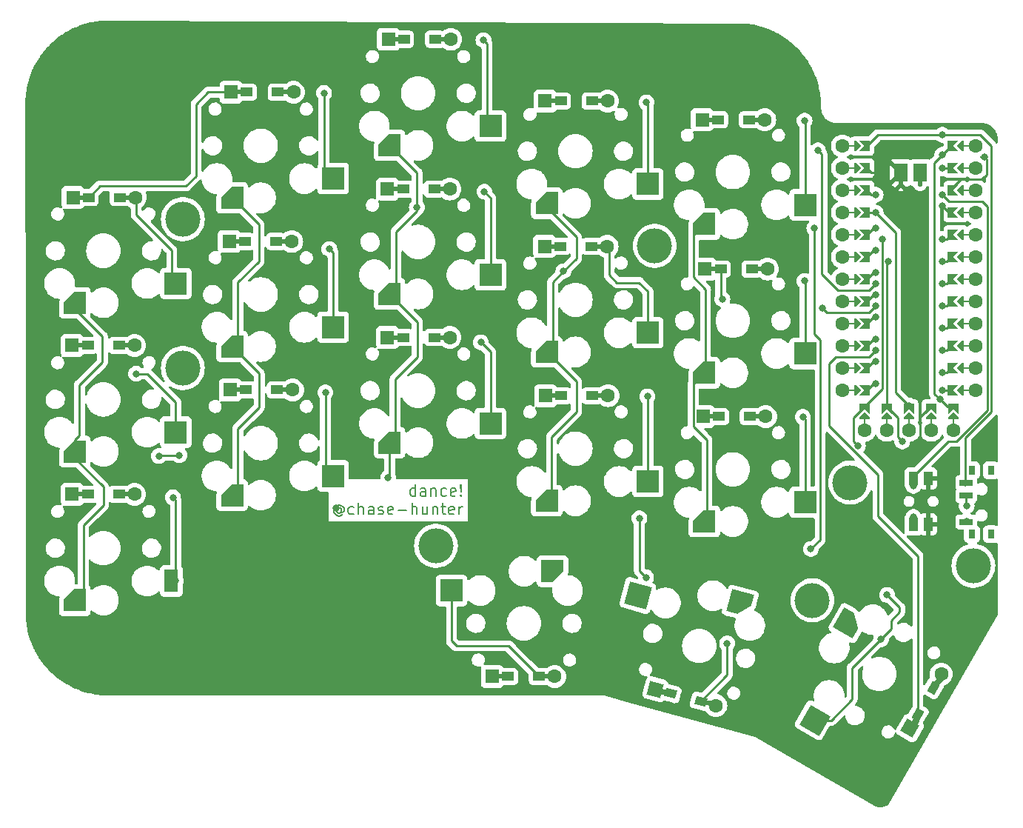
<source format=gbr>
G04 #@! TF.GenerationSoftware,KiCad,Pcbnew,7.0.8*
G04 #@! TF.CreationDate,2023-11-06T21:04:00-05:00*
G04 #@! TF.ProjectId,dance,64616e63-652e-46b6-9963-61645f706362,1.0*
G04 #@! TF.SameCoordinates,Original*
G04 #@! TF.FileFunction,Copper,L1,Top*
G04 #@! TF.FilePolarity,Positive*
%FSLAX46Y46*%
G04 Gerber Fmt 4.6, Leading zero omitted, Abs format (unit mm)*
G04 Created by KiCad (PCBNEW 7.0.8) date 2023-11-06 21:04:00*
%MOMM*%
%LPD*%
G01*
G04 APERTURE LIST*
G04 Aperture macros list*
%AMRotRect*
0 Rectangle, with rotation*
0 The origin of the aperture is its center*
0 $1 length*
0 $2 width*
0 $3 Rotation angle, in degrees counterclockwise*
0 Add horizontal line*
21,1,$1,$2,0,0,$3*%
%AMOutline5P*
0 Free polygon, 5 corners , with rotation*
0 The origin of the aperture is its center*
0 number of corners: always 5*
0 $1 to $10 corner X, Y*
0 $11 Rotation angle, in degrees counterclockwise*
0 create outline with 5 corners*
4,1,5,$1,$2,$3,$4,$5,$6,$7,$8,$9,$10,$1,$2,$11*%
%AMOutline6P*
0 Free polygon, 6 corners , with rotation*
0 The origin of the aperture is its center*
0 number of corners: always 6*
0 $1 to $12 corner X, Y*
0 $13 Rotation angle, in degrees counterclockwise*
0 create outline with 6 corners*
4,1,6,$1,$2,$3,$4,$5,$6,$7,$8,$9,$10,$11,$12,$1,$2,$13*%
%AMOutline7P*
0 Free polygon, 7 corners , with rotation*
0 The origin of the aperture is its center*
0 number of corners: always 7*
0 $1 to $14 corner X, Y*
0 $15 Rotation angle, in degrees counterclockwise*
0 create outline with 7 corners*
4,1,7,$1,$2,$3,$4,$5,$6,$7,$8,$9,$10,$11,$12,$13,$14,$1,$2,$15*%
%AMOutline8P*
0 Free polygon, 8 corners , with rotation*
0 The origin of the aperture is its center*
0 number of corners: always 8*
0 $1 to $16 corner X, Y*
0 $17 Rotation angle, in degrees counterclockwise*
0 create outline with 8 corners*
4,1,8,$1,$2,$3,$4,$5,$6,$7,$8,$9,$10,$11,$12,$13,$14,$15,$16,$1,$2,$17*%
%AMFreePoly0*
4,1,13,0.650000,-0.475000,-0.650000,-0.475000,-0.650000,-0.227400,-1.093000,-0.227400,-1.128355,-0.212755,-1.143000,-0.177400,-1.143000,0.178200,-1.128355,0.213555,-1.093000,0.228200,-0.650000,0.228200,-0.650000,0.475000,0.650000,0.475000,0.650000,-0.475000,0.650000,-0.475000,$1*%
%AMFreePoly1*
4,1,13,0.650000,0.227000,1.093000,0.227000,1.128355,0.212355,1.143000,0.177000,1.143000,-0.178600,1.128355,-0.213955,1.093000,-0.228600,0.650000,-0.228600,0.650000,-0.475000,-0.650000,-0.475000,-0.650000,0.475000,0.650000,0.475000,0.650000,0.227000,0.650000,0.227000,$1*%
%AMFreePoly2*
4,1,5,0.125000,-0.500000,-0.125000,-0.500000,-0.125000,0.500000,0.125000,0.500000,0.125000,-0.500000,0.125000,-0.500000,$1*%
%AMFreePoly3*
4,1,6,0.600000,0.200000,0.000000,-0.400000,-0.600000,0.200000,-0.600000,0.400000,0.600000,0.400000,0.600000,0.200000,0.600000,0.200000,$1*%
%AMFreePoly4*
4,1,6,0.600000,-0.250000,-0.600000,-0.250000,-0.600000,1.000000,0.000000,0.400000,0.600000,1.000000,0.600000,-0.250000,0.600000,-0.250000,$1*%
%AMFreePoly5*
4,1,13,0.750000,-1.050000,0.229000,-1.050000,0.229000,-1.335200,0.214355,-1.370555,0.179000,-1.385200,-0.176600,-1.385200,-0.211955,-1.370555,-0.226600,-1.335200,-0.226600,-1.050000,-0.750000,-1.050000,-0.750000,1.050000,0.750000,1.050000,0.750000,-1.050000,0.750000,-1.050000,$1*%
%AMFreePoly6*
4,1,13,0.750000,-1.050000,0.228600,-1.050000,0.228600,-1.335200,0.213955,-1.370555,0.178600,-1.385200,-0.177000,-1.385200,-0.212355,-1.370555,-0.227000,-1.335200,-0.227000,-1.050000,-0.750000,-1.050000,-0.750000,1.050000,0.750000,1.050000,0.750000,-1.050000,0.750000,-1.050000,$1*%
G04 Aperture macros list end*
%ADD10C,0.200000*%
G04 #@! TA.AperFunction,NonConductor*
%ADD11C,0.200000*%
G04 #@! TD*
G04 #@! TA.AperFunction,ComponentPad*
%ADD12R,1.600000X1.600000*%
G04 #@! TD*
G04 #@! TA.AperFunction,SMDPad,CuDef*
%ADD13FreePoly0,0.000000*%
G04 #@! TD*
G04 #@! TA.AperFunction,SMDPad,CuDef*
%ADD14FreePoly1,0.000000*%
G04 #@! TD*
G04 #@! TA.AperFunction,ComponentPad*
%ADD15C,1.600000*%
G04 #@! TD*
G04 #@! TA.AperFunction,ComponentPad*
%ADD16RotRect,1.600000X1.600000X165.000000*%
G04 #@! TD*
G04 #@! TA.AperFunction,SMDPad,CuDef*
%ADD17FreePoly0,345.000000*%
G04 #@! TD*
G04 #@! TA.AperFunction,SMDPad,CuDef*
%ADD18FreePoly1,345.000000*%
G04 #@! TD*
G04 #@! TA.AperFunction,ComponentPad*
%ADD19RotRect,1.600000X1.600000X240.000000*%
G04 #@! TD*
G04 #@! TA.AperFunction,SMDPad,CuDef*
%ADD20FreePoly0,60.000000*%
G04 #@! TD*
G04 #@! TA.AperFunction,SMDPad,CuDef*
%ADD21FreePoly1,60.000000*%
G04 #@! TD*
G04 #@! TA.AperFunction,SMDPad,CuDef*
%ADD22Outline5P,-1.300000X0.000000X0.000000X1.300000X1.300000X1.300000X1.300000X-1.300000X-1.300000X-1.300000X0.000000*%
G04 #@! TD*
G04 #@! TA.AperFunction,SMDPad,CuDef*
%ADD23R,2.600000X2.600000*%
G04 #@! TD*
G04 #@! TA.AperFunction,SMDPad,CuDef*
%ADD24R,1.600000X2.600000*%
G04 #@! TD*
G04 #@! TA.AperFunction,SMDPad,CuDef*
%ADD25Outline5P,-1.300000X0.000000X0.000000X1.300000X1.300000X1.300000X1.300000X-1.300000X-1.300000X-1.300000X180.000000*%
G04 #@! TD*
G04 #@! TA.AperFunction,SMDPad,CuDef*
%ADD26Outline5P,-1.300000X0.000000X0.000000X1.300000X1.300000X1.300000X1.300000X-1.300000X-1.300000X-1.300000X165.000000*%
G04 #@! TD*
G04 #@! TA.AperFunction,SMDPad,CuDef*
%ADD27RotRect,2.600000X2.600000X165.000000*%
G04 #@! TD*
G04 #@! TA.AperFunction,SMDPad,CuDef*
%ADD28Outline5P,-1.300000X0.000000X0.000000X1.300000X1.300000X1.300000X1.300000X-1.300000X-1.300000X-1.300000X240.000000*%
G04 #@! TD*
G04 #@! TA.AperFunction,SMDPad,CuDef*
%ADD29RotRect,2.600000X2.600000X240.000000*%
G04 #@! TD*
G04 #@! TA.AperFunction,ComponentPad*
%ADD30C,4.000000*%
G04 #@! TD*
G04 #@! TA.AperFunction,SMDPad,CuDef*
%ADD31R,0.800000X1.000000*%
G04 #@! TD*
G04 #@! TA.AperFunction,SMDPad,CuDef*
%ADD32R,1.500000X0.700000*%
G04 #@! TD*
G04 #@! TA.AperFunction,SMDPad,CuDef*
%ADD33FreePoly2,90.000000*%
G04 #@! TD*
G04 #@! TA.AperFunction,SMDPad,CuDef*
%ADD34FreePoly3,90.000000*%
G04 #@! TD*
G04 #@! TA.AperFunction,SMDPad,CuDef*
%ADD35FreePoly3,270.000000*%
G04 #@! TD*
G04 #@! TA.AperFunction,SMDPad,CuDef*
%ADD36FreePoly2,270.000000*%
G04 #@! TD*
G04 #@! TA.AperFunction,SMDPad,CuDef*
%ADD37FreePoly4,270.000000*%
G04 #@! TD*
G04 #@! TA.AperFunction,SMDPad,CuDef*
%ADD38FreePoly4,90.000000*%
G04 #@! TD*
G04 #@! TA.AperFunction,SMDPad,CuDef*
%ADD39R,1.000000X1.550000*%
G04 #@! TD*
G04 #@! TA.AperFunction,SMDPad,CuDef*
%ADD40FreePoly3,180.000000*%
G04 #@! TD*
G04 #@! TA.AperFunction,SMDPad,CuDef*
%ADD41FreePoly2,180.000000*%
G04 #@! TD*
G04 #@! TA.AperFunction,SMDPad,CuDef*
%ADD42FreePoly4,180.000000*%
G04 #@! TD*
G04 #@! TA.AperFunction,ComponentPad*
%ADD43C,0.550000*%
G04 #@! TD*
G04 #@! TA.AperFunction,SMDPad,CuDef*
%ADD44FreePoly5,0.000000*%
G04 #@! TD*
G04 #@! TA.AperFunction,SMDPad,CuDef*
%ADD45FreePoly6,0.000000*%
G04 #@! TD*
G04 #@! TA.AperFunction,ViaPad*
%ADD46C,0.800000*%
G04 #@! TD*
G04 #@! TA.AperFunction,Conductor*
%ADD47C,0.250000*%
G04 #@! TD*
G04 APERTURE END LIST*
D10*
D11*
X121598898Y-98434504D02*
X121598898Y-97134504D01*
X121598898Y-98372600D02*
X121475089Y-98434504D01*
X121475089Y-98434504D02*
X121227470Y-98434504D01*
X121227470Y-98434504D02*
X121103660Y-98372600D01*
X121103660Y-98372600D02*
X121041755Y-98310695D01*
X121041755Y-98310695D02*
X120979851Y-98186885D01*
X120979851Y-98186885D02*
X120979851Y-97815457D01*
X120979851Y-97815457D02*
X121041755Y-97691647D01*
X121041755Y-97691647D02*
X121103660Y-97629742D01*
X121103660Y-97629742D02*
X121227470Y-97567838D01*
X121227470Y-97567838D02*
X121475089Y-97567838D01*
X121475089Y-97567838D02*
X121598898Y-97629742D01*
X122775088Y-98434504D02*
X122775088Y-97753552D01*
X122775088Y-97753552D02*
X122713183Y-97629742D01*
X122713183Y-97629742D02*
X122589374Y-97567838D01*
X122589374Y-97567838D02*
X122341755Y-97567838D01*
X122341755Y-97567838D02*
X122217945Y-97629742D01*
X122775088Y-98372600D02*
X122651279Y-98434504D01*
X122651279Y-98434504D02*
X122341755Y-98434504D01*
X122341755Y-98434504D02*
X122217945Y-98372600D01*
X122217945Y-98372600D02*
X122156041Y-98248790D01*
X122156041Y-98248790D02*
X122156041Y-98124980D01*
X122156041Y-98124980D02*
X122217945Y-98001171D01*
X122217945Y-98001171D02*
X122341755Y-97939266D01*
X122341755Y-97939266D02*
X122651279Y-97939266D01*
X122651279Y-97939266D02*
X122775088Y-97877361D01*
X123394135Y-97567838D02*
X123394135Y-98434504D01*
X123394135Y-97691647D02*
X123456040Y-97629742D01*
X123456040Y-97629742D02*
X123579850Y-97567838D01*
X123579850Y-97567838D02*
X123765564Y-97567838D01*
X123765564Y-97567838D02*
X123889373Y-97629742D01*
X123889373Y-97629742D02*
X123951278Y-97753552D01*
X123951278Y-97753552D02*
X123951278Y-98434504D01*
X125127468Y-98372600D02*
X125003659Y-98434504D01*
X125003659Y-98434504D02*
X124756040Y-98434504D01*
X124756040Y-98434504D02*
X124632230Y-98372600D01*
X124632230Y-98372600D02*
X124570325Y-98310695D01*
X124570325Y-98310695D02*
X124508421Y-98186885D01*
X124508421Y-98186885D02*
X124508421Y-97815457D01*
X124508421Y-97815457D02*
X124570325Y-97691647D01*
X124570325Y-97691647D02*
X124632230Y-97629742D01*
X124632230Y-97629742D02*
X124756040Y-97567838D01*
X124756040Y-97567838D02*
X125003659Y-97567838D01*
X125003659Y-97567838D02*
X125127468Y-97629742D01*
X126179849Y-98372600D02*
X126056040Y-98434504D01*
X126056040Y-98434504D02*
X125808421Y-98434504D01*
X125808421Y-98434504D02*
X125684611Y-98372600D01*
X125684611Y-98372600D02*
X125622707Y-98248790D01*
X125622707Y-98248790D02*
X125622707Y-97753552D01*
X125622707Y-97753552D02*
X125684611Y-97629742D01*
X125684611Y-97629742D02*
X125808421Y-97567838D01*
X125808421Y-97567838D02*
X126056040Y-97567838D01*
X126056040Y-97567838D02*
X126179849Y-97629742D01*
X126179849Y-97629742D02*
X126241754Y-97753552D01*
X126241754Y-97753552D02*
X126241754Y-97877361D01*
X126241754Y-97877361D02*
X125622707Y-98001171D01*
X126798897Y-98310695D02*
X126860802Y-98372600D01*
X126860802Y-98372600D02*
X126798897Y-98434504D01*
X126798897Y-98434504D02*
X126736993Y-98372600D01*
X126736993Y-98372600D02*
X126798897Y-98310695D01*
X126798897Y-98310695D02*
X126798897Y-98434504D01*
X126798897Y-97939266D02*
X126736993Y-97196409D01*
X126736993Y-97196409D02*
X126798897Y-97134504D01*
X126798897Y-97134504D02*
X126860802Y-97196409D01*
X126860802Y-97196409D02*
X126798897Y-97939266D01*
X126798897Y-97939266D02*
X126798897Y-97134504D01*
X113117946Y-99908457D02*
X113056041Y-99846552D01*
X113056041Y-99846552D02*
X112932232Y-99784647D01*
X112932232Y-99784647D02*
X112808422Y-99784647D01*
X112808422Y-99784647D02*
X112684613Y-99846552D01*
X112684613Y-99846552D02*
X112622708Y-99908457D01*
X112622708Y-99908457D02*
X112560803Y-100032266D01*
X112560803Y-100032266D02*
X112560803Y-100156076D01*
X112560803Y-100156076D02*
X112622708Y-100279885D01*
X112622708Y-100279885D02*
X112684613Y-100341790D01*
X112684613Y-100341790D02*
X112808422Y-100403695D01*
X112808422Y-100403695D02*
X112932232Y-100403695D01*
X112932232Y-100403695D02*
X113056041Y-100341790D01*
X113056041Y-100341790D02*
X113117946Y-100279885D01*
X113117946Y-99784647D02*
X113117946Y-100279885D01*
X113117946Y-100279885D02*
X113179851Y-100341790D01*
X113179851Y-100341790D02*
X113241756Y-100341790D01*
X113241756Y-100341790D02*
X113365565Y-100279885D01*
X113365565Y-100279885D02*
X113427470Y-100156076D01*
X113427470Y-100156076D02*
X113427470Y-99846552D01*
X113427470Y-99846552D02*
X113303661Y-99660838D01*
X113303661Y-99660838D02*
X113117946Y-99537028D01*
X113117946Y-99537028D02*
X112870327Y-99475123D01*
X112870327Y-99475123D02*
X112622708Y-99537028D01*
X112622708Y-99537028D02*
X112436994Y-99660838D01*
X112436994Y-99660838D02*
X112313184Y-99846552D01*
X112313184Y-99846552D02*
X112251280Y-100094171D01*
X112251280Y-100094171D02*
X112313184Y-100341790D01*
X112313184Y-100341790D02*
X112436994Y-100527504D01*
X112436994Y-100527504D02*
X112622708Y-100651314D01*
X112622708Y-100651314D02*
X112870327Y-100713219D01*
X112870327Y-100713219D02*
X113117946Y-100651314D01*
X113117946Y-100651314D02*
X113303661Y-100527504D01*
X114541756Y-100465600D02*
X114417947Y-100527504D01*
X114417947Y-100527504D02*
X114170328Y-100527504D01*
X114170328Y-100527504D02*
X114046518Y-100465600D01*
X114046518Y-100465600D02*
X113984613Y-100403695D01*
X113984613Y-100403695D02*
X113922709Y-100279885D01*
X113922709Y-100279885D02*
X113922709Y-99908457D01*
X113922709Y-99908457D02*
X113984613Y-99784647D01*
X113984613Y-99784647D02*
X114046518Y-99722742D01*
X114046518Y-99722742D02*
X114170328Y-99660838D01*
X114170328Y-99660838D02*
X114417947Y-99660838D01*
X114417947Y-99660838D02*
X114541756Y-99722742D01*
X115098899Y-100527504D02*
X115098899Y-99227504D01*
X115656042Y-100527504D02*
X115656042Y-99846552D01*
X115656042Y-99846552D02*
X115594137Y-99722742D01*
X115594137Y-99722742D02*
X115470328Y-99660838D01*
X115470328Y-99660838D02*
X115284614Y-99660838D01*
X115284614Y-99660838D02*
X115160804Y-99722742D01*
X115160804Y-99722742D02*
X115098899Y-99784647D01*
X116832232Y-100527504D02*
X116832232Y-99846552D01*
X116832232Y-99846552D02*
X116770327Y-99722742D01*
X116770327Y-99722742D02*
X116646518Y-99660838D01*
X116646518Y-99660838D02*
X116398899Y-99660838D01*
X116398899Y-99660838D02*
X116275089Y-99722742D01*
X116832232Y-100465600D02*
X116708423Y-100527504D01*
X116708423Y-100527504D02*
X116398899Y-100527504D01*
X116398899Y-100527504D02*
X116275089Y-100465600D01*
X116275089Y-100465600D02*
X116213185Y-100341790D01*
X116213185Y-100341790D02*
X116213185Y-100217980D01*
X116213185Y-100217980D02*
X116275089Y-100094171D01*
X116275089Y-100094171D02*
X116398899Y-100032266D01*
X116398899Y-100032266D02*
X116708423Y-100032266D01*
X116708423Y-100032266D02*
X116832232Y-99970361D01*
X117389375Y-100465600D02*
X117513184Y-100527504D01*
X117513184Y-100527504D02*
X117760803Y-100527504D01*
X117760803Y-100527504D02*
X117884613Y-100465600D01*
X117884613Y-100465600D02*
X117946517Y-100341790D01*
X117946517Y-100341790D02*
X117946517Y-100279885D01*
X117946517Y-100279885D02*
X117884613Y-100156076D01*
X117884613Y-100156076D02*
X117760803Y-100094171D01*
X117760803Y-100094171D02*
X117575089Y-100094171D01*
X117575089Y-100094171D02*
X117451279Y-100032266D01*
X117451279Y-100032266D02*
X117389375Y-99908457D01*
X117389375Y-99908457D02*
X117389375Y-99846552D01*
X117389375Y-99846552D02*
X117451279Y-99722742D01*
X117451279Y-99722742D02*
X117575089Y-99660838D01*
X117575089Y-99660838D02*
X117760803Y-99660838D01*
X117760803Y-99660838D02*
X117884613Y-99722742D01*
X118998898Y-100465600D02*
X118875089Y-100527504D01*
X118875089Y-100527504D02*
X118627470Y-100527504D01*
X118627470Y-100527504D02*
X118503660Y-100465600D01*
X118503660Y-100465600D02*
X118441756Y-100341790D01*
X118441756Y-100341790D02*
X118441756Y-99846552D01*
X118441756Y-99846552D02*
X118503660Y-99722742D01*
X118503660Y-99722742D02*
X118627470Y-99660838D01*
X118627470Y-99660838D02*
X118875089Y-99660838D01*
X118875089Y-99660838D02*
X118998898Y-99722742D01*
X118998898Y-99722742D02*
X119060803Y-99846552D01*
X119060803Y-99846552D02*
X119060803Y-99970361D01*
X119060803Y-99970361D02*
X118441756Y-100094171D01*
X119617946Y-100032266D02*
X120608423Y-100032266D01*
X121227470Y-100527504D02*
X121227470Y-99227504D01*
X121784613Y-100527504D02*
X121784613Y-99846552D01*
X121784613Y-99846552D02*
X121722708Y-99722742D01*
X121722708Y-99722742D02*
X121598899Y-99660838D01*
X121598899Y-99660838D02*
X121413185Y-99660838D01*
X121413185Y-99660838D02*
X121289375Y-99722742D01*
X121289375Y-99722742D02*
X121227470Y-99784647D01*
X122960803Y-99660838D02*
X122960803Y-100527504D01*
X122403660Y-99660838D02*
X122403660Y-100341790D01*
X122403660Y-100341790D02*
X122465565Y-100465600D01*
X122465565Y-100465600D02*
X122589375Y-100527504D01*
X122589375Y-100527504D02*
X122775089Y-100527504D01*
X122775089Y-100527504D02*
X122898898Y-100465600D01*
X122898898Y-100465600D02*
X122960803Y-100403695D01*
X123579850Y-99660838D02*
X123579850Y-100527504D01*
X123579850Y-99784647D02*
X123641755Y-99722742D01*
X123641755Y-99722742D02*
X123765565Y-99660838D01*
X123765565Y-99660838D02*
X123951279Y-99660838D01*
X123951279Y-99660838D02*
X124075088Y-99722742D01*
X124075088Y-99722742D02*
X124136993Y-99846552D01*
X124136993Y-99846552D02*
X124136993Y-100527504D01*
X124570326Y-99660838D02*
X125065564Y-99660838D01*
X124756040Y-99227504D02*
X124756040Y-100341790D01*
X124756040Y-100341790D02*
X124817945Y-100465600D01*
X124817945Y-100465600D02*
X124941755Y-100527504D01*
X124941755Y-100527504D02*
X125065564Y-100527504D01*
X125994135Y-100465600D02*
X125870326Y-100527504D01*
X125870326Y-100527504D02*
X125622707Y-100527504D01*
X125622707Y-100527504D02*
X125498897Y-100465600D01*
X125498897Y-100465600D02*
X125436993Y-100341790D01*
X125436993Y-100341790D02*
X125436993Y-99846552D01*
X125436993Y-99846552D02*
X125498897Y-99722742D01*
X125498897Y-99722742D02*
X125622707Y-99660838D01*
X125622707Y-99660838D02*
X125870326Y-99660838D01*
X125870326Y-99660838D02*
X125994135Y-99722742D01*
X125994135Y-99722742D02*
X126056040Y-99846552D01*
X126056040Y-99846552D02*
X126056040Y-99970361D01*
X126056040Y-99970361D02*
X125436993Y-100094171D01*
X126613183Y-100527504D02*
X126613183Y-99660838D01*
X126613183Y-99908457D02*
X126675088Y-99784647D01*
X126675088Y-99784647D02*
X126736993Y-99722742D01*
X126736993Y-99722742D02*
X126860802Y-99660838D01*
X126860802Y-99660838D02*
X126984612Y-99660838D01*
D12*
X82428400Y-64312800D03*
D13*
X84229400Y-64312800D03*
D14*
X87779400Y-64312800D03*
D15*
X89580400Y-64312800D03*
D12*
X100513200Y-52273200D03*
D13*
X102314200Y-52273200D03*
D14*
X105864200Y-52273200D03*
D15*
X107665200Y-52273200D03*
D12*
X118496400Y-46228000D03*
D13*
X120297400Y-46228000D03*
D14*
X123847400Y-46228000D03*
D15*
X125648400Y-46228000D03*
D12*
X136428800Y-53289200D03*
D13*
X138229800Y-53289200D03*
D14*
X141779800Y-53289200D03*
D15*
X143580800Y-53289200D03*
D12*
X154412000Y-55422800D03*
D13*
X156213000Y-55422800D03*
D14*
X159763000Y-55422800D03*
D15*
X161564000Y-55422800D03*
D12*
X82326800Y-81229200D03*
D13*
X84127800Y-81229200D03*
D14*
X87677800Y-81229200D03*
D15*
X89478800Y-81229200D03*
D12*
X100310000Y-69342000D03*
D13*
X102111000Y-69342000D03*
D14*
X105661000Y-69342000D03*
D15*
X107462000Y-69342000D03*
D12*
X118394800Y-63347600D03*
D13*
X120195800Y-63347600D03*
D14*
X123745800Y-63347600D03*
D15*
X125546800Y-63347600D03*
D12*
X136378000Y-69900800D03*
D13*
X138179000Y-69900800D03*
D14*
X141729000Y-69900800D03*
D15*
X143530000Y-69900800D03*
D12*
X154716800Y-72491600D03*
D13*
X156517800Y-72491600D03*
D14*
X160067800Y-72491600D03*
D15*
X161868800Y-72491600D03*
D12*
X82326800Y-98247200D03*
D13*
X84127800Y-98247200D03*
D14*
X87677800Y-98247200D03*
D15*
X89478800Y-98247200D03*
D12*
X100411600Y-86309200D03*
D13*
X102212600Y-86309200D03*
D14*
X105762600Y-86309200D03*
D15*
X107563600Y-86309200D03*
D12*
X118394800Y-80314800D03*
D13*
X120195800Y-80314800D03*
D14*
X123745800Y-80314800D03*
D15*
X125546800Y-80314800D03*
D12*
X136479600Y-86969600D03*
D13*
X138280600Y-86969600D03*
D14*
X141830600Y-86969600D03*
D15*
X143631600Y-86969600D03*
D12*
X154513600Y-89357200D03*
D13*
X156314600Y-89357200D03*
D14*
X159864600Y-89357200D03*
D15*
X161665600Y-89357200D03*
D12*
X130383600Y-119075200D03*
D13*
X132184600Y-119075200D03*
D14*
X135734600Y-119075200D03*
D15*
X137535600Y-119075200D03*
D16*
X149060131Y-120535059D03*
D17*
X150799764Y-121001192D03*
D18*
X154228800Y-121920000D03*
D15*
X155968433Y-122386133D03*
D19*
X178170166Y-124992342D03*
D20*
X179070666Y-123432630D03*
D21*
X180845666Y-120358240D03*
D15*
X181746166Y-118798528D03*
D22*
X82635000Y-76350000D03*
D23*
X94185000Y-74150000D03*
D22*
X100635000Y-64350000D03*
D23*
X112185000Y-62150000D03*
D22*
X118635000Y-58350000D03*
D23*
X130185000Y-56150000D03*
D22*
X136635000Y-64970000D03*
D23*
X148185000Y-62770000D03*
D22*
X154635000Y-67350000D03*
D23*
X166185000Y-65150000D03*
D22*
X82635000Y-93350000D03*
D23*
X94185000Y-91150000D03*
D22*
X100635000Y-81350000D03*
D23*
X112185000Y-79150000D03*
D22*
X118635000Y-75350000D03*
D23*
X130185000Y-73150000D03*
D22*
X136635000Y-81970000D03*
D23*
X148185000Y-79770000D03*
D22*
X154635000Y-84350000D03*
D23*
X166185000Y-82150000D03*
D22*
X82635000Y-110350000D03*
D24*
X93685000Y-108150000D03*
D22*
X100635000Y-98350000D03*
D23*
X112185000Y-96150000D03*
D22*
X118635000Y-92350000D03*
D23*
X130185000Y-90150000D03*
D22*
X136635000Y-98975000D03*
D23*
X148185000Y-96775000D03*
D22*
X154635000Y-101350000D03*
D23*
X166185000Y-99150000D03*
D25*
X137285000Y-107040000D03*
D23*
X125735000Y-109240000D03*
D26*
X158763380Y-110680374D03*
D27*
X147037535Y-109816051D03*
D28*
X171144649Y-112978767D03*
D29*
X167274905Y-124081360D03*
D30*
X171323000Y-96901000D03*
X185420000Y-106426000D03*
X95000000Y-66802000D03*
X148971000Y-69850000D03*
X123952000Y-104140000D03*
X167005000Y-110363000D03*
X95000000Y-83820000D03*
D31*
X185252000Y-102804000D03*
X187452000Y-102804000D03*
X185252000Y-95504000D03*
X187452000Y-95504000D03*
D32*
X184602000Y-101404000D03*
X184602000Y-98404000D03*
X184602000Y-96904000D03*
D15*
X170434000Y-58420000D03*
X170434000Y-60960000D03*
X170434000Y-63500000D03*
X170434000Y-66040000D03*
X170434000Y-68580000D03*
X170434000Y-71120000D03*
X170434000Y-73660000D03*
X170434000Y-76200000D03*
X170434000Y-78740000D03*
X170434000Y-81280000D03*
X170434000Y-83820000D03*
X170434000Y-86360000D03*
D33*
X171704000Y-58420000D03*
X171704000Y-60960000D03*
X171704000Y-63500000D03*
X171704000Y-66040000D03*
X171704000Y-68580000D03*
X171704000Y-71120000D03*
X171704000Y-73660000D03*
X171704000Y-76200000D03*
X171704000Y-78740000D03*
X171704000Y-81280000D03*
X171704000Y-83820000D03*
X171704000Y-86360000D03*
D34*
X172212000Y-58420000D03*
X172212000Y-60960000D03*
X172212000Y-63500000D03*
X172212000Y-66040000D03*
X172212000Y-68580000D03*
X172212000Y-71120000D03*
X172212000Y-73660000D03*
X172212000Y-76200000D03*
X172212000Y-78740000D03*
X172212000Y-81280000D03*
X172212000Y-83820000D03*
X172212000Y-86360000D03*
D35*
X183896000Y-58420000D03*
X183896000Y-60960000D03*
X183896000Y-63500000D03*
X183896000Y-66040000D03*
X183896000Y-68580000D03*
X183896000Y-71120000D03*
X183896000Y-73660000D03*
X183896000Y-76200000D03*
X183896000Y-78740000D03*
X183896000Y-81280000D03*
X183896000Y-83820000D03*
X183896000Y-86360000D03*
D36*
X184404000Y-58420000D03*
X184404000Y-60960000D03*
X184404000Y-63500000D03*
X184404000Y-66040000D03*
X184404000Y-68580000D03*
X184404000Y-71120000D03*
X184404000Y-73660000D03*
X184404000Y-76200000D03*
X184404000Y-78740000D03*
X184404000Y-81280000D03*
X184404000Y-83820000D03*
X184404000Y-86360000D03*
D15*
X185674000Y-58420000D03*
X185674000Y-60960000D03*
X185674000Y-63500000D03*
X185674000Y-66040000D03*
X185674000Y-68580000D03*
X185674000Y-71120000D03*
X185674000Y-73660000D03*
X185674000Y-76200000D03*
X185674000Y-78740000D03*
X185674000Y-81280000D03*
X185674000Y-83820000D03*
X185674000Y-86360000D03*
D37*
X182753000Y-58420000D03*
X182753000Y-60960000D03*
X182753000Y-63500000D03*
X182753000Y-66040000D03*
X182753000Y-68580000D03*
X182753000Y-71120000D03*
X182753000Y-73660000D03*
X182753000Y-76200000D03*
X182753000Y-78740000D03*
X182753000Y-81280000D03*
X182753000Y-83820000D03*
X182753000Y-86360000D03*
D38*
X173355000Y-86360000D03*
X173355000Y-83820000D03*
X173355000Y-81280000D03*
X173355000Y-78740000D03*
X173355000Y-76200000D03*
X173355000Y-73660000D03*
X173355000Y-71120000D03*
X173355000Y-68580000D03*
X173355000Y-66040000D03*
X173355000Y-63500000D03*
X173355000Y-60960000D03*
X173355000Y-58420000D03*
D39*
X178579000Y-101685000D03*
X178579000Y-96435000D03*
X180279000Y-101685000D03*
X180279000Y-96435000D03*
D40*
X172974000Y-89274000D03*
D41*
X172974000Y-89782000D03*
D15*
X172974000Y-90932000D03*
D40*
X175514000Y-89274000D03*
D41*
X175514000Y-89782000D03*
D15*
X175514000Y-90932000D03*
D40*
X178054000Y-89274000D03*
D41*
X178054000Y-89782000D03*
D15*
X178054000Y-90932000D03*
D40*
X180594000Y-89274000D03*
D41*
X180594000Y-89782000D03*
D15*
X180594000Y-90932000D03*
D40*
X183134000Y-89274000D03*
D41*
X183134000Y-89782000D03*
D15*
X183134000Y-90932000D03*
D42*
X172974000Y-88132000D03*
X175514000Y-88132000D03*
X178054000Y-88132000D03*
X180594000Y-88132000D03*
X183134000Y-88132000D03*
D43*
X179324400Y-62809600D03*
D44*
X179324000Y-61468000D03*
D43*
X177124000Y-62809600D03*
D45*
X177124000Y-61468000D03*
D46*
X167640000Y-58928000D03*
X174244000Y-74168000D03*
X181864000Y-74168000D03*
X156718000Y-75946000D03*
X174244000Y-76708000D03*
X181864000Y-76708000D03*
X168148000Y-76962000D03*
X181864000Y-79248000D03*
X174244000Y-81788000D03*
X181864000Y-81788000D03*
X186690000Y-59690000D03*
X133604000Y-99568000D03*
X161036000Y-78486000D03*
X175006000Y-65024000D03*
X166116000Y-71882000D03*
X92202000Y-110998000D03*
X149352000Y-101854000D03*
X112522000Y-99822000D03*
X174244000Y-92202000D03*
X175514000Y-58420000D03*
X106934000Y-92456000D03*
X165100000Y-78486000D03*
X77724000Y-62738000D03*
X118110000Y-68834000D03*
X147828000Y-51562000D03*
X131572000Y-65024000D03*
X181864000Y-65278000D03*
X125222000Y-86106000D03*
X174244000Y-66040000D03*
X178054000Y-88100500D03*
X94589600Y-93776800D03*
X167233600Y-67818000D03*
X166830000Y-104495600D03*
X82635000Y-110350000D03*
X174244000Y-67818000D03*
X92252800Y-93878400D03*
X82635000Y-93350000D03*
X82635000Y-76350000D03*
X100635000Y-64350000D03*
X174244000Y-70358000D03*
X100635000Y-81350000D03*
X100635000Y-98350000D03*
X137285000Y-107040000D03*
X118635000Y-58350000D03*
X174244000Y-72898000D03*
X118635000Y-92350000D03*
X118635000Y-75350000D03*
X118480000Y-96334500D03*
X121767600Y-65430400D03*
X174244000Y-75438000D03*
X158763380Y-110680374D03*
X136635000Y-98975000D03*
X136635000Y-64970000D03*
X147980400Y-107746800D03*
X136635000Y-81970000D03*
X147218400Y-100990400D03*
X138531600Y-72745600D03*
X171144649Y-112978767D03*
X154635000Y-101350000D03*
X154635000Y-67350000D03*
X154635000Y-84350000D03*
X174244000Y-77978000D03*
X184658000Y-99568000D03*
X94185000Y-74150000D03*
X181864000Y-64008000D03*
X178562000Y-100838000D03*
X174244000Y-64008000D03*
X178562000Y-97282000D03*
X112185000Y-62150000D03*
X111150400Y-52374800D03*
X129387600Y-46329600D03*
X130185000Y-56150000D03*
X148031200Y-53441600D03*
X148185000Y-62770000D03*
X166116000Y-55524400D03*
X166185000Y-65150000D03*
X94185000Y-91150000D03*
X89662000Y-84455000D03*
X112185000Y-79150000D03*
X111760000Y-70205600D03*
X130185000Y-73150000D03*
X129489200Y-63652400D03*
X148185000Y-79770000D03*
X166185000Y-82150000D03*
X166116000Y-73863200D03*
X94185000Y-108150000D03*
X93878400Y-98602800D03*
X112185000Y-96150000D03*
X111302800Y-86614000D03*
X130185000Y-90150000D03*
X129082800Y-80873600D03*
X148185000Y-96775000D03*
X148132800Y-87071200D03*
X166185000Y-99150000D03*
X165912800Y-89408000D03*
X125735000Y-109240000D03*
X147037535Y-109816051D03*
X157251400Y-115290600D03*
X174866300Y-114795300D03*
X175549905Y-109748640D03*
X181864000Y-69088000D03*
X172212000Y-92710000D03*
X175006000Y-69088000D03*
X177292000Y-92202000D03*
X175730500Y-71628000D03*
X181864000Y-71628000D03*
X184658000Y-101346000D03*
X181864000Y-57150000D03*
X184531000Y-96901000D03*
X181610000Y-87376000D03*
X181864000Y-59436000D03*
X181864000Y-84328000D03*
X181863025Y-86367624D03*
X174244000Y-85598000D03*
X174244000Y-83058000D03*
X174244000Y-80518000D03*
X181864000Y-60960000D03*
D47*
X96520000Y-53644800D02*
X97891600Y-52273200D01*
X118262400Y-46228000D02*
X120297400Y-46228000D01*
X154178000Y-55422800D02*
X156213000Y-55422800D01*
X138229800Y-53289200D02*
X136194800Y-53289200D01*
X85550200Y-62992000D02*
X84229400Y-64312800D01*
X168097200Y-73101200D02*
X169926000Y-74930000D01*
X168097200Y-59385200D02*
X168097200Y-73101200D01*
X169926000Y-74930000D02*
X173482000Y-74930000D01*
X102314200Y-52273200D02*
X100279200Y-52273200D01*
X96520000Y-53644800D02*
X96520000Y-61849000D01*
X95377000Y-62992000D02*
X85550200Y-62992000D01*
X97891600Y-52273200D02*
X100279200Y-52273200D01*
X173482000Y-74930000D02*
X174244000Y-74168000D01*
X182372000Y-74168000D02*
X182880000Y-73660000D01*
X181864000Y-74168000D02*
X182372000Y-74168000D01*
X96520000Y-61849000D02*
X95377000Y-62992000D01*
X84229400Y-64312800D02*
X82194400Y-64312800D01*
X167640000Y-58928000D02*
X168097200Y-59385200D01*
X138179000Y-69900800D02*
X136144000Y-69900800D01*
X168148000Y-76962000D02*
X168656000Y-77470000D01*
X102111000Y-69342000D02*
X100076000Y-69342000D01*
X120195800Y-63347600D02*
X118160800Y-63347600D01*
X181864000Y-76708000D02*
X182372000Y-76708000D01*
X182372000Y-76708000D02*
X182880000Y-76200000D01*
X173482000Y-77470000D02*
X174244000Y-76708000D01*
X168656000Y-77470000D02*
X173482000Y-77470000D01*
X84127800Y-81229200D02*
X82092800Y-81229200D01*
X156517800Y-75745800D02*
X156718000Y-75946000D01*
X156517800Y-72491600D02*
X154482800Y-72491600D01*
X156517800Y-72491600D02*
X156517800Y-75745800D01*
X156314600Y-89357200D02*
X154279600Y-89357200D01*
X84127800Y-98247200D02*
X82092800Y-98247200D01*
X138280600Y-86969600D02*
X136245600Y-86969600D01*
X181864000Y-79248000D02*
X182372000Y-79248000D01*
X120195800Y-80314800D02*
X118160800Y-80314800D01*
X182372000Y-79248000D02*
X182880000Y-78740000D01*
X102212600Y-86309200D02*
X100177600Y-86309200D01*
X182880000Y-81280000D02*
X182372000Y-81788000D01*
X168910000Y-83312000D02*
X169672000Y-82550000D01*
X174498000Y-96021305D02*
X168910000Y-90433305D01*
X150799764Y-121001192D02*
X149360802Y-121001192D01*
X174498000Y-100712396D02*
X174498000Y-96021305D01*
X179070666Y-124177492D02*
X178053166Y-125194992D01*
X179070000Y-105284396D02*
X174498000Y-100712396D01*
X149360802Y-121001192D02*
X148834105Y-120474495D01*
X169672000Y-82550000D02*
X173482000Y-82550000D01*
X182372000Y-81788000D02*
X181864000Y-81788000D01*
X168910000Y-90433305D02*
X168910000Y-83312000D01*
X179070000Y-123431964D02*
X179070000Y-105284396D01*
X173482000Y-82550000D02*
X174244000Y-81788000D01*
X179070666Y-123432630D02*
X179070666Y-124177492D01*
X132184600Y-119075200D02*
X130149600Y-119075200D01*
X179070666Y-123432630D02*
X179070000Y-123431964D01*
X186436000Y-62230000D02*
X186944000Y-61722000D01*
X186944000Y-59944000D02*
X186690000Y-59690000D01*
X173736000Y-61468000D02*
X174244000Y-61468000D01*
X182753000Y-63500000D02*
X184023000Y-62230000D01*
X173228000Y-60960000D02*
X173736000Y-61468000D01*
X179324000Y-89402000D02*
X179324000Y-91948000D01*
X186944000Y-61722000D02*
X186944000Y-59944000D01*
X182753000Y-66040000D02*
X182626000Y-66040000D01*
X180594000Y-88132000D02*
X179324000Y-89402000D01*
X184023000Y-62230000D02*
X186436000Y-62230000D01*
X182626000Y-66040000D02*
X181864000Y-65278000D01*
X176530000Y-86576500D02*
X176530000Y-68326000D01*
X173228000Y-66040000D02*
X174244000Y-66040000D01*
X176530000Y-68326000D02*
X174244000Y-66040000D01*
X178054000Y-88100500D02*
X176530000Y-86576500D01*
X167894000Y-103431600D02*
X166830000Y-104495600D01*
X82635000Y-92066200D02*
X82635000Y-93350000D01*
X92252800Y-93878400D02*
X92354400Y-93776800D01*
X85902800Y-97383600D02*
X85902800Y-99466400D01*
X82635000Y-93350000D02*
X82635000Y-94115800D01*
X85801200Y-80213200D02*
X85801200Y-83108800D01*
X85801200Y-83108800D02*
X83159600Y-85750400D01*
X167894000Y-80609000D02*
X167894000Y-103431600D01*
X85902800Y-99466400D02*
X83616800Y-101752400D01*
X82635000Y-76350000D02*
X82635000Y-77047000D01*
X83159600Y-85750400D02*
X83159600Y-91541600D01*
X83159600Y-91541600D02*
X82635000Y-92066200D01*
X82635000Y-94115800D02*
X85902800Y-97383600D01*
X83616800Y-109368200D02*
X82635000Y-110350000D01*
X83616800Y-101752400D02*
X83616800Y-109368200D01*
X82635000Y-77047000D02*
X85801200Y-80213200D01*
X167233600Y-79948600D02*
X167894000Y-80609000D01*
X174244000Y-67818000D02*
X173990000Y-67818000D01*
X173990000Y-67818000D02*
X173228000Y-68580000D01*
X167233600Y-67818000D02*
X167233600Y-79948600D01*
X92354400Y-93776800D02*
X94589600Y-93776800D01*
X101295200Y-97689800D02*
X100635000Y-98350000D01*
X101295200Y-74015600D02*
X101295200Y-80689800D01*
X101295200Y-80689800D02*
X100635000Y-81350000D01*
X103733600Y-84448600D02*
X103733600Y-88290400D01*
X173990000Y-70358000D02*
X173228000Y-71120000D01*
X101295200Y-90728800D02*
X101295200Y-97689800D01*
X100635000Y-81350000D02*
X103733600Y-84448600D01*
X100635000Y-64350000D02*
X103682800Y-67397800D01*
X103733600Y-88290400D02*
X101295200Y-90728800D01*
X174244000Y-70358000D02*
X173990000Y-70358000D01*
X103682800Y-71628000D02*
X101295200Y-74015600D01*
X103682800Y-67397800D02*
X103682800Y-71628000D01*
X119278400Y-85090000D02*
X119278400Y-91706600D01*
X118635000Y-75350000D02*
X121818400Y-78533400D01*
X174244000Y-72898000D02*
X173990000Y-72898000D01*
X118635000Y-96179500D02*
X118635000Y-92350000D01*
X121767600Y-65836800D02*
X119380000Y-68224400D01*
X119278400Y-91706600D02*
X118635000Y-92350000D01*
X121818400Y-82550000D02*
X119278400Y-85090000D01*
X121767600Y-65430400D02*
X121767600Y-65836800D01*
X118480000Y-96334500D02*
X118635000Y-96179500D01*
X118635000Y-58350000D02*
X121767600Y-61482600D01*
X173990000Y-72898000D02*
X173228000Y-73660000D01*
X119380000Y-68224400D02*
X119380000Y-74605000D01*
X119380000Y-74605000D02*
X118635000Y-75350000D01*
X121767600Y-61482600D02*
X121767600Y-65430400D01*
X121818400Y-78533400D02*
X121818400Y-82550000D01*
X147218400Y-106984800D02*
X147980400Y-107746800D01*
X137160000Y-91694000D02*
X137160000Y-98450000D01*
X138531600Y-72745600D02*
X137312400Y-73964800D01*
X174244000Y-75438000D02*
X173990000Y-75438000D01*
X140004800Y-88849200D02*
X137160000Y-91694000D01*
X136635000Y-65464200D02*
X140004800Y-68834000D01*
X140004800Y-68834000D02*
X140004800Y-71272400D01*
X136635000Y-81970000D02*
X140004800Y-85339800D01*
X140004800Y-85339800D02*
X140004800Y-88849200D01*
X137312400Y-73964800D02*
X137312400Y-81292600D01*
X140004800Y-71272400D02*
X138531600Y-72745600D01*
X137160000Y-98450000D02*
X136635000Y-98975000D01*
X137312400Y-81292600D02*
X136635000Y-81970000D01*
X136635000Y-64970000D02*
X136635000Y-65464200D01*
X147218400Y-100990400D02*
X147218400Y-106984800D01*
X173990000Y-75438000D02*
X173228000Y-76200000D01*
X153416000Y-68569000D02*
X154635000Y-67350000D01*
X154940000Y-92033600D02*
X154940000Y-101045000D01*
X174244000Y-77978000D02*
X173990000Y-77978000D01*
X153388600Y-90482200D02*
X154940000Y-92033600D01*
X153388600Y-85625000D02*
X153388600Y-90482200D01*
X153416000Y-73440800D02*
X153416000Y-68569000D01*
X154785000Y-74809800D02*
X153416000Y-73440800D01*
X154785000Y-84200000D02*
X154785000Y-74809800D01*
X154940000Y-101045000D02*
X154635000Y-101350000D01*
X173990000Y-77978000D02*
X173228000Y-78740000D01*
X154635000Y-84378600D02*
X153388600Y-85625000D01*
X154635000Y-84350000D02*
X154635000Y-84378600D01*
X154635000Y-84350000D02*
X154785000Y-84200000D01*
X184602000Y-98404000D02*
X184602000Y-99624000D01*
X184602000Y-98404000D02*
X184602000Y-99512000D01*
X184602000Y-99512000D02*
X184658000Y-99568000D01*
X89662000Y-66294000D02*
X89662000Y-64465200D01*
X93726000Y-70358000D02*
X89662000Y-66294000D01*
X93726000Y-73691000D02*
X93726000Y-70358000D01*
X94185000Y-74150000D02*
X93726000Y-73691000D01*
X89662000Y-64465200D02*
X89814400Y-64312800D01*
X87779400Y-64312800D02*
X89814400Y-64312800D01*
X178579000Y-96160000D02*
X178579000Y-96435000D01*
X173736000Y-64008000D02*
X174244000Y-64008000D01*
X187002000Y-88654991D02*
X183454991Y-92202000D01*
X182537000Y-92202000D02*
X178579000Y-96160000D01*
X186436000Y-64770000D02*
X187002000Y-65336000D01*
X182626000Y-64770000D02*
X186436000Y-64770000D01*
X181864000Y-64008000D02*
X182626000Y-64770000D01*
X183454991Y-92202000D02*
X182537000Y-92202000D01*
X173228000Y-63500000D02*
X173736000Y-64008000D01*
X187002000Y-65336000D02*
X187002000Y-88654991D01*
X111150400Y-61115400D02*
X112185000Y-62150000D01*
X105864200Y-52273200D02*
X107899200Y-52273200D01*
X111150400Y-52374800D02*
X111150400Y-61115400D01*
X129794000Y-46736000D02*
X129794000Y-55759000D01*
X129794000Y-55759000D02*
X130185000Y-56150000D01*
X129387600Y-46329600D02*
X129794000Y-46736000D01*
X123847400Y-46228000D02*
X125882400Y-46228000D01*
X148185000Y-53595400D02*
X148185000Y-62770000D01*
X148031200Y-53441600D02*
X148185000Y-53595400D01*
X141779800Y-53289200D02*
X143814800Y-53289200D01*
X166185000Y-55593400D02*
X166116000Y-55524400D01*
X159763000Y-55422800D02*
X161798000Y-55422800D01*
X166185000Y-65150000D02*
X166185000Y-55593400D01*
X87677800Y-81229200D02*
X89712800Y-81229200D01*
X94185000Y-87708000D02*
X94185000Y-91150000D01*
X90932000Y-84455000D02*
X94185000Y-87708000D01*
X89662000Y-84455000D02*
X90932000Y-84455000D01*
X111760000Y-70205600D02*
X112185000Y-70630600D01*
X105661000Y-69342000D02*
X107696000Y-69342000D01*
X112185000Y-70630600D02*
X112185000Y-79150000D01*
X130185000Y-64348200D02*
X130185000Y-73150000D01*
X123745800Y-63347600D02*
X125780800Y-63347600D01*
X129489200Y-63652400D02*
X130185000Y-64348200D01*
X143764000Y-69900800D02*
X143764000Y-73152000D01*
X148185000Y-75033000D02*
X148185000Y-79770000D01*
X144653000Y-74041000D02*
X147193000Y-74041000D01*
X147193000Y-74041000D02*
X148185000Y-75033000D01*
X143764000Y-73152000D02*
X144653000Y-74041000D01*
X141729000Y-69900800D02*
X143764000Y-69900800D01*
X166185000Y-73932200D02*
X166185000Y-82150000D01*
X166116000Y-73863200D02*
X166185000Y-73932200D01*
X160067800Y-72491600D02*
X162102800Y-72491600D01*
X94185000Y-98909400D02*
X94185000Y-108150000D01*
X87677800Y-98247200D02*
X89712800Y-98247200D01*
X93878400Y-98602800D02*
X94185000Y-98909400D01*
X111302800Y-95267800D02*
X112185000Y-96150000D01*
X111302800Y-86614000D02*
X111302800Y-95267800D01*
X105762600Y-86309200D02*
X107797600Y-86309200D01*
X123745800Y-80314800D02*
X125780800Y-80314800D01*
X130185000Y-81975800D02*
X130185000Y-90150000D01*
X129082800Y-80873600D02*
X130185000Y-81975800D01*
X148185000Y-87123400D02*
X148185000Y-96775000D01*
X141830600Y-86969600D02*
X143865600Y-86969600D01*
X148132800Y-87071200D02*
X148185000Y-87123400D01*
X166185000Y-89680200D02*
X166185000Y-99150000D01*
X165912800Y-89408000D02*
X166185000Y-89680200D01*
X159864600Y-89357200D02*
X161899600Y-89357200D01*
X126288800Y-115570000D02*
X125735000Y-115016200D01*
X135734600Y-119075200D02*
X137769600Y-119075200D01*
X125735000Y-115016200D02*
X125735000Y-109240000D01*
X135734600Y-119075200D02*
X132229400Y-115570000D01*
X132229400Y-115570000D02*
X126288800Y-115570000D01*
X157251400Y-118897400D02*
X157251400Y-115290600D01*
X154228800Y-121920000D02*
X155667762Y-121920000D01*
X155667762Y-121920000D02*
X156194459Y-122446697D01*
X154228800Y-121920000D02*
X157251400Y-118897400D01*
X171551600Y-118110000D02*
X174866300Y-114795300D01*
X171551600Y-121666000D02*
X171551600Y-118110000D01*
X174866300Y-114795300D02*
X176022000Y-113639600D01*
X181863166Y-118595878D02*
X181863166Y-119340740D01*
X169136240Y-124081360D02*
X171551600Y-121666000D01*
X176022000Y-112674400D02*
X176987200Y-111709200D01*
X176022000Y-113639600D02*
X176022000Y-112674400D01*
X176987200Y-111185935D02*
X175549905Y-109748640D01*
X167274905Y-124081360D02*
X169136240Y-124081360D01*
X176987200Y-111709200D02*
X176987200Y-111185935D01*
X181863166Y-119340740D02*
X180845666Y-120358240D01*
X171704000Y-89528000D02*
X172974000Y-88258000D01*
X172974000Y-88258000D02*
X175006000Y-86226000D01*
X182372000Y-69088000D02*
X182880000Y-68580000D01*
X172212000Y-92710000D02*
X171704000Y-92202000D01*
X171704000Y-92202000D02*
X171704000Y-89528000D01*
X175006000Y-86226000D02*
X175006000Y-69088000D01*
X181864000Y-69088000D02*
X182372000Y-69088000D01*
X176784000Y-89528000D02*
X175514000Y-88258000D01*
X181864000Y-71628000D02*
X182372000Y-71628000D01*
X175514000Y-88258000D02*
X175514000Y-71844500D01*
X176784000Y-91694000D02*
X176784000Y-89528000D01*
X182372000Y-71628000D02*
X182880000Y-71120000D01*
X177292000Y-92202000D02*
X176784000Y-91694000D01*
X175514000Y-71844500D02*
X175730500Y-71628000D01*
X186182000Y-57150000D02*
X181864000Y-57150000D01*
X181864000Y-57150000D02*
X174498000Y-57150000D01*
X184527000Y-96829000D02*
X184527000Y-91766387D01*
X184527000Y-91766387D02*
X187452000Y-88841387D01*
X184531000Y-96833000D02*
X184527000Y-96829000D01*
X174498000Y-57150000D02*
X173228000Y-58420000D01*
X184602000Y-96904000D02*
X184599000Y-96901000D01*
X184599000Y-96901000D02*
X184531000Y-96901000D01*
X187452000Y-88841387D02*
X187452000Y-58420000D01*
X184531000Y-96901000D02*
X184531000Y-96833000D01*
X187452000Y-58420000D02*
X186182000Y-57150000D01*
X180975000Y-86741000D02*
X180975000Y-60325000D01*
X181610000Y-87376000D02*
X182492000Y-88258000D01*
X180975000Y-60325000D02*
X181864000Y-59436000D01*
X182492000Y-88258000D02*
X183134000Y-88258000D01*
X181864000Y-59436000D02*
X182880000Y-58420000D01*
X181610000Y-87376000D02*
X180975000Y-86741000D01*
X181864000Y-84328000D02*
X182372000Y-84328000D01*
X182372000Y-84328000D02*
X182880000Y-83820000D01*
X181863025Y-86367624D02*
X182872376Y-86367624D01*
X173990000Y-85598000D02*
X173228000Y-86360000D01*
X174244000Y-85598000D02*
X173990000Y-85598000D01*
X173990000Y-83058000D02*
X173228000Y-83820000D01*
X174244000Y-83058000D02*
X173990000Y-83058000D01*
X173990000Y-80518000D02*
X174244000Y-80518000D01*
X173228000Y-81280000D02*
X173990000Y-80518000D01*
X182880000Y-60960000D02*
X181864000Y-60960000D01*
G04 #@! TA.AperFunction,Conductor*
G36*
X159104288Y-44408018D02*
G01*
X159109809Y-44408292D01*
X159488564Y-44444179D01*
X159689022Y-44463439D01*
X159692624Y-44463894D01*
X160022136Y-44515610D01*
X160276325Y-44556544D01*
X160279727Y-44557192D01*
X160594065Y-44626455D01*
X160856642Y-44686147D01*
X160859854Y-44686969D01*
X161164621Y-44773974D01*
X161427709Y-44851738D01*
X161430751Y-44852724D01*
X161727083Y-44957310D01*
X161987269Y-45052658D01*
X161990097Y-45053773D01*
X162278031Y-45175676D01*
X162533231Y-45288154D01*
X162535788Y-45289353D01*
X162814801Y-45428180D01*
X163064512Y-45557863D01*
X163335096Y-45713834D01*
X163576619Y-45859550D01*
X163646713Y-45905886D01*
X163836709Y-46031484D01*
X164068867Y-46192614D01*
X164317668Y-46379918D01*
X164514283Y-46535877D01*
X164539337Y-46555750D01*
X164776024Y-46757759D01*
X164986160Y-46947506D01*
X165016064Y-46976371D01*
X165209965Y-47163534D01*
X165407609Y-47366353D01*
X165617788Y-47595673D01*
X165802041Y-47810641D01*
X165997860Y-48052462D01*
X166167920Y-48278623D01*
X166204835Y-48330389D01*
X166348716Y-48532157D01*
X166503799Y-48768411D01*
X166668943Y-49032839D01*
X166808393Y-49278088D01*
X166957302Y-49552582D01*
X167080514Y-49805613D01*
X167212041Y-50088026D01*
X167213198Y-50090671D01*
X167319048Y-50348701D01*
X167433456Y-50639656D01*
X167434503Y-50642523D01*
X167523083Y-50905049D01*
X167619983Y-51204004D01*
X167620896Y-51207089D01*
X167691836Y-51472103D01*
X167770921Y-51778959D01*
X167771676Y-51782256D01*
X167824553Y-52046235D01*
X167885672Y-52362267D01*
X167886242Y-52365747D01*
X167895170Y-52432056D01*
X167920574Y-52620762D01*
X167963768Y-52951580D01*
X167964138Y-52955273D01*
X167977983Y-53152847D01*
X168004328Y-53536129D01*
X168004470Y-53541054D01*
X168000052Y-53948921D01*
X167999500Y-53950728D01*
X167999500Y-53999999D01*
X167999361Y-54012987D01*
X167999500Y-54014201D01*
X167999500Y-54118004D01*
X167999501Y-54118020D01*
X168030037Y-54349967D01*
X168030307Y-54352014D01*
X168037930Y-54380464D01*
X168091394Y-54579993D01*
X168181714Y-54798045D01*
X168181719Y-54798056D01*
X168226625Y-54875834D01*
X168299727Y-55002450D01*
X168299729Y-55002453D01*
X168299730Y-55002454D01*
X168443406Y-55189697D01*
X168443412Y-55189704D01*
X168610295Y-55356587D01*
X168610302Y-55356593D01*
X168660624Y-55395206D01*
X168797550Y-55500273D01*
X168911046Y-55565800D01*
X169001943Y-55618280D01*
X169001948Y-55618282D01*
X169001951Y-55618284D01*
X169220007Y-55708606D01*
X169447986Y-55769693D01*
X169681989Y-55800500D01*
X169799901Y-55800500D01*
X186397964Y-55800500D01*
X186402019Y-55800633D01*
X186440325Y-55803143D01*
X186483685Y-55805985D01*
X186638122Y-55817030D01*
X186645773Y-55818061D01*
X186698152Y-55828480D01*
X186753208Y-55839432D01*
X186816676Y-55853238D01*
X186879521Y-55866909D01*
X186886254Y-55868778D01*
X186995073Y-55905717D01*
X187111824Y-55949263D01*
X187117542Y-55951732D01*
X187203696Y-55994218D01*
X187222709Y-56003595D01*
X187250577Y-56018812D01*
X187330693Y-56062559D01*
X187335409Y-56065414D01*
X187350552Y-56075532D01*
X187432583Y-56130345D01*
X187435292Y-56132262D01*
X187532069Y-56204707D01*
X187535775Y-56207710D01*
X187597611Y-56261939D01*
X187623934Y-56285024D01*
X187626896Y-56287798D01*
X187712200Y-56373102D01*
X187714974Y-56376064D01*
X187734474Y-56398299D01*
X187792284Y-56464219D01*
X187795291Y-56467929D01*
X187867736Y-56564706D01*
X187869653Y-56567415D01*
X187934580Y-56664582D01*
X187937442Y-56669309D01*
X187950081Y-56692455D01*
X187996404Y-56777290D01*
X188048257Y-56882437D01*
X188050744Y-56888196D01*
X188094288Y-57004944D01*
X188131217Y-57113733D01*
X188133092Y-57120489D01*
X188160567Y-57246791D01*
X188181935Y-57354214D01*
X188182970Y-57361893D01*
X188194016Y-57516334D01*
X188199367Y-57597972D01*
X188199499Y-57602012D01*
X188199603Y-58002048D01*
X188179936Y-58069092D01*
X188127144Y-58114861D01*
X188057988Y-58124822D01*
X187994425Y-58095814D01*
X187968871Y-58065201D01*
X187952861Y-58038130D01*
X187950170Y-58033579D01*
X187950166Y-58033575D01*
X187950163Y-58033571D01*
X187936005Y-58019413D01*
X187923370Y-58004620D01*
X187911593Y-57988412D01*
X187875693Y-57958713D01*
X187871381Y-57954790D01*
X186682803Y-56766212D01*
X186672980Y-56753950D01*
X186672759Y-56754134D01*
X186667786Y-56748123D01*
X186649159Y-56730631D01*
X186617364Y-56700773D01*
X186606919Y-56690328D01*
X186596475Y-56679883D01*
X186590986Y-56675625D01*
X186586561Y-56671847D01*
X186552582Y-56639938D01*
X186552580Y-56639936D01*
X186552577Y-56639935D01*
X186535029Y-56630288D01*
X186518763Y-56619604D01*
X186511794Y-56614198D01*
X186502936Y-56607327D01*
X186502935Y-56607326D01*
X186502933Y-56607325D01*
X186460168Y-56588818D01*
X186454922Y-56586248D01*
X186414093Y-56563803D01*
X186414092Y-56563802D01*
X186394693Y-56558822D01*
X186376281Y-56552518D01*
X186357898Y-56544562D01*
X186357892Y-56544560D01*
X186311874Y-56537272D01*
X186306152Y-56536087D01*
X186261021Y-56524500D01*
X186261019Y-56524500D01*
X186240984Y-56524500D01*
X186221586Y-56522973D01*
X186214162Y-56521797D01*
X186201805Y-56519840D01*
X186201804Y-56519840D01*
X186155416Y-56524225D01*
X186149578Y-56524500D01*
X182567748Y-56524500D01*
X182500709Y-56504815D01*
X182475600Y-56483474D01*
X182469873Y-56477114D01*
X182469869Y-56477110D01*
X182316734Y-56365851D01*
X182316729Y-56365848D01*
X182143807Y-56288857D01*
X182143802Y-56288855D01*
X181998001Y-56257865D01*
X181958646Y-56249500D01*
X181769354Y-56249500D01*
X181736897Y-56256398D01*
X181584197Y-56288855D01*
X181584192Y-56288857D01*
X181411270Y-56365848D01*
X181411265Y-56365851D01*
X181258130Y-56477110D01*
X181258126Y-56477114D01*
X181252400Y-56483474D01*
X181192913Y-56520121D01*
X181160252Y-56524500D01*
X174580737Y-56524500D01*
X174565120Y-56522776D01*
X174565093Y-56523062D01*
X174557331Y-56522327D01*
X174488203Y-56524500D01*
X174458650Y-56524500D01*
X174457929Y-56524590D01*
X174451757Y-56525369D01*
X174445945Y-56525826D01*
X174399373Y-56527290D01*
X174399372Y-56527290D01*
X174380129Y-56532881D01*
X174361079Y-56536825D01*
X174341211Y-56539334D01*
X174341209Y-56539335D01*
X174297884Y-56556488D01*
X174292357Y-56558380D01*
X174247610Y-56571381D01*
X174247609Y-56571382D01*
X174230367Y-56581579D01*
X174212899Y-56590137D01*
X174194269Y-56597513D01*
X174194267Y-56597514D01*
X174156576Y-56624898D01*
X174151694Y-56628105D01*
X174111579Y-56651830D01*
X174097408Y-56666000D01*
X174082623Y-56678628D01*
X174066412Y-56690407D01*
X174036709Y-56726310D01*
X174032776Y-56730631D01*
X173743402Y-57020007D01*
X173485375Y-57278034D01*
X173424052Y-57311519D01*
X173397694Y-57314353D01*
X172355000Y-57314353D01*
X172318928Y-57315641D01*
X172217825Y-57337633D01*
X172163293Y-57335687D01*
X172163235Y-57336097D01*
X172159422Y-57335548D01*
X172156541Y-57335446D01*
X172154461Y-57334835D01*
X172059485Y-57321180D01*
X172012000Y-57314353D01*
X171812000Y-57314353D01*
X171740039Y-57319499D01*
X171740034Y-57319500D01*
X171601949Y-57360045D01*
X171480872Y-57437857D01*
X171480869Y-57437858D01*
X171479960Y-57438909D01*
X171478792Y-57439659D01*
X171474172Y-57443663D01*
X171473596Y-57442998D01*
X171421181Y-57476681D01*
X171351311Y-57476678D01*
X171298570Y-57445383D01*
X171273141Y-57419954D01*
X171086734Y-57289432D01*
X171086732Y-57289431D01*
X170880497Y-57193261D01*
X170880488Y-57193258D01*
X170660697Y-57134366D01*
X170660693Y-57134365D01*
X170660692Y-57134365D01*
X170660691Y-57134364D01*
X170660686Y-57134364D01*
X170434002Y-57114532D01*
X170433998Y-57114532D01*
X170207313Y-57134364D01*
X170207302Y-57134366D01*
X169987511Y-57193258D01*
X169987502Y-57193261D01*
X169781267Y-57289431D01*
X169781265Y-57289432D01*
X169594858Y-57419954D01*
X169433954Y-57580858D01*
X169303432Y-57767265D01*
X169303431Y-57767267D01*
X169207261Y-57973502D01*
X169207258Y-57973511D01*
X169148366Y-58193302D01*
X169148364Y-58193313D01*
X169128532Y-58419998D01*
X169128532Y-58420001D01*
X169148364Y-58646686D01*
X169148366Y-58646697D01*
X169207258Y-58866488D01*
X169207261Y-58866497D01*
X169303431Y-59072732D01*
X169303432Y-59072734D01*
X169433954Y-59259141D01*
X169594858Y-59420045D01*
X169629831Y-59444533D01*
X169781266Y-59550568D01*
X169806610Y-59562386D01*
X169839275Y-59577618D01*
X169891714Y-59623791D01*
X169910866Y-59690984D01*
X169890650Y-59757865D01*
X169839275Y-59802382D01*
X169781267Y-59829431D01*
X169781265Y-59829432D01*
X169594858Y-59959954D01*
X169433954Y-60120858D01*
X169303432Y-60307265D01*
X169303431Y-60307267D01*
X169207261Y-60513502D01*
X169207258Y-60513511D01*
X169148366Y-60733302D01*
X169148364Y-60733313D01*
X169128532Y-60959998D01*
X169128532Y-60960001D01*
X169148364Y-61186686D01*
X169148366Y-61186697D01*
X169207258Y-61406488D01*
X169207261Y-61406497D01*
X169303431Y-61612732D01*
X169303432Y-61612734D01*
X169433954Y-61799141D01*
X169594858Y-61960045D01*
X169594861Y-61960047D01*
X169781266Y-62090568D01*
X169839275Y-62117618D01*
X169891714Y-62163791D01*
X169910866Y-62230984D01*
X169890650Y-62297865D01*
X169839275Y-62342381D01*
X169828183Y-62347554D01*
X169781267Y-62369431D01*
X169781265Y-62369432D01*
X169594858Y-62499954D01*
X169433954Y-62660858D01*
X169303432Y-62847265D01*
X169303431Y-62847267D01*
X169207261Y-63053502D01*
X169207258Y-63053511D01*
X169148366Y-63273302D01*
X169148364Y-63273313D01*
X169128532Y-63499998D01*
X169128532Y-63500001D01*
X169148364Y-63726686D01*
X169148366Y-63726697D01*
X169207258Y-63946488D01*
X169207261Y-63946497D01*
X169303431Y-64152732D01*
X169303432Y-64152734D01*
X169433954Y-64339141D01*
X169594858Y-64500045D01*
X169614497Y-64513796D01*
X169781266Y-64630568D01*
X169839275Y-64657618D01*
X169891714Y-64703791D01*
X169910866Y-64770984D01*
X169890650Y-64837865D01*
X169839275Y-64882382D01*
X169781267Y-64909431D01*
X169781265Y-64909432D01*
X169594858Y-65039954D01*
X169433954Y-65200858D01*
X169303432Y-65387265D01*
X169303431Y-65387267D01*
X169207261Y-65593502D01*
X169207258Y-65593511D01*
X169148366Y-65813302D01*
X169148364Y-65813313D01*
X169128532Y-66039998D01*
X169128532Y-66040001D01*
X169148364Y-66266686D01*
X169148366Y-66266697D01*
X169207258Y-66486488D01*
X169207261Y-66486497D01*
X169303431Y-66692732D01*
X169303432Y-66692734D01*
X169433954Y-66879141D01*
X169594858Y-67040045D01*
X169594861Y-67040047D01*
X169781266Y-67170568D01*
X169827566Y-67192158D01*
X169839275Y-67197618D01*
X169891714Y-67243791D01*
X169910866Y-67310984D01*
X169890650Y-67377865D01*
X169839275Y-67422381D01*
X169822272Y-67430310D01*
X169781267Y-67449431D01*
X169781265Y-67449432D01*
X169594858Y-67579954D01*
X169433954Y-67740858D01*
X169303432Y-67927265D01*
X169303431Y-67927267D01*
X169207261Y-68133502D01*
X169207258Y-68133511D01*
X169148366Y-68353302D01*
X169148364Y-68353313D01*
X169128532Y-68579998D01*
X169128532Y-68580001D01*
X169148364Y-68806686D01*
X169148366Y-68806697D01*
X169207258Y-69026488D01*
X169207261Y-69026497D01*
X169303431Y-69232732D01*
X169303432Y-69232734D01*
X169433954Y-69419141D01*
X169594858Y-69580045D01*
X169594861Y-69580047D01*
X169781266Y-69710568D01*
X169839275Y-69737618D01*
X169891714Y-69783791D01*
X169910866Y-69850984D01*
X169890650Y-69917865D01*
X169839275Y-69962382D01*
X169781267Y-69989431D01*
X169781265Y-69989432D01*
X169594858Y-70119954D01*
X169433954Y-70280858D01*
X169303432Y-70467265D01*
X169303431Y-70467267D01*
X169207261Y-70673502D01*
X169207258Y-70673511D01*
X169148366Y-70893302D01*
X169148364Y-70893313D01*
X169128532Y-71119998D01*
X169128532Y-71120001D01*
X169148364Y-71346686D01*
X169148366Y-71346697D01*
X169207258Y-71566488D01*
X169207261Y-71566497D01*
X169303431Y-71772732D01*
X169303432Y-71772734D01*
X169433954Y-71959141D01*
X169594858Y-72120045D01*
X169594861Y-72120047D01*
X169781266Y-72250568D01*
X169827877Y-72272303D01*
X169839275Y-72277618D01*
X169891714Y-72323791D01*
X169910866Y-72390984D01*
X169890650Y-72457865D01*
X169839275Y-72502382D01*
X169781267Y-72529431D01*
X169781265Y-72529432D01*
X169594858Y-72659954D01*
X169433954Y-72820858D01*
X169303432Y-73007265D01*
X169303431Y-73007267D01*
X169246114Y-73130184D01*
X169199941Y-73182623D01*
X169132748Y-73201775D01*
X169065867Y-73181559D01*
X169046051Y-73165460D01*
X168759019Y-72878428D01*
X168725534Y-72817105D01*
X168722700Y-72790747D01*
X168722700Y-59467937D01*
X168724424Y-59452323D01*
X168724138Y-59452296D01*
X168724872Y-59444533D01*
X168724572Y-59435000D01*
X168722700Y-59375402D01*
X168722700Y-59345850D01*
X168721829Y-59338959D01*
X168721372Y-59333145D01*
X168721297Y-59330771D01*
X168719909Y-59286572D01*
X168714320Y-59267337D01*
X168710374Y-59248284D01*
X168710306Y-59247744D01*
X168707864Y-59228408D01*
X168690701Y-59185059D01*
X168688814Y-59179546D01*
X168688208Y-59177461D01*
X168675817Y-59134810D01*
X168671599Y-59127678D01*
X168665621Y-59117569D01*
X168657060Y-59100093D01*
X168649686Y-59081469D01*
X168649686Y-59081467D01*
X168639674Y-59067688D01*
X168622283Y-59043750D01*
X168619100Y-59038905D01*
X168595370Y-58998779D01*
X168595365Y-58998773D01*
X168581205Y-58984613D01*
X168568580Y-58969834D01*
X168566231Y-58966602D01*
X168543217Y-58906665D01*
X168525674Y-58739744D01*
X168467179Y-58559716D01*
X168372533Y-58395784D01*
X168245871Y-58255112D01*
X168245870Y-58255111D01*
X168092734Y-58143851D01*
X168092729Y-58143848D01*
X167919807Y-58066857D01*
X167919802Y-58066855D01*
X167763250Y-58033580D01*
X167734646Y-58027500D01*
X167545354Y-58027500D01*
X167516792Y-58033571D01*
X167360197Y-58066855D01*
X167360192Y-58066857D01*
X167187270Y-58143848D01*
X167187265Y-58143851D01*
X167034129Y-58255111D01*
X167034128Y-58255112D01*
X167026649Y-58263419D01*
X166967162Y-58300067D01*
X166897305Y-58298736D01*
X166839257Y-58259849D01*
X166811448Y-58195752D01*
X166810500Y-58180446D01*
X166810500Y-56146455D01*
X166830185Y-56079416D01*
X166842353Y-56063479D01*
X166848533Y-56056616D01*
X166943179Y-55892684D01*
X167001674Y-55712656D01*
X167021460Y-55524400D01*
X167001674Y-55336144D01*
X166943179Y-55156116D01*
X166848533Y-54992184D01*
X166721871Y-54851512D01*
X166719205Y-54849575D01*
X166568734Y-54740251D01*
X166568729Y-54740248D01*
X166395807Y-54663257D01*
X166395802Y-54663255D01*
X166250001Y-54632265D01*
X166210646Y-54623900D01*
X166021354Y-54623900D01*
X165988897Y-54630798D01*
X165836197Y-54663255D01*
X165836192Y-54663257D01*
X165663270Y-54740248D01*
X165663265Y-54740251D01*
X165510129Y-54851511D01*
X165383466Y-54992185D01*
X165288821Y-55156115D01*
X165288818Y-55156122D01*
X165230327Y-55336140D01*
X165230326Y-55336144D01*
X165210540Y-55524400D01*
X165230326Y-55712656D01*
X165230327Y-55712659D01*
X165288818Y-55892677D01*
X165288821Y-55892684D01*
X165383467Y-56056616D01*
X165464359Y-56146455D01*
X165510129Y-56197288D01*
X165514959Y-56201637D01*
X165513749Y-56202980D01*
X165551048Y-56251343D01*
X165559500Y-56296339D01*
X165559500Y-63225500D01*
X165539815Y-63292539D01*
X165487011Y-63338294D01*
X165435500Y-63349500D01*
X164837129Y-63349500D01*
X164837123Y-63349501D01*
X164777516Y-63355908D01*
X164642671Y-63406202D01*
X164642664Y-63406206D01*
X164527455Y-63492452D01*
X164527452Y-63492455D01*
X164441206Y-63607664D01*
X164441202Y-63607671D01*
X164390908Y-63742517D01*
X164384501Y-63802116D01*
X164384500Y-63802135D01*
X164384500Y-63849575D01*
X164364815Y-63916614D01*
X164312011Y-63962369D01*
X164242853Y-63972313D01*
X164179297Y-63943288D01*
X164169602Y-63933916D01*
X164103990Y-63863203D01*
X164103987Y-63863200D01*
X164086902Y-63849575D01*
X163898857Y-63699614D01*
X163671643Y-63568432D01*
X163427416Y-63472580D01*
X163427411Y-63472578D01*
X163427402Y-63472576D01*
X163209818Y-63422914D01*
X163171630Y-63414198D01*
X163171629Y-63414197D01*
X163171625Y-63414197D01*
X163171620Y-63414196D01*
X162975500Y-63399500D01*
X162975494Y-63399500D01*
X162844506Y-63399500D01*
X162844500Y-63399500D01*
X162648379Y-63414196D01*
X162648374Y-63414197D01*
X162392597Y-63472576D01*
X162392578Y-63472582D01*
X162148356Y-63568432D01*
X161921143Y-63699614D01*
X161716014Y-63863198D01*
X161537567Y-64055520D01*
X161389768Y-64272302D01*
X161389767Y-64272303D01*
X161275938Y-64508673D01*
X161198606Y-64759376D01*
X161198605Y-64759381D01*
X161198604Y-64759385D01*
X161190269Y-64814684D01*
X161159500Y-65018812D01*
X161159500Y-65281187D01*
X161175490Y-65387265D01*
X161198604Y-65540615D01*
X161198605Y-65540617D01*
X161198606Y-65540623D01*
X161275938Y-65791326D01*
X161389767Y-66027696D01*
X161389768Y-66027697D01*
X161389770Y-66027700D01*
X161389772Y-66027704D01*
X161500308Y-66189830D01*
X161537567Y-66244479D01*
X161716014Y-66436801D01*
X161716018Y-66436804D01*
X161716019Y-66436805D01*
X161921143Y-66600386D01*
X162148357Y-66731568D01*
X162392584Y-66827420D01*
X162648370Y-66885802D01*
X162648376Y-66885802D01*
X162648379Y-66885803D01*
X162844500Y-66900500D01*
X162844506Y-66900500D01*
X162975500Y-66900500D01*
X163171620Y-66885803D01*
X163171622Y-66885802D01*
X163171630Y-66885802D01*
X163427416Y-66827420D01*
X163671643Y-66731568D01*
X163898857Y-66600386D01*
X164103981Y-66436805D01*
X164169602Y-66366081D01*
X164229628Y-66330328D01*
X164299457Y-66332702D01*
X164356918Y-66372451D01*
X164383767Y-66436957D01*
X164384500Y-66450421D01*
X164384500Y-66497868D01*
X164384501Y-66497876D01*
X164390908Y-66557483D01*
X164441202Y-66692328D01*
X164441206Y-66692335D01*
X164527452Y-66807544D01*
X164527455Y-66807547D01*
X164642664Y-66893793D01*
X164642671Y-66893797D01*
X164777517Y-66944091D01*
X164777516Y-66944091D01*
X164784444Y-66944835D01*
X164837127Y-66950500D01*
X166524450Y-66950499D01*
X166591489Y-66970184D01*
X166637244Y-67022987D01*
X166647188Y-67092146D01*
X166618163Y-67155702D01*
X166616600Y-67157471D01*
X166501066Y-67285785D01*
X166406421Y-67449715D01*
X166406418Y-67449722D01*
X166347927Y-67629740D01*
X166347926Y-67629744D01*
X166328140Y-67818000D01*
X166347926Y-68006256D01*
X166347927Y-68006259D01*
X166406418Y-68186277D01*
X166406421Y-68186284D01*
X166501067Y-68350216D01*
X166529537Y-68381835D01*
X166576250Y-68433715D01*
X166606480Y-68496706D01*
X166608100Y-68516687D01*
X166608100Y-72905633D01*
X166588415Y-72972672D01*
X166535611Y-73018427D01*
X166466453Y-73028371D01*
X166433665Y-73018913D01*
X166395802Y-73002055D01*
X166228994Y-72966600D01*
X166210646Y-72962700D01*
X166021354Y-72962700D01*
X166003006Y-72966600D01*
X165836197Y-73002055D01*
X165836192Y-73002057D01*
X165663270Y-73079048D01*
X165663265Y-73079051D01*
X165510129Y-73190311D01*
X165383466Y-73330985D01*
X165288821Y-73494915D01*
X165288818Y-73494922D01*
X165231567Y-73671125D01*
X165230326Y-73674944D01*
X165210540Y-73863200D01*
X165230326Y-74051456D01*
X165230327Y-74051459D01*
X165288818Y-74231477D01*
X165288821Y-74231484D01*
X165383467Y-74395416D01*
X165475719Y-74497872D01*
X165510129Y-74536088D01*
X165514959Y-74540437D01*
X165513749Y-74541780D01*
X165551048Y-74590143D01*
X165559500Y-74635139D01*
X165559500Y-80225500D01*
X165539815Y-80292539D01*
X165487011Y-80338294D01*
X165435500Y-80349500D01*
X164837129Y-80349500D01*
X164837123Y-80349501D01*
X164777516Y-80355908D01*
X164642671Y-80406202D01*
X164642664Y-80406206D01*
X164527455Y-80492452D01*
X164527452Y-80492455D01*
X164441206Y-80607664D01*
X164441202Y-80607671D01*
X164390908Y-80742517D01*
X164384501Y-80802116D01*
X164384500Y-80802135D01*
X164384500Y-80849575D01*
X164364815Y-80916614D01*
X164312011Y-80962369D01*
X164242853Y-80972313D01*
X164179297Y-80943288D01*
X164169602Y-80933916D01*
X164103990Y-80863203D01*
X164103987Y-80863200D01*
X164066758Y-80833511D01*
X163898857Y-80699614D01*
X163671643Y-80568432D01*
X163427416Y-80472580D01*
X163427411Y-80472578D01*
X163427402Y-80472576D01*
X163209818Y-80422914D01*
X163171630Y-80414198D01*
X163171629Y-80414197D01*
X163171625Y-80414197D01*
X163171620Y-80414196D01*
X162975500Y-80399500D01*
X162975494Y-80399500D01*
X162844506Y-80399500D01*
X162844500Y-80399500D01*
X162648379Y-80414196D01*
X162648374Y-80414197D01*
X162392597Y-80472576D01*
X162392578Y-80472582D01*
X162148356Y-80568432D01*
X161921143Y-80699614D01*
X161716014Y-80863198D01*
X161537567Y-81055520D01*
X161435500Y-81205225D01*
X161396692Y-81262147D01*
X161389768Y-81272302D01*
X161389767Y-81272303D01*
X161275938Y-81508673D01*
X161198606Y-81759376D01*
X161198605Y-81759381D01*
X161198604Y-81759385D01*
X161189617Y-81819008D01*
X161159500Y-82018812D01*
X161159500Y-82281187D01*
X161175412Y-82386747D01*
X161198604Y-82540615D01*
X161198605Y-82540617D01*
X161198606Y-82540623D01*
X161275938Y-82791326D01*
X161389767Y-83027696D01*
X161389768Y-83027697D01*
X161389770Y-83027700D01*
X161389772Y-83027704D01*
X161533609Y-83238674D01*
X161537567Y-83244479D01*
X161716014Y-83436801D01*
X161716018Y-83436804D01*
X161716019Y-83436805D01*
X161921143Y-83600386D01*
X162148357Y-83731568D01*
X162392584Y-83827420D01*
X162648370Y-83885802D01*
X162648376Y-83885802D01*
X162648379Y-83885803D01*
X162844500Y-83900500D01*
X162844506Y-83900500D01*
X162975500Y-83900500D01*
X163171620Y-83885803D01*
X163171622Y-83885802D01*
X163171630Y-83885802D01*
X163427416Y-83827420D01*
X163671643Y-83731568D01*
X163898857Y-83600386D01*
X164103981Y-83436805D01*
X164169602Y-83366081D01*
X164229628Y-83330328D01*
X164299457Y-83332702D01*
X164356918Y-83372451D01*
X164383767Y-83436957D01*
X164384500Y-83450421D01*
X164384500Y-83497868D01*
X164384501Y-83497876D01*
X164390908Y-83557483D01*
X164441202Y-83692328D01*
X164441206Y-83692335D01*
X164527452Y-83807544D01*
X164527455Y-83807547D01*
X164642664Y-83893793D01*
X164642671Y-83893797D01*
X164777517Y-83944091D01*
X164777516Y-83944091D01*
X164784444Y-83944835D01*
X164837127Y-83950500D01*
X167144500Y-83950499D01*
X167211539Y-83970184D01*
X167257294Y-84022987D01*
X167268500Y-84074499D01*
X167268500Y-97225500D01*
X167248815Y-97292539D01*
X167196011Y-97338294D01*
X167144500Y-97349500D01*
X166934500Y-97349500D01*
X166867461Y-97329815D01*
X166821706Y-97277011D01*
X166810500Y-97225500D01*
X166810500Y-89762942D01*
X166812224Y-89747322D01*
X166811939Y-89747296D01*
X166812671Y-89739540D01*
X166812673Y-89739533D01*
X166810500Y-89670385D01*
X166810500Y-89640850D01*
X166809631Y-89633972D01*
X166809172Y-89628143D01*
X166807709Y-89581573D01*
X166807708Y-89581569D01*
X166806489Y-89573867D01*
X166807791Y-89573660D01*
X166804603Y-89537934D01*
X166818260Y-89408000D01*
X166798474Y-89219744D01*
X166739979Y-89039716D01*
X166645333Y-88875784D01*
X166518671Y-88735112D01*
X166518670Y-88735111D01*
X166365534Y-88623851D01*
X166365529Y-88623848D01*
X166192607Y-88546857D01*
X166192602Y-88546855D01*
X166044491Y-88515374D01*
X166007446Y-88507500D01*
X165818154Y-88507500D01*
X165785697Y-88514398D01*
X165632997Y-88546855D01*
X165632992Y-88546857D01*
X165460070Y-88623848D01*
X165460065Y-88623851D01*
X165306929Y-88735111D01*
X165180266Y-88875785D01*
X165085621Y-89039715D01*
X165085618Y-89039722D01*
X165027127Y-89219740D01*
X165027126Y-89219744D01*
X165007340Y-89408000D01*
X165027126Y-89596256D01*
X165027127Y-89596259D01*
X165085618Y-89776277D01*
X165085621Y-89776284D01*
X165180267Y-89940216D01*
X165284089Y-90055522D01*
X165306929Y-90080888D01*
X165460065Y-90192148D01*
X165460067Y-90192149D01*
X165460070Y-90192151D01*
X165485937Y-90203667D01*
X165539172Y-90248916D01*
X165559494Y-90315765D01*
X165559500Y-90316946D01*
X165559500Y-97225500D01*
X165539815Y-97292539D01*
X165487011Y-97338294D01*
X165435500Y-97349500D01*
X164837129Y-97349500D01*
X164837123Y-97349501D01*
X164777516Y-97355908D01*
X164642671Y-97406202D01*
X164642664Y-97406206D01*
X164527455Y-97492452D01*
X164527452Y-97492455D01*
X164441206Y-97607664D01*
X164441202Y-97607671D01*
X164390908Y-97742517D01*
X164384501Y-97802116D01*
X164384500Y-97802135D01*
X164384500Y-97849575D01*
X164364815Y-97916614D01*
X164312011Y-97962369D01*
X164242853Y-97972313D01*
X164179297Y-97943288D01*
X164169602Y-97933916D01*
X164103990Y-97863203D01*
X164103987Y-97863200D01*
X164103981Y-97863195D01*
X163898857Y-97699614D01*
X163671643Y-97568432D01*
X163427416Y-97472580D01*
X163427411Y-97472578D01*
X163427402Y-97472576D01*
X163180940Y-97416323D01*
X163171630Y-97414198D01*
X163171629Y-97414197D01*
X163171625Y-97414197D01*
X163171620Y-97414196D01*
X162975500Y-97399500D01*
X162975494Y-97399500D01*
X162844506Y-97399500D01*
X162844500Y-97399500D01*
X162648379Y-97414196D01*
X162648374Y-97414197D01*
X162392597Y-97472576D01*
X162392578Y-97472582D01*
X162148356Y-97568432D01*
X161921143Y-97699614D01*
X161716014Y-97863198D01*
X161537567Y-98055520D01*
X161389768Y-98272302D01*
X161389767Y-98272303D01*
X161275938Y-98508673D01*
X161198606Y-98759376D01*
X161198605Y-98759381D01*
X161198604Y-98759385D01*
X161185878Y-98843817D01*
X161159500Y-99018812D01*
X161159500Y-99281187D01*
X161173398Y-99373386D01*
X161198604Y-99540615D01*
X161198605Y-99540617D01*
X161198606Y-99540623D01*
X161247112Y-99697876D01*
X161274707Y-99787337D01*
X161275938Y-99791326D01*
X161389767Y-100027696D01*
X161389768Y-100027697D01*
X161389770Y-100027700D01*
X161389772Y-100027704D01*
X161511502Y-100206249D01*
X161537567Y-100244479D01*
X161716014Y-100436801D01*
X161716018Y-100436804D01*
X161716019Y-100436805D01*
X161921143Y-100600386D01*
X162148357Y-100731568D01*
X162392584Y-100827420D01*
X162648370Y-100885802D01*
X162648376Y-100885802D01*
X162648379Y-100885803D01*
X162844500Y-100900500D01*
X162844506Y-100900500D01*
X162975500Y-100900500D01*
X163171620Y-100885803D01*
X163171622Y-100885802D01*
X163171630Y-100885802D01*
X163427416Y-100827420D01*
X163671643Y-100731568D01*
X163898857Y-100600386D01*
X164103981Y-100436805D01*
X164169602Y-100366081D01*
X164229628Y-100330328D01*
X164299457Y-100332702D01*
X164356918Y-100372451D01*
X164383767Y-100436957D01*
X164384500Y-100450421D01*
X164384500Y-100497868D01*
X164384501Y-100497876D01*
X164390908Y-100557483D01*
X164441202Y-100692328D01*
X164441206Y-100692335D01*
X164527452Y-100807544D01*
X164527455Y-100807547D01*
X164642664Y-100893793D01*
X164642671Y-100893797D01*
X164777517Y-100944091D01*
X164777516Y-100944091D01*
X164784444Y-100944835D01*
X164837127Y-100950500D01*
X167144500Y-100950499D01*
X167211539Y-100970184D01*
X167257294Y-101022987D01*
X167268500Y-101074499D01*
X167268500Y-103121147D01*
X167248815Y-103188186D01*
X167232181Y-103208828D01*
X166882228Y-103558781D01*
X166820905Y-103592266D01*
X166794547Y-103595100D01*
X166735354Y-103595100D01*
X166715816Y-103599253D01*
X166550197Y-103634455D01*
X166550192Y-103634457D01*
X166377270Y-103711448D01*
X166377265Y-103711451D01*
X166224129Y-103822711D01*
X166097466Y-103963385D01*
X166002821Y-104127315D01*
X166002818Y-104127322D01*
X165944327Y-104307340D01*
X165944326Y-104307344D01*
X165924540Y-104495600D01*
X165944326Y-104683856D01*
X165944327Y-104683859D01*
X166002818Y-104863877D01*
X166002821Y-104863884D01*
X166097467Y-105027816D01*
X166187317Y-105127604D01*
X166224129Y-105168488D01*
X166377265Y-105279748D01*
X166377270Y-105279751D01*
X166550192Y-105356742D01*
X166550197Y-105356744D01*
X166735354Y-105396100D01*
X166735355Y-105396100D01*
X166924644Y-105396100D01*
X166924646Y-105396100D01*
X167109803Y-105356744D01*
X167282730Y-105279751D01*
X167435871Y-105168488D01*
X167562533Y-105027816D01*
X167657179Y-104863884D01*
X167715674Y-104683856D01*
X167733321Y-104515944D01*
X167759904Y-104451334D01*
X167768951Y-104441238D01*
X168277788Y-103932401D01*
X168290042Y-103922586D01*
X168289859Y-103922364D01*
X168295866Y-103917392D01*
X168295877Y-103917386D01*
X168326775Y-103884482D01*
X168343227Y-103866964D01*
X168353671Y-103856518D01*
X168364120Y-103846071D01*
X168368379Y-103840578D01*
X168372152Y-103836161D01*
X168404062Y-103802182D01*
X168413713Y-103784624D01*
X168424396Y-103768361D01*
X168436673Y-103752536D01*
X168455185Y-103709753D01*
X168457738Y-103704541D01*
X168480197Y-103663692D01*
X168485180Y-103644280D01*
X168491481Y-103625880D01*
X168499437Y-103607496D01*
X168506729Y-103561452D01*
X168507906Y-103555771D01*
X168519500Y-103510619D01*
X168519500Y-103490583D01*
X168521027Y-103471182D01*
X168524160Y-103451404D01*
X168519775Y-103405015D01*
X168519500Y-103399177D01*
X168519500Y-91226757D01*
X168539185Y-91159718D01*
X168591989Y-91113963D01*
X168661147Y-91104019D01*
X168724703Y-91133044D01*
X168731181Y-91139076D01*
X171810582Y-94218478D01*
X171844067Y-94279801D01*
X171839083Y-94349493D01*
X171797211Y-94405426D01*
X171731747Y-94429843D01*
X171707360Y-94429181D01*
X171480329Y-94400500D01*
X171480318Y-94400500D01*
X171165682Y-94400500D01*
X171165670Y-94400500D01*
X170853536Y-94439932D01*
X170853523Y-94439934D01*
X170548774Y-94518180D01*
X170548771Y-94518181D01*
X170256242Y-94634001D01*
X170256241Y-94634002D01*
X169980516Y-94785584D01*
X169980504Y-94785591D01*
X169725978Y-94970515D01*
X169725968Y-94970523D01*
X169496608Y-95185907D01*
X169496606Y-95185909D01*
X169296054Y-95428334D01*
X169296051Y-95428338D01*
X169127464Y-95693990D01*
X169127461Y-95693996D01*
X168993499Y-95978678D01*
X168993497Y-95978683D01*
X168896270Y-96277916D01*
X168837311Y-96586988D01*
X168837310Y-96586995D01*
X168817556Y-96900994D01*
X168817556Y-96901005D01*
X168837310Y-97215004D01*
X168837311Y-97215011D01*
X168863055Y-97349965D01*
X168890236Y-97492455D01*
X168896270Y-97524083D01*
X168993497Y-97823316D01*
X168993499Y-97823321D01*
X169127461Y-98108003D01*
X169127464Y-98108009D01*
X169296051Y-98373661D01*
X169296054Y-98373665D01*
X169496606Y-98616090D01*
X169496608Y-98616092D01*
X169496610Y-98616094D01*
X169703922Y-98810773D01*
X169725968Y-98831476D01*
X169725978Y-98831484D01*
X169980504Y-99016408D01*
X169980509Y-99016410D01*
X169980516Y-99016416D01*
X170256234Y-99167994D01*
X170256239Y-99167996D01*
X170256241Y-99167997D01*
X170256242Y-99167998D01*
X170548771Y-99283818D01*
X170548774Y-99283819D01*
X170635608Y-99306114D01*
X170853527Y-99362066D01*
X170881684Y-99365623D01*
X171165670Y-99401499D01*
X171165679Y-99401499D01*
X171165682Y-99401500D01*
X171165684Y-99401500D01*
X171480316Y-99401500D01*
X171480318Y-99401500D01*
X171480321Y-99401499D01*
X171480329Y-99401499D01*
X171705398Y-99373066D01*
X171792473Y-99362066D01*
X172097225Y-99283819D01*
X172097228Y-99283818D01*
X172389757Y-99167998D01*
X172389758Y-99167997D01*
X172389756Y-99167997D01*
X172389766Y-99167994D01*
X172665484Y-99016416D01*
X172920030Y-98831478D01*
X173149390Y-98616094D01*
X173349947Y-98373663D01*
X173518537Y-98108007D01*
X173592655Y-97950498D01*
X173636302Y-97857745D01*
X173682657Y-97805467D01*
X173749917Y-97786550D01*
X173816727Y-97806999D01*
X173861876Y-97860323D01*
X173872500Y-97910542D01*
X173872500Y-100629651D01*
X173870775Y-100645268D01*
X173871061Y-100645295D01*
X173870326Y-100653061D01*
X173872500Y-100722210D01*
X173872500Y-100751739D01*
X173872501Y-100751756D01*
X173873368Y-100758627D01*
X173873826Y-100764446D01*
X173875290Y-100811020D01*
X173875291Y-100811023D01*
X173880880Y-100830263D01*
X173884824Y-100849307D01*
X173886443Y-100862116D01*
X173887336Y-100869187D01*
X173904490Y-100912515D01*
X173906382Y-100918043D01*
X173919381Y-100962784D01*
X173929580Y-100980030D01*
X173938138Y-100997499D01*
X173945514Y-101016128D01*
X173972898Y-101053819D01*
X173976106Y-101058703D01*
X173999827Y-101098812D01*
X173999833Y-101098820D01*
X174013990Y-101112976D01*
X174026628Y-101127772D01*
X174038405Y-101143982D01*
X174038406Y-101143983D01*
X174074309Y-101173684D01*
X174078620Y-101177606D01*
X176252878Y-103351864D01*
X178408181Y-105507167D01*
X178441666Y-105568490D01*
X178444500Y-105594848D01*
X178444500Y-113201856D01*
X178424815Y-113268895D01*
X178372011Y-113314650D01*
X178302853Y-113324594D01*
X178239297Y-113295569D01*
X178234930Y-113291599D01*
X178093939Y-113157165D01*
X178093937Y-113157163D01*
X177916986Y-113043444D01*
X177916984Y-113043443D01*
X177721721Y-112965270D01*
X177721714Y-112965267D01*
X177721712Y-112965267D01*
X177721709Y-112965266D01*
X177721708Y-112965266D01*
X177515172Y-112925460D01*
X177515171Y-112925460D01*
X177357532Y-112925460D01*
X177203397Y-112940178D01*
X177200611Y-112940444D01*
X177200607Y-112940445D01*
X176998791Y-112999703D01*
X176843759Y-113079628D01*
X176775152Y-113092851D01*
X176710287Y-113066883D01*
X176669759Y-113009968D01*
X176666434Y-112940178D01*
X176699256Y-112881733D01*
X177370988Y-112210001D01*
X177383242Y-112200186D01*
X177383059Y-112199964D01*
X177389066Y-112194992D01*
X177389077Y-112194986D01*
X177430854Y-112150498D01*
X177436427Y-112144564D01*
X177446871Y-112134118D01*
X177457320Y-112123671D01*
X177461579Y-112118178D01*
X177465352Y-112113761D01*
X177497262Y-112079782D01*
X177506915Y-112062220D01*
X177517589Y-112045970D01*
X177529873Y-112030136D01*
X177548380Y-111987367D01*
X177550949Y-111982124D01*
X177560052Y-111965566D01*
X177573397Y-111941292D01*
X177578377Y-111921891D01*
X177584678Y-111903488D01*
X177592638Y-111885096D01*
X177599930Y-111839049D01*
X177601111Y-111833352D01*
X177612700Y-111788219D01*
X177612700Y-111768183D01*
X177614227Y-111748782D01*
X177617360Y-111729004D01*
X177612975Y-111682615D01*
X177612700Y-111676777D01*
X177612700Y-111268673D01*
X177614424Y-111253059D01*
X177614138Y-111253032D01*
X177614872Y-111245269D01*
X177612700Y-111176138D01*
X177612700Y-111146586D01*
X177612700Y-111146585D01*
X177611829Y-111139694D01*
X177611372Y-111133880D01*
X177611312Y-111131983D01*
X177609909Y-111087308D01*
X177604322Y-111068079D01*
X177600374Y-111049019D01*
X177599239Y-111040033D01*
X177597864Y-111029143D01*
X177597863Y-111029141D01*
X177597863Y-111029139D01*
X177580712Y-110985822D01*
X177578819Y-110980293D01*
X177565818Y-110935544D01*
X177565816Y-110935541D01*
X177555623Y-110918306D01*
X177547061Y-110900829D01*
X177539687Y-110882205D01*
X177539686Y-110882203D01*
X177512279Y-110844480D01*
X177509088Y-110839621D01*
X177505984Y-110834373D01*
X177485370Y-110799515D01*
X177485368Y-110799513D01*
X177485365Y-110799509D01*
X177471206Y-110785350D01*
X177458568Y-110770554D01*
X177446794Y-110754348D01*
X177430203Y-110740623D01*
X177410888Y-110724644D01*
X177406576Y-110720721D01*
X176488865Y-109803009D01*
X176455380Y-109741686D01*
X176453228Y-109728308D01*
X176435579Y-109560384D01*
X176377084Y-109380356D01*
X176282438Y-109216424D01*
X176155776Y-109075752D01*
X176112877Y-109044584D01*
X176002639Y-108964491D01*
X176002634Y-108964488D01*
X175829712Y-108887497D01*
X175829707Y-108887495D01*
X175683906Y-108856505D01*
X175644551Y-108848140D01*
X175455259Y-108848140D01*
X175422802Y-108855038D01*
X175270102Y-108887495D01*
X175270097Y-108887497D01*
X175097175Y-108964488D01*
X175097170Y-108964491D01*
X174944034Y-109075751D01*
X174817371Y-109216425D01*
X174722726Y-109380355D01*
X174722723Y-109380362D01*
X174664232Y-109560380D01*
X174664231Y-109560384D01*
X174644445Y-109748640D01*
X174664231Y-109936896D01*
X174664232Y-109936899D01*
X174722723Y-110116917D01*
X174722726Y-110116924D01*
X174817372Y-110280856D01*
X174842734Y-110309023D01*
X174944034Y-110421528D01*
X175097170Y-110532788D01*
X175097175Y-110532791D01*
X175270097Y-110609782D01*
X175270102Y-110609784D01*
X175455259Y-110649140D01*
X175514453Y-110649140D01*
X175581492Y-110668825D01*
X175602134Y-110685459D01*
X176276560Y-111359885D01*
X176310045Y-111421208D01*
X176305061Y-111490900D01*
X176276560Y-111535247D01*
X175767842Y-112043965D01*
X175706519Y-112077450D01*
X175636827Y-112072466D01*
X175580894Y-112030594D01*
X175561670Y-111992833D01*
X175546472Y-111943562D01*
X175546470Y-111943558D01*
X175546468Y-111943550D01*
X175521801Y-111892328D01*
X175432637Y-111707176D01*
X175432636Y-111707175D01*
X175432635Y-111707174D01*
X175432633Y-111707169D01*
X175284838Y-111490394D01*
X175238057Y-111439976D01*
X175106390Y-111298071D01*
X175052360Y-111254984D01*
X174901262Y-111134487D01*
X174674048Y-111003305D01*
X174429821Y-110907453D01*
X174429816Y-110907451D01*
X174429807Y-110907449D01*
X174212223Y-110857787D01*
X174174035Y-110849071D01*
X174174034Y-110849070D01*
X174174030Y-110849070D01*
X174174025Y-110849069D01*
X173977905Y-110834373D01*
X173977899Y-110834373D01*
X173846911Y-110834373D01*
X173846905Y-110834373D01*
X173650784Y-110849069D01*
X173650779Y-110849070D01*
X173395002Y-110907449D01*
X173394983Y-110907455D01*
X173150761Y-111003305D01*
X172923548Y-111134487D01*
X172718419Y-111298071D01*
X172539968Y-111490397D01*
X172450221Y-111622032D01*
X172396192Y-111666334D01*
X172326789Y-111674392D01*
X172264046Y-111643649D01*
X172241618Y-111611427D01*
X172239663Y-111612549D01*
X172235529Y-111605340D01*
X172235529Y-111605339D01*
X172147915Y-111491158D01*
X172120653Y-111470496D01*
X172080391Y-111439980D01*
X172080385Y-111439976D01*
X171514022Y-111112987D01*
X170877607Y-110745553D01*
X170822778Y-110721297D01*
X170822776Y-110721296D01*
X170822775Y-110721296D01*
X170680850Y-110697430D01*
X170680848Y-110697429D01*
X170537942Y-110714517D01*
X170537939Y-110714518D01*
X170405645Y-110771169D01*
X170294661Y-110862805D01*
X170259303Y-110911230D01*
X168911435Y-113245809D01*
X168887178Y-113300640D01*
X168863312Y-113442565D01*
X168863311Y-113442567D01*
X168880399Y-113585473D01*
X168880400Y-113585476D01*
X168937051Y-113717770D01*
X168937052Y-113717771D01*
X168937053Y-113717773D01*
X169028687Y-113828754D01*
X169077107Y-113864109D01*
X169118197Y-113887832D01*
X169166413Y-113938399D01*
X169179637Y-114007006D01*
X169153669Y-114071871D01*
X169096755Y-114112400D01*
X169083791Y-114116111D01*
X168989744Y-114137577D01*
X168989736Y-114137579D01*
X168989733Y-114137580D01*
X168989730Y-114137580D01*
X168989727Y-114137582D01*
X168745505Y-114233432D01*
X168518292Y-114364614D01*
X168313163Y-114528198D01*
X168134716Y-114720520D01*
X167986917Y-114937302D01*
X167986916Y-114937303D01*
X167873087Y-115173673D01*
X167795755Y-115424376D01*
X167795754Y-115424381D01*
X167795753Y-115424385D01*
X167792226Y-115447786D01*
X167756649Y-115683812D01*
X167756649Y-115946187D01*
X167767789Y-116020089D01*
X167795753Y-116205615D01*
X167795754Y-116205617D01*
X167795755Y-116205623D01*
X167873087Y-116456326D01*
X167986916Y-116692696D01*
X167986917Y-116692697D01*
X167986919Y-116692700D01*
X167986921Y-116692704D01*
X168117029Y-116883537D01*
X168134716Y-116909479D01*
X168313163Y-117101801D01*
X168313167Y-117101804D01*
X168313168Y-117101805D01*
X168518292Y-117265386D01*
X168745506Y-117396568D01*
X168989733Y-117492420D01*
X169245519Y-117550802D01*
X169245525Y-117550802D01*
X169245528Y-117550803D01*
X169441649Y-117565500D01*
X169441655Y-117565500D01*
X169572649Y-117565500D01*
X169768769Y-117550803D01*
X169768771Y-117550802D01*
X169768779Y-117550802D01*
X170024565Y-117492420D01*
X170268792Y-117396568D01*
X170496006Y-117265386D01*
X170701130Y-117101805D01*
X170702822Y-117099982D01*
X170797439Y-116998008D01*
X170879582Y-116909479D01*
X171027377Y-116692704D01*
X171141212Y-116456323D01*
X171218545Y-116205615D01*
X171257649Y-115946182D01*
X171257649Y-115683818D01*
X171218545Y-115424385D01*
X171190106Y-115332191D01*
X171189157Y-115262329D01*
X171226128Y-115203042D01*
X171289283Y-115173156D01*
X171358570Y-115182157D01*
X171370578Y-115188244D01*
X171411691Y-115211981D01*
X171466520Y-115236237D01*
X171608449Y-115260104D01*
X171751353Y-115243017D01*
X171751606Y-115242909D01*
X171795199Y-115224241D01*
X171883655Y-115186363D01*
X171994636Y-115094729D01*
X172029991Y-115046309D01*
X172639353Y-113990858D01*
X172689919Y-113942645D01*
X172758526Y-113929421D01*
X172823390Y-113955389D01*
X172823958Y-113955839D01*
X172923548Y-114035259D01*
X173150762Y-114166441D01*
X173394989Y-114262293D01*
X173650775Y-114320675D01*
X173650781Y-114320675D01*
X173650784Y-114320676D01*
X173846905Y-114335373D01*
X173898226Y-114335373D01*
X173965265Y-114355058D01*
X174011020Y-114407862D01*
X174020964Y-114477020D01*
X174016157Y-114497691D01*
X174002840Y-114538678D01*
X173980626Y-114607044D01*
X173974152Y-114668641D01*
X173962978Y-114774951D01*
X173936393Y-114839566D01*
X173927338Y-114849670D01*
X171167808Y-117609199D01*
X171155551Y-117619020D01*
X171155734Y-117619241D01*
X171149723Y-117624213D01*
X171102372Y-117674636D01*
X171081489Y-117695519D01*
X171081477Y-117695532D01*
X171077221Y-117701017D01*
X171073437Y-117705447D01*
X171041537Y-117739418D01*
X171041536Y-117739420D01*
X171031884Y-117756976D01*
X171021210Y-117773226D01*
X171008929Y-117789061D01*
X171008924Y-117789068D01*
X170990415Y-117831838D01*
X170987845Y-117837084D01*
X170965403Y-117877906D01*
X170960422Y-117897307D01*
X170954121Y-117915710D01*
X170946162Y-117934102D01*
X170946161Y-117934105D01*
X170938871Y-117980127D01*
X170937687Y-117985846D01*
X170926101Y-118030972D01*
X170926100Y-118030982D01*
X170926100Y-118051016D01*
X170924573Y-118070413D01*
X170924559Y-118070503D01*
X170921484Y-118089921D01*
X170921440Y-118090196D01*
X170923788Y-118115034D01*
X170925825Y-118136583D01*
X170926100Y-118142421D01*
X170926100Y-121355547D01*
X170906415Y-121422586D01*
X170889781Y-121443228D01*
X170874586Y-121458423D01*
X170813263Y-121491908D01*
X170743571Y-121486924D01*
X170687638Y-121445052D01*
X170663221Y-121379588D01*
X170662905Y-121370742D01*
X170662905Y-121113944D01*
X170662904Y-121113939D01*
X170623801Y-120854512D01*
X170546468Y-120603804D01*
X170505010Y-120517716D01*
X170432637Y-120367430D01*
X170432636Y-120367429D01*
X170432635Y-120367428D01*
X170432633Y-120367423D01*
X170284838Y-120150648D01*
X170247522Y-120110431D01*
X170106390Y-119958325D01*
X170052938Y-119915699D01*
X169901262Y-119794741D01*
X169674048Y-119663559D01*
X169429821Y-119567707D01*
X169429816Y-119567705D01*
X169429807Y-119567703D01*
X169212223Y-119518041D01*
X169174035Y-119509325D01*
X169174034Y-119509324D01*
X169174030Y-119509324D01*
X169174025Y-119509323D01*
X168977905Y-119494627D01*
X168977899Y-119494627D01*
X168846911Y-119494627D01*
X168846905Y-119494627D01*
X168650784Y-119509323D01*
X168650779Y-119509324D01*
X168395002Y-119567703D01*
X168394983Y-119567709D01*
X168150761Y-119663559D01*
X167923548Y-119794741D01*
X167718419Y-119958325D01*
X167539972Y-120150647D01*
X167392173Y-120367429D01*
X167392172Y-120367430D01*
X167278343Y-120603800D01*
X167201011Y-120854503D01*
X167201010Y-120854508D01*
X167201009Y-120854512D01*
X167192067Y-120913840D01*
X167161905Y-121113939D01*
X167161905Y-121376314D01*
X167174282Y-121458423D01*
X167201009Y-121635742D01*
X167201010Y-121635744D01*
X167201012Y-121635754D01*
X167229446Y-121727935D01*
X167230396Y-121797798D01*
X167193425Y-121857084D01*
X167130269Y-121886971D01*
X167060982Y-121877968D01*
X167048962Y-121871874D01*
X167007863Y-121848146D01*
X166953034Y-121823890D01*
X166953032Y-121823889D01*
X166953031Y-121823889D01*
X166811106Y-121800023D01*
X166811104Y-121800022D01*
X166668198Y-121817110D01*
X166668195Y-121817111D01*
X166535901Y-121873762D01*
X166424917Y-121965398D01*
X166389559Y-122013823D01*
X165041691Y-124348402D01*
X165017434Y-124403233D01*
X164993568Y-124545158D01*
X164993567Y-124545160D01*
X165010655Y-124688066D01*
X165010656Y-124688069D01*
X165067307Y-124820363D01*
X165067308Y-124820364D01*
X165067309Y-124820366D01*
X165158943Y-124931347D01*
X165207363Y-124966702D01*
X165207367Y-124966704D01*
X165207368Y-124966705D01*
X165397315Y-125076371D01*
X167541947Y-126314574D01*
X167596776Y-126338830D01*
X167738705Y-126362697D01*
X167881609Y-126345610D01*
X168013911Y-126288956D01*
X168124892Y-126197322D01*
X168160247Y-126148902D01*
X168956170Y-124770321D01*
X169006736Y-124722107D01*
X169069133Y-124710053D01*
X169069109Y-124709278D01*
X169073929Y-124709126D01*
X169075237Y-124708874D01*
X169076894Y-124709030D01*
X169076907Y-124709033D01*
X169146054Y-124706860D01*
X169175590Y-124706860D01*
X169182468Y-124705990D01*
X169188281Y-124705532D01*
X169234867Y-124704069D01*
X169254109Y-124698477D01*
X169273152Y-124694534D01*
X169293032Y-124692024D01*
X169336362Y-124674867D01*
X169341886Y-124672977D01*
X169345636Y-124671887D01*
X169386630Y-124659978D01*
X169403869Y-124649782D01*
X169421343Y-124641222D01*
X169439967Y-124633848D01*
X169439967Y-124633847D01*
X169439972Y-124633846D01*
X169477689Y-124606442D01*
X169482545Y-124603252D01*
X169522660Y-124579530D01*
X169536829Y-124565359D01*
X169551619Y-124552728D01*
X169567827Y-124540954D01*
X169597539Y-124505036D01*
X169601452Y-124500736D01*
X170597404Y-123504784D01*
X170658725Y-123471301D01*
X170728417Y-123476285D01*
X170784350Y-123518157D01*
X170808767Y-123583621D01*
X170808942Y-123586565D01*
X170814851Y-123710595D01*
X170814852Y-123710599D01*
X170864442Y-123915011D01*
X170909082Y-124012759D01*
X170951820Y-124106344D01*
X170951824Y-124106350D01*
X171073826Y-124277679D01*
X171073831Y-124277684D01*
X171226063Y-124422837D01*
X171403014Y-124536556D01*
X171598288Y-124614733D01*
X171727084Y-124639556D01*
X171804828Y-124654540D01*
X171804829Y-124654540D01*
X171962461Y-124654540D01*
X171962468Y-124654540D01*
X172119389Y-124639556D01*
X172321211Y-124580296D01*
X172508170Y-124483911D01*
X172673510Y-124353887D01*
X172811255Y-124194921D01*
X172916426Y-124012759D01*
X172985222Y-123813986D01*
X173015157Y-123605785D01*
X173005148Y-123395681D01*
X172955558Y-123191269D01*
X172868179Y-122999935D01*
X172854645Y-122980929D01*
X172746173Y-122828600D01*
X172746167Y-122828594D01*
X172610252Y-122698999D01*
X172593937Y-122683443D01*
X172416986Y-122569724D01*
X172416984Y-122569723D01*
X172221721Y-122491550D01*
X172221714Y-122491547D01*
X172221712Y-122491547D01*
X172221709Y-122491546D01*
X172221708Y-122491546D01*
X172015172Y-122451740D01*
X172015171Y-122451740D01*
X171949812Y-122451740D01*
X171882773Y-122432055D01*
X171837018Y-122379251D01*
X171827074Y-122310093D01*
X171856099Y-122246537D01*
X171862116Y-122240073D01*
X171935392Y-122166797D01*
X171947642Y-122156985D01*
X171947459Y-122156764D01*
X171953466Y-122151792D01*
X171953477Y-122151786D01*
X171986468Y-122116654D01*
X172000827Y-122101364D01*
X172011271Y-122090918D01*
X172021720Y-122080471D01*
X172025979Y-122074978D01*
X172029752Y-122070561D01*
X172061662Y-122036582D01*
X172071315Y-122019020D01*
X172081989Y-122002770D01*
X172094273Y-121986936D01*
X172112780Y-121944167D01*
X172115349Y-121938924D01*
X172137796Y-121898093D01*
X172137797Y-121898092D01*
X172142777Y-121878691D01*
X172149078Y-121860288D01*
X172157038Y-121841896D01*
X172164330Y-121795849D01*
X172165511Y-121790152D01*
X172177100Y-121745019D01*
X172177100Y-121724983D01*
X172178627Y-121705582D01*
X172181760Y-121685804D01*
X172177375Y-121639415D01*
X172177100Y-121633577D01*
X172177100Y-118420452D01*
X172196785Y-118353413D01*
X172213419Y-118332771D01*
X172426314Y-118119876D01*
X172639500Y-117906689D01*
X172700821Y-117873206D01*
X172770512Y-117878190D01*
X172826446Y-117920061D01*
X172850863Y-117985526D01*
X172843361Y-118037705D01*
X172812713Y-118119876D01*
X172788717Y-118184214D01*
X172769779Y-118234988D01*
X172710034Y-118509628D01*
X172710033Y-118509635D01*
X172689981Y-118789998D01*
X172689981Y-118790001D01*
X172710033Y-119070364D01*
X172710034Y-119070371D01*
X172761380Y-119306401D01*
X172769781Y-119345018D01*
X172786007Y-119388521D01*
X172868008Y-119608376D01*
X172868010Y-119608380D01*
X173002711Y-119855067D01*
X173002716Y-119855075D01*
X173171152Y-120080080D01*
X173171168Y-120080098D01*
X173369901Y-120278831D01*
X173369919Y-120278847D01*
X173594924Y-120447283D01*
X173594932Y-120447288D01*
X173841619Y-120581989D01*
X173841623Y-120581991D01*
X173841625Y-120581992D01*
X174104982Y-120680219D01*
X174379637Y-120739967D01*
X174589825Y-120755000D01*
X174730175Y-120755000D01*
X174940363Y-120739967D01*
X175215018Y-120680219D01*
X175478375Y-120581992D01*
X175725073Y-120447285D01*
X175950088Y-120278841D01*
X176148841Y-120080088D01*
X176317285Y-119855073D01*
X176451992Y-119608375D01*
X176550219Y-119345018D01*
X176609967Y-119070363D01*
X176630019Y-118790000D01*
X176609967Y-118509637D01*
X176550219Y-118234982D01*
X176451992Y-117971625D01*
X176424149Y-117920635D01*
X176317288Y-117724932D01*
X176317283Y-117724924D01*
X176148847Y-117499919D01*
X176148831Y-117499901D01*
X175950098Y-117301168D01*
X175950080Y-117301152D01*
X175725075Y-117132716D01*
X175725067Y-117132711D01*
X175478380Y-116998010D01*
X175478376Y-116998008D01*
X175378532Y-116960768D01*
X175215018Y-116899781D01*
X175215014Y-116899780D01*
X175215011Y-116899779D01*
X174940371Y-116840034D01*
X174940364Y-116840033D01*
X174730175Y-116825000D01*
X174589825Y-116825000D01*
X174379635Y-116840033D01*
X174379628Y-116840034D01*
X174104988Y-116899779D01*
X174104983Y-116899780D01*
X174104982Y-116899781D01*
X174078981Y-116909479D01*
X173907705Y-116973361D01*
X173838013Y-116978345D01*
X173776690Y-116944860D01*
X173743206Y-116883537D01*
X173748190Y-116813845D01*
X173776689Y-116769500D01*
X174814071Y-115732119D01*
X174875394Y-115698634D01*
X174901752Y-115695800D01*
X174960944Y-115695800D01*
X174960946Y-115695800D01*
X175146103Y-115656444D01*
X175319030Y-115579451D01*
X175472171Y-115468188D01*
X175598833Y-115327516D01*
X175693479Y-115163584D01*
X175751974Y-114983556D01*
X175769621Y-114815645D01*
X175796205Y-114751032D01*
X175805252Y-114740936D01*
X176173267Y-114372921D01*
X176234588Y-114339438D01*
X176304280Y-114344422D01*
X176360213Y-114386294D01*
X176373740Y-114409093D01*
X176451815Y-114580055D01*
X176451824Y-114580070D01*
X176573826Y-114751399D01*
X176573831Y-114751404D01*
X176726063Y-114896557D01*
X176903014Y-115010276D01*
X177098288Y-115088453D01*
X177227084Y-115113276D01*
X177304828Y-115128260D01*
X177304829Y-115128260D01*
X177462461Y-115128260D01*
X177462468Y-115128260D01*
X177619389Y-115113276D01*
X177821211Y-115054016D01*
X178008170Y-114957631D01*
X178173510Y-114827607D01*
X178226787Y-114766121D01*
X178285565Y-114728348D01*
X178355435Y-114728348D01*
X178414213Y-114766122D01*
X178443238Y-114829678D01*
X178444500Y-114847325D01*
X178444500Y-122522661D01*
X178427887Y-122584661D01*
X177996425Y-123331974D01*
X177945858Y-123380190D01*
X177897974Y-123391207D01*
X177898185Y-123392965D01*
X177746472Y-123411105D01*
X177746469Y-123411106D01*
X177614175Y-123467757D01*
X177503188Y-123559396D01*
X177467838Y-123607807D01*
X177467833Y-123607815D01*
X176619964Y-125076372D01*
X176600813Y-125119661D01*
X176555688Y-125173004D01*
X176488887Y-125193483D01*
X176421618Y-125174596D01*
X176375240Y-125122338D01*
X176373571Y-125118639D01*
X176337586Y-125035215D01*
X176233475Y-124895370D01*
X176099921Y-124783304D01*
X176012987Y-124739644D01*
X175944125Y-124705060D01*
X175944123Y-124705059D01*
X175944122Y-124705059D01*
X175774478Y-124664853D01*
X175643871Y-124664853D01*
X175530359Y-124678120D01*
X175514142Y-124680016D01*
X175514139Y-124680017D01*
X175350315Y-124739644D01*
X175350311Y-124739646D01*
X175204655Y-124835445D01*
X175204654Y-124835446D01*
X175085013Y-124962256D01*
X175085011Y-124962260D01*
X175082445Y-124966705D01*
X174997841Y-125113243D01*
X174997840Y-125113245D01*
X174997840Y-125113246D01*
X174995118Y-125122338D01*
X174947838Y-125280263D01*
X174947837Y-125280269D01*
X174942786Y-125366993D01*
X174937700Y-125454313D01*
X174967975Y-125626007D01*
X175037028Y-125786091D01*
X175037029Y-125786093D01*
X175037031Y-125786096D01*
X175091339Y-125859043D01*
X175141139Y-125925936D01*
X175274693Y-126038002D01*
X175430492Y-126116247D01*
X175600136Y-126156453D01*
X175600138Y-126156453D01*
X175730736Y-126156453D01*
X175730743Y-126156453D01*
X175860471Y-126141290D01*
X176024300Y-126081661D01*
X176169961Y-125985858D01*
X176289603Y-125859046D01*
X176376774Y-125708060D01*
X176417563Y-125571814D01*
X176455647Y-125513238D01*
X176519355Y-125484550D01*
X176588460Y-125494859D01*
X176641021Y-125540892D01*
X176642233Y-125542840D01*
X176645578Y-125548329D01*
X176645583Y-125548335D01*
X176737217Y-125659316D01*
X176737218Y-125659316D01*
X176737220Y-125659319D01*
X176785631Y-125694669D01*
X176785639Y-125694674D01*
X176943987Y-125786096D01*
X178254195Y-126542543D01*
X178309024Y-126566799D01*
X178450953Y-126590666D01*
X178593857Y-126573579D01*
X178726159Y-126516925D01*
X178837140Y-126425291D01*
X178872496Y-126376872D01*
X179720367Y-124908313D01*
X179744623Y-124853484D01*
X179768490Y-124711555D01*
X179768310Y-124710053D01*
X179761104Y-124649786D01*
X179751403Y-124568651D01*
X179751402Y-124568648D01*
X179751401Y-124568645D01*
X179691258Y-124428196D01*
X179693291Y-124427325D01*
X179678377Y-124371673D01*
X179694953Y-124312624D01*
X180115844Y-123583621D01*
X180244928Y-123360042D01*
X180244928Y-123360041D01*
X180244931Y-123360036D01*
X180276454Y-123295143D01*
X180310385Y-123155278D01*
X180303537Y-123011519D01*
X180288470Y-122967987D01*
X180256466Y-122875513D01*
X180223056Y-122828596D01*
X180172982Y-122758277D01*
X180129377Y-122723986D01*
X180059854Y-122669311D01*
X180059852Y-122669310D01*
X179757500Y-122494746D01*
X179709284Y-122444179D01*
X179695500Y-122387359D01*
X179695500Y-121243392D01*
X179715185Y-121176353D01*
X179767989Y-121130598D01*
X179837147Y-121120654D01*
X179881498Y-121136004D01*
X180593348Y-121546991D01*
X180679204Y-121596560D01*
X180744092Y-121628082D01*
X180744094Y-121628082D01*
X180744098Y-121628084D01*
X180883963Y-121662014D01*
X181027723Y-121655166D01*
X181163729Y-121608094D01*
X181280965Y-121524611D01*
X181369931Y-121411480D01*
X182019931Y-120285646D01*
X182019931Y-120285647D01*
X182041073Y-120242124D01*
X182051455Y-120220753D01*
X182075013Y-120123642D01*
X182109946Y-120063134D01*
X182163426Y-120033101D01*
X182192649Y-120025271D01*
X182192654Y-120025268D01*
X182192662Y-120025267D01*
X182398900Y-119929096D01*
X182585305Y-119798575D01*
X182746213Y-119637667D01*
X182876734Y-119451262D01*
X182972905Y-119245024D01*
X183031801Y-119025220D01*
X183051634Y-118798528D01*
X183031801Y-118571836D01*
X182972905Y-118352032D01*
X182876734Y-118145794D01*
X182754779Y-117971623D01*
X182746211Y-117959386D01*
X182585307Y-117798482D01*
X182398900Y-117667960D01*
X182398898Y-117667959D01*
X182192663Y-117571789D01*
X182192654Y-117571786D01*
X181972863Y-117512894D01*
X181972859Y-117512893D01*
X181972858Y-117512893D01*
X181972857Y-117512892D01*
X181972852Y-117512892D01*
X181746168Y-117493060D01*
X181746164Y-117493060D01*
X181519479Y-117512892D01*
X181519468Y-117512894D01*
X181299677Y-117571786D01*
X181299668Y-117571789D01*
X181093433Y-117667959D01*
X181093431Y-117667960D01*
X180907024Y-117798482D01*
X180746120Y-117959386D01*
X180615598Y-118145793D01*
X180615597Y-118145795D01*
X180519427Y-118352030D01*
X180519424Y-118352039D01*
X180460532Y-118571830D01*
X180460530Y-118571841D01*
X180440698Y-118798526D01*
X180440698Y-118798529D01*
X180460530Y-119025214D01*
X180460532Y-119025224D01*
X180467709Y-119052011D01*
X180466044Y-119121861D01*
X180426880Y-119179722D01*
X180419865Y-119185105D01*
X180410368Y-119191868D01*
X180410365Y-119191871D01*
X180321403Y-119304995D01*
X180321400Y-119305000D01*
X179926887Y-119988318D01*
X179876320Y-120036534D01*
X179807713Y-120049757D01*
X179742848Y-120023789D01*
X179702320Y-119966874D01*
X179695500Y-119926318D01*
X179695500Y-116413007D01*
X180157700Y-116413007D01*
X180187975Y-116584701D01*
X180257028Y-116744785D01*
X180257029Y-116744787D01*
X180257031Y-116744790D01*
X180327938Y-116840034D01*
X180361139Y-116884630D01*
X180494693Y-116996696D01*
X180650492Y-117074941D01*
X180820136Y-117115147D01*
X180820138Y-117115147D01*
X180950736Y-117115147D01*
X180950743Y-117115147D01*
X181080471Y-117099984D01*
X181244300Y-117040355D01*
X181389961Y-116944552D01*
X181509603Y-116817740D01*
X181596774Y-116666754D01*
X181646776Y-116499735D01*
X181656914Y-116325687D01*
X181626639Y-116153993D01*
X181557586Y-115993909D01*
X181544512Y-115976348D01*
X181453474Y-115854063D01*
X181319921Y-115741998D01*
X181319919Y-115741997D01*
X181164125Y-115663754D01*
X181164123Y-115663753D01*
X181164122Y-115663753D01*
X180994478Y-115623547D01*
X180863871Y-115623547D01*
X180750359Y-115636814D01*
X180734142Y-115638710D01*
X180734139Y-115638711D01*
X180570315Y-115698338D01*
X180570311Y-115698340D01*
X180424655Y-115794139D01*
X180424654Y-115794140D01*
X180305013Y-115920950D01*
X180305010Y-115920956D01*
X180217841Y-116071937D01*
X180217840Y-116071939D01*
X180217840Y-116071940D01*
X180212520Y-116089711D01*
X180167838Y-116238957D01*
X180167837Y-116238963D01*
X180162786Y-116325687D01*
X180157700Y-116413007D01*
X179695500Y-116413007D01*
X179695500Y-105367133D01*
X179697224Y-105351519D01*
X179696938Y-105351492D01*
X179697672Y-105343729D01*
X179695500Y-105274598D01*
X179695500Y-105245047D01*
X179695500Y-105245046D01*
X179694629Y-105238155D01*
X179694172Y-105232341D01*
X179693733Y-105218380D01*
X179692709Y-105185768D01*
X179687120Y-105166533D01*
X179683174Y-105147480D01*
X179680664Y-105127604D01*
X179663501Y-105084255D01*
X179661614Y-105078742D01*
X179648617Y-105034006D01*
X179648616Y-105034004D01*
X179638421Y-105016765D01*
X179629860Y-104999289D01*
X179622486Y-104980665D01*
X179622486Y-104980663D01*
X179603848Y-104955011D01*
X179595083Y-104942946D01*
X179591900Y-104938101D01*
X179568170Y-104897975D01*
X179568165Y-104897969D01*
X179554005Y-104883809D01*
X179541370Y-104869016D01*
X179529593Y-104852808D01*
X179493693Y-104823109D01*
X179489381Y-104819186D01*
X177820800Y-103150605D01*
X177787315Y-103089282D01*
X177792299Y-103019590D01*
X177834171Y-102963657D01*
X177899635Y-102939240D01*
X177951816Y-102946743D01*
X177971516Y-102954091D01*
X177978444Y-102954835D01*
X178031127Y-102960500D01*
X179126872Y-102960499D01*
X179186483Y-102954091D01*
X179243058Y-102932990D01*
X179321329Y-102903797D01*
X179321329Y-102903796D01*
X179321331Y-102903796D01*
X179355106Y-102878511D01*
X179420566Y-102854094D01*
X179488840Y-102868944D01*
X179503728Y-102878512D01*
X179536910Y-102903352D01*
X179536913Y-102903354D01*
X179671620Y-102953596D01*
X179671627Y-102953598D01*
X179731155Y-102959999D01*
X179731172Y-102960000D01*
X180029000Y-102960000D01*
X180029000Y-101935000D01*
X180529000Y-101935000D01*
X180529000Y-102960000D01*
X180826828Y-102960000D01*
X180826844Y-102959999D01*
X180886372Y-102953598D01*
X180886379Y-102953596D01*
X181021086Y-102903354D01*
X181021093Y-102903350D01*
X181136187Y-102817190D01*
X181136190Y-102817187D01*
X181222350Y-102702093D01*
X181222354Y-102702086D01*
X181272596Y-102567379D01*
X181272598Y-102567372D01*
X181278999Y-102507844D01*
X181279000Y-102507827D01*
X181279000Y-101935000D01*
X180529000Y-101935000D01*
X180029000Y-101935000D01*
X180029000Y-100410000D01*
X180529000Y-100410000D01*
X180529000Y-101435000D01*
X181279000Y-101435000D01*
X181279000Y-100862172D01*
X181278999Y-100862155D01*
X181272598Y-100802627D01*
X181272596Y-100802620D01*
X181222354Y-100667913D01*
X181222350Y-100667906D01*
X181136190Y-100552812D01*
X181136187Y-100552809D01*
X181021093Y-100466649D01*
X181021086Y-100466645D01*
X180886379Y-100416403D01*
X180886372Y-100416401D01*
X180826844Y-100410000D01*
X180529000Y-100410000D01*
X180029000Y-100410000D01*
X179731155Y-100410000D01*
X179671627Y-100416401D01*
X179671620Y-100416403D01*
X179536910Y-100466646D01*
X179529511Y-100470687D01*
X179461238Y-100485537D01*
X179395774Y-100461118D01*
X179362700Y-100423853D01*
X179350050Y-100401943D01*
X179294533Y-100305784D01*
X179167871Y-100165112D01*
X179167870Y-100165111D01*
X179014734Y-100053851D01*
X179014729Y-100053848D01*
X178841807Y-99976857D01*
X178841802Y-99976855D01*
X178680249Y-99942517D01*
X178656646Y-99937500D01*
X178467354Y-99937500D01*
X178443751Y-99942517D01*
X178282197Y-99976855D01*
X178282192Y-99976857D01*
X178109270Y-100053848D01*
X178109265Y-100053851D01*
X177956129Y-100165111D01*
X177829466Y-100305785D01*
X177734821Y-100469715D01*
X177734820Y-100469717D01*
X177703920Y-100564816D01*
X177685257Y-100600804D01*
X177646138Y-100653063D01*
X177635202Y-100667672D01*
X177584908Y-100802517D01*
X177578501Y-100862116D01*
X177578500Y-100862135D01*
X177578500Y-102507870D01*
X177578501Y-102507876D01*
X177584909Y-102567484D01*
X177592257Y-102587186D01*
X177597241Y-102656877D01*
X177563755Y-102718200D01*
X177502432Y-102751684D01*
X177432740Y-102746699D01*
X177388394Y-102718199D01*
X175159819Y-100489624D01*
X175126334Y-100428301D01*
X175123500Y-100401943D01*
X175123500Y-99020415D01*
X177424773Y-99020415D01*
X177434696Y-99178137D01*
X177434696Y-99178140D01*
X177468177Y-99281182D01*
X177483533Y-99328441D01*
X177568214Y-99461877D01*
X177683418Y-99570062D01*
X177683420Y-99570063D01*
X177683422Y-99570065D01*
X177821904Y-99646195D01*
X177821908Y-99646197D01*
X177974981Y-99685500D01*
X177974984Y-99685500D01*
X178093348Y-99685500D01*
X178093350Y-99685500D01*
X178093355Y-99685499D01*
X178093359Y-99685499D01*
X178106088Y-99683890D01*
X178210792Y-99670664D01*
X178357732Y-99612486D01*
X178366376Y-99606206D01*
X178485583Y-99519597D01*
X178485584Y-99519596D01*
X178485583Y-99519596D01*
X178485587Y-99519594D01*
X178586324Y-99397823D01*
X178653614Y-99254826D01*
X178683227Y-99099588D01*
X178678246Y-99020415D01*
X180174773Y-99020415D01*
X180184696Y-99178137D01*
X180184696Y-99178140D01*
X180218177Y-99281182D01*
X180233533Y-99328441D01*
X180318214Y-99461877D01*
X180433418Y-99570062D01*
X180433420Y-99570063D01*
X180433422Y-99570065D01*
X180571904Y-99646195D01*
X180571908Y-99646197D01*
X180724981Y-99685500D01*
X180724984Y-99685500D01*
X180843348Y-99685500D01*
X180843350Y-99685500D01*
X180843355Y-99685499D01*
X180843359Y-99685499D01*
X180856088Y-99683890D01*
X180960792Y-99670664D01*
X181107732Y-99612486D01*
X181116376Y-99606206D01*
X181235583Y-99519597D01*
X181235584Y-99519596D01*
X181235583Y-99519596D01*
X181235587Y-99519594D01*
X181336324Y-99397823D01*
X181403614Y-99254826D01*
X181433227Y-99099588D01*
X181423304Y-98941862D01*
X181374467Y-98791559D01*
X181289786Y-98658123D01*
X181174582Y-98549938D01*
X181174579Y-98549936D01*
X181174577Y-98549934D01*
X181036095Y-98473804D01*
X181036087Y-98473801D01*
X180883021Y-98434500D01*
X180883019Y-98434500D01*
X180764650Y-98434500D01*
X180764640Y-98434500D01*
X180647208Y-98449336D01*
X180647206Y-98449336D01*
X180500269Y-98507513D01*
X180500260Y-98507518D01*
X180372416Y-98600402D01*
X180372415Y-98600403D01*
X180271674Y-98722178D01*
X180204387Y-98865171D01*
X180204385Y-98865174D01*
X180189757Y-98941862D01*
X180174773Y-99020412D01*
X180174773Y-99020414D01*
X180174773Y-99020415D01*
X178678246Y-99020415D01*
X178673304Y-98941862D01*
X178624467Y-98791559D01*
X178539786Y-98658123D01*
X178424582Y-98549938D01*
X178424579Y-98549936D01*
X178424577Y-98549934D01*
X178286095Y-98473804D01*
X178286087Y-98473801D01*
X178133021Y-98434500D01*
X178133019Y-98434500D01*
X178014650Y-98434500D01*
X178014640Y-98434500D01*
X177897208Y-98449336D01*
X177897206Y-98449336D01*
X177750269Y-98507513D01*
X177750260Y-98507518D01*
X177622416Y-98600402D01*
X177622415Y-98600403D01*
X177521674Y-98722178D01*
X177454387Y-98865171D01*
X177454385Y-98865174D01*
X177439757Y-98941862D01*
X177424773Y-99020412D01*
X177424773Y-99020414D01*
X177424773Y-99020415D01*
X175123500Y-99020415D01*
X175123500Y-96104042D01*
X175125224Y-96088428D01*
X175124938Y-96088401D01*
X175125672Y-96080638D01*
X175123500Y-96011507D01*
X175123500Y-95981956D01*
X175123500Y-95981955D01*
X175122629Y-95975064D01*
X175122172Y-95969250D01*
X175120709Y-95922679D01*
X175120709Y-95922677D01*
X175115120Y-95903442D01*
X175111174Y-95884389D01*
X175108664Y-95864513D01*
X175091501Y-95821164D01*
X175089614Y-95815651D01*
X175076617Y-95770915D01*
X175076616Y-95770913D01*
X175066421Y-95753674D01*
X175057860Y-95736198D01*
X175050486Y-95717574D01*
X175050486Y-95717572D01*
X175033352Y-95693990D01*
X175023083Y-95679855D01*
X175019900Y-95675010D01*
X174996170Y-95634884D01*
X174996165Y-95634878D01*
X174982005Y-95620718D01*
X174969370Y-95605925D01*
X174957593Y-95589717D01*
X174921693Y-95560018D01*
X174917381Y-95556095D01*
X172866160Y-93504874D01*
X172832675Y-93443551D01*
X172837659Y-93373859D01*
X172861691Y-93334221D01*
X172864797Y-93330771D01*
X172944533Y-93242216D01*
X173039179Y-93078284D01*
X173097674Y-92898256D01*
X173117460Y-92710000D01*
X173097674Y-92521744D01*
X173070074Y-92436801D01*
X173052614Y-92383063D01*
X173050619Y-92313222D01*
X173086699Y-92253389D01*
X173149400Y-92222561D01*
X173159721Y-92221219D01*
X173200692Y-92217635D01*
X173420496Y-92158739D01*
X173626734Y-92062568D01*
X173813139Y-91932047D01*
X173974047Y-91771139D01*
X174104568Y-91584734D01*
X174131618Y-91526724D01*
X174177790Y-91474285D01*
X174244983Y-91455133D01*
X174311865Y-91475348D01*
X174356381Y-91526724D01*
X174369990Y-91555908D01*
X174383429Y-91584728D01*
X174383432Y-91584734D01*
X174513954Y-91771141D01*
X174674858Y-91932045D01*
X174674861Y-91932047D01*
X174861266Y-92062568D01*
X175067504Y-92158739D01*
X175287308Y-92217635D01*
X175449230Y-92231801D01*
X175513998Y-92237468D01*
X175514000Y-92237468D01*
X175514002Y-92237468D01*
X175570673Y-92232509D01*
X175740692Y-92217635D01*
X175960496Y-92158739D01*
X176157090Y-92067064D01*
X176226166Y-92056573D01*
X176289950Y-92085092D01*
X176297160Y-92091750D01*
X176299982Y-92094572D01*
X176312628Y-92109376D01*
X176320081Y-92119635D01*
X176324406Y-92125587D01*
X176337383Y-92136322D01*
X176344670Y-92142351D01*
X176383777Y-92200251D01*
X176388950Y-92224932D01*
X176406326Y-92390256D01*
X176406327Y-92390259D01*
X176464818Y-92570277D01*
X176464821Y-92570284D01*
X176559467Y-92734216D01*
X176649974Y-92834734D01*
X176686129Y-92874888D01*
X176839265Y-92986148D01*
X176839270Y-92986151D01*
X177012192Y-93063142D01*
X177012197Y-93063144D01*
X177197354Y-93102500D01*
X177197355Y-93102500D01*
X177386644Y-93102500D01*
X177386646Y-93102500D01*
X177571803Y-93063144D01*
X177744730Y-92986151D01*
X177897871Y-92874888D01*
X178024533Y-92734216D01*
X178119179Y-92570284D01*
X178177674Y-92390256D01*
X178184449Y-92325789D01*
X178211032Y-92261178D01*
X178268329Y-92221193D01*
X178275676Y-92218978D01*
X178280686Y-92217635D01*
X178280692Y-92217635D01*
X178500496Y-92158739D01*
X178706734Y-92062568D01*
X178893139Y-91932047D01*
X179054047Y-91771139D01*
X179184568Y-91584734D01*
X179211618Y-91526724D01*
X179257790Y-91474285D01*
X179324983Y-91455133D01*
X179391865Y-91475348D01*
X179436381Y-91526724D01*
X179449990Y-91555908D01*
X179463429Y-91584728D01*
X179463432Y-91584734D01*
X179593954Y-91771141D01*
X179754858Y-91932045D01*
X179754861Y-91932047D01*
X179941266Y-92062568D01*
X180147504Y-92158739D01*
X180367308Y-92217635D01*
X180529230Y-92231801D01*
X180593998Y-92237468D01*
X180594000Y-92237468D01*
X180594002Y-92237468D01*
X180650673Y-92232509D01*
X180820692Y-92217635D01*
X181040496Y-92158739D01*
X181246734Y-92062568D01*
X181433139Y-91932047D01*
X181594047Y-91771139D01*
X181724568Y-91584734D01*
X181751618Y-91526724D01*
X181797790Y-91474285D01*
X181864983Y-91455133D01*
X181931865Y-91475348D01*
X181976381Y-91526724D01*
X181989990Y-91555908D01*
X181999099Y-91575443D01*
X182003432Y-91584734D01*
X182042748Y-91640884D01*
X182053401Y-91656098D01*
X182075728Y-91722304D01*
X182058716Y-91790071D01*
X182039506Y-91814901D01*
X178731226Y-95123181D01*
X178669903Y-95156666D01*
X178643545Y-95159500D01*
X178031129Y-95159500D01*
X178031123Y-95159501D01*
X177971516Y-95165908D01*
X177836671Y-95216202D01*
X177836664Y-95216206D01*
X177721455Y-95302452D01*
X177721452Y-95302455D01*
X177635206Y-95417664D01*
X177635202Y-95417671D01*
X177584908Y-95552517D01*
X177578501Y-95612116D01*
X177578500Y-95612135D01*
X177578501Y-97257867D01*
X177578501Y-97257876D01*
X177584908Y-97317483D01*
X177635202Y-97452328D01*
X177635206Y-97452335D01*
X177685256Y-97519194D01*
X177703920Y-97555184D01*
X177734056Y-97647931D01*
X177734821Y-97650284D01*
X177829467Y-97814216D01*
X177937246Y-97933916D01*
X177956129Y-97954888D01*
X178109265Y-98066148D01*
X178109270Y-98066151D01*
X178282192Y-98143142D01*
X178282197Y-98143144D01*
X178467354Y-98182500D01*
X178467355Y-98182500D01*
X178656644Y-98182500D01*
X178656646Y-98182500D01*
X178841803Y-98143144D01*
X179014730Y-98066151D01*
X179167871Y-97954888D01*
X179294533Y-97814216D01*
X179362701Y-97696144D01*
X179413266Y-97647931D01*
X179481873Y-97634707D01*
X179529517Y-97649315D01*
X179536915Y-97653355D01*
X179671620Y-97703596D01*
X179671627Y-97703598D01*
X179731155Y-97709999D01*
X179731172Y-97710000D01*
X180029000Y-97710000D01*
X180029000Y-96685000D01*
X180529000Y-96685000D01*
X180529000Y-97710000D01*
X180826828Y-97710000D01*
X180826844Y-97709999D01*
X180886372Y-97703598D01*
X180886379Y-97703596D01*
X181021086Y-97653354D01*
X181021093Y-97653350D01*
X181136187Y-97567190D01*
X181136190Y-97567187D01*
X181222350Y-97452093D01*
X181222354Y-97452086D01*
X181272596Y-97317379D01*
X181272598Y-97317372D01*
X181278999Y-97257844D01*
X181279000Y-97257827D01*
X181279000Y-96685000D01*
X180529000Y-96685000D01*
X180029000Y-96685000D01*
X180029000Y-96309000D01*
X180048685Y-96241961D01*
X180101489Y-96196206D01*
X180153000Y-96185000D01*
X181279000Y-96185000D01*
X181279000Y-95612172D01*
X181278999Y-95612155D01*
X181272598Y-95552627D01*
X181272596Y-95552620D01*
X181222354Y-95417913D01*
X181222350Y-95417906D01*
X181136190Y-95302812D01*
X181136187Y-95302809D01*
X181021093Y-95216649D01*
X181021086Y-95216645D01*
X180886379Y-95166403D01*
X180886372Y-95166401D01*
X180826844Y-95160000D01*
X180762952Y-95160000D01*
X180695913Y-95140315D01*
X180650158Y-95087511D01*
X180640214Y-95018353D01*
X180669239Y-94954797D01*
X180675271Y-94948319D01*
X182759772Y-92863819D01*
X182821095Y-92830334D01*
X182847453Y-92827500D01*
X183372248Y-92827500D01*
X183387868Y-92829224D01*
X183387895Y-92828939D01*
X183395651Y-92829671D01*
X183395658Y-92829673D01*
X183464805Y-92827500D01*
X183494341Y-92827500D01*
X183501219Y-92826630D01*
X183507032Y-92826172D01*
X183553618Y-92824709D01*
X183572860Y-92819117D01*
X183591903Y-92815174D01*
X183611783Y-92812664D01*
X183655113Y-92795507D01*
X183660637Y-92793617D01*
X183668220Y-92791414D01*
X183705381Y-92780618D01*
X183714375Y-92775298D01*
X183782097Y-92758113D01*
X183848361Y-92780270D01*
X183892127Y-92834734D01*
X183901500Y-92882028D01*
X183901500Y-95931648D01*
X183881815Y-95998687D01*
X183829011Y-96044442D01*
X183790755Y-96054938D01*
X183744516Y-96059909D01*
X183609671Y-96110202D01*
X183609664Y-96110206D01*
X183494455Y-96196452D01*
X183494452Y-96196455D01*
X183408206Y-96311664D01*
X183408202Y-96311671D01*
X183357908Y-96446517D01*
X183351501Y-96506116D01*
X183351500Y-96506135D01*
X183351500Y-97301870D01*
X183351501Y-97301876D01*
X183357908Y-97361483D01*
X183408202Y-97496328D01*
X183408203Y-97496330D01*
X183470606Y-97579689D01*
X183495023Y-97645153D01*
X183480172Y-97713426D01*
X183470606Y-97728309D01*
X183468168Y-97731568D01*
X183408203Y-97811669D01*
X183408202Y-97811671D01*
X183357908Y-97946517D01*
X183351501Y-98006116D01*
X183351500Y-98006135D01*
X183351500Y-98801870D01*
X183351501Y-98801876D01*
X183357908Y-98861483D01*
X183408202Y-98996328D01*
X183408206Y-98996335D01*
X183494452Y-99111544D01*
X183494455Y-99111547D01*
X183609664Y-99197793D01*
X183609673Y-99197798D01*
X183660828Y-99216877D01*
X183690237Y-99227846D01*
X183696163Y-99230056D01*
X183752097Y-99271926D01*
X183776515Y-99337390D01*
X183772173Y-99373066D01*
X183773678Y-99373386D01*
X183772326Y-99379743D01*
X183763993Y-99459032D01*
X183752540Y-99568000D01*
X183772326Y-99756256D01*
X183772327Y-99756259D01*
X183830818Y-99936277D01*
X183830821Y-99936284D01*
X183925467Y-100100216D01*
X184020939Y-100206248D01*
X184052129Y-100240888D01*
X184173655Y-100329182D01*
X184216321Y-100384512D01*
X184222300Y-100454125D01*
X184189694Y-100515920D01*
X184128856Y-100550277D01*
X184100770Y-100553500D01*
X183804130Y-100553500D01*
X183804123Y-100553501D01*
X183744516Y-100559908D01*
X183609671Y-100610202D01*
X183609664Y-100610206D01*
X183494455Y-100696452D01*
X183494452Y-100696455D01*
X183408206Y-100811664D01*
X183408202Y-100811671D01*
X183357908Y-100946517D01*
X183351501Y-101006116D01*
X183351500Y-101006135D01*
X183351500Y-101801870D01*
X183351501Y-101801876D01*
X183357908Y-101861483D01*
X183408202Y-101996328D01*
X183408206Y-101996335D01*
X183494452Y-102111544D01*
X183494455Y-102111547D01*
X183609664Y-102197793D01*
X183609671Y-102197797D01*
X183641089Y-102209515D01*
X183744517Y-102248091D01*
X183804127Y-102254500D01*
X184227500Y-102254499D01*
X184294539Y-102274183D01*
X184340294Y-102326987D01*
X184351500Y-102378499D01*
X184351500Y-103351870D01*
X184351501Y-103351876D01*
X184357908Y-103411483D01*
X184408202Y-103546328D01*
X184408206Y-103546335D01*
X184494452Y-103661544D01*
X184494455Y-103661547D01*
X184609664Y-103747793D01*
X184609673Y-103747798D01*
X184723331Y-103790189D01*
X184779265Y-103832059D01*
X184803683Y-103897524D01*
X184788832Y-103965797D01*
X184739427Y-104015203D01*
X184710838Y-104026475D01*
X184645769Y-104043182D01*
X184353242Y-104159001D01*
X184353241Y-104159002D01*
X184077516Y-104310584D01*
X184077504Y-104310591D01*
X183822978Y-104495515D01*
X183822968Y-104495523D01*
X183593608Y-104710907D01*
X183593606Y-104710909D01*
X183393054Y-104953334D01*
X183393051Y-104953338D01*
X183224464Y-105218990D01*
X183224461Y-105218996D01*
X183090499Y-105503678D01*
X183090497Y-105503683D01*
X182993270Y-105802916D01*
X182934311Y-106111988D01*
X182934310Y-106111995D01*
X182914556Y-106425994D01*
X182914556Y-106426005D01*
X182934310Y-106740004D01*
X182934311Y-106740011D01*
X182934312Y-106740015D01*
X182988515Y-107024160D01*
X182993270Y-107049083D01*
X183090497Y-107348316D01*
X183090499Y-107348321D01*
X183224461Y-107633003D01*
X183224464Y-107633009D01*
X183393051Y-107898661D01*
X183393054Y-107898665D01*
X183593606Y-108141090D01*
X183593608Y-108141092D01*
X183593610Y-108141094D01*
X183791534Y-108326957D01*
X183822968Y-108356476D01*
X183822978Y-108356484D01*
X184077504Y-108541408D01*
X184077509Y-108541410D01*
X184077516Y-108541416D01*
X184353234Y-108692994D01*
X184353239Y-108692996D01*
X184353241Y-108692997D01*
X184353242Y-108692998D01*
X184645771Y-108808818D01*
X184645774Y-108808819D01*
X184950523Y-108887065D01*
X184950527Y-108887066D01*
X184976428Y-108890338D01*
X185262670Y-108926499D01*
X185262679Y-108926499D01*
X185262682Y-108926500D01*
X185262684Y-108926500D01*
X185577316Y-108926500D01*
X185577318Y-108926500D01*
X185577321Y-108926499D01*
X185577329Y-108926499D01*
X185790144Y-108899614D01*
X185889473Y-108887066D01*
X186194225Y-108808819D01*
X186197130Y-108807669D01*
X186486757Y-108692998D01*
X186486758Y-108692997D01*
X186486756Y-108692997D01*
X186486766Y-108692994D01*
X186762484Y-108541416D01*
X187017030Y-108356478D01*
X187246390Y-108141094D01*
X187446947Y-107898663D01*
X187615537Y-107633007D01*
X187749503Y-107348315D01*
X187846731Y-107049079D01*
X187905688Y-106740015D01*
X187908230Y-106699614D01*
X187925444Y-106426005D01*
X187925444Y-106425994D01*
X187905689Y-106111995D01*
X187905688Y-106111988D01*
X187905688Y-106111985D01*
X187846731Y-105802921D01*
X187749503Y-105503685D01*
X187741376Y-105486415D01*
X187655631Y-105304197D01*
X187615537Y-105218993D01*
X187516107Y-105062316D01*
X187446948Y-104953338D01*
X187446945Y-104953334D01*
X187246393Y-104710909D01*
X187246391Y-104710907D01*
X187193080Y-104660844D01*
X187017030Y-104495522D01*
X187017027Y-104495520D01*
X187017021Y-104495515D01*
X186762495Y-104310591D01*
X186762488Y-104310586D01*
X186762484Y-104310584D01*
X186486766Y-104159006D01*
X186486763Y-104159004D01*
X186486758Y-104159002D01*
X186486757Y-104159001D01*
X186194228Y-104043182D01*
X186194226Y-104043181D01*
X186194225Y-104043181D01*
X186085258Y-104015203D01*
X185926919Y-103974548D01*
X185866881Y-103938810D01*
X185835696Y-103876286D01*
X185843264Y-103806828D01*
X185887183Y-103752487D01*
X185892190Y-103749399D01*
X185931082Y-103720284D01*
X186009546Y-103661546D01*
X186095796Y-103546331D01*
X186146091Y-103411483D01*
X186152500Y-103351873D01*
X186152499Y-102256128D01*
X186146229Y-102197797D01*
X186146091Y-102196516D01*
X186095797Y-102061671D01*
X186095793Y-102061664D01*
X186009548Y-101946456D01*
X186009546Y-101946455D01*
X186009546Y-101946454D01*
X185902185Y-101866084D01*
X185860317Y-101810153D01*
X185852499Y-101766825D01*
X185852499Y-101393392D01*
X185872184Y-101326355D01*
X185924988Y-101280600D01*
X185994146Y-101270656D01*
X186020470Y-101277452D01*
X186024067Y-101278816D01*
X186024070Y-101278818D01*
X186124844Y-101317036D01*
X186179942Y-101337932D01*
X186183128Y-101339140D01*
X186237311Y-101345719D01*
X186309626Y-101354500D01*
X186309628Y-101354500D01*
X186394374Y-101354500D01*
X186436538Y-101349380D01*
X186520872Y-101339140D01*
X186679930Y-101278818D01*
X186819929Y-101182183D01*
X186932734Y-101054852D01*
X186933277Y-101053819D01*
X186981054Y-100962786D01*
X187011790Y-100904225D01*
X187052500Y-100739056D01*
X187052500Y-100568944D01*
X187011790Y-100403775D01*
X187011788Y-100403772D01*
X186932736Y-100253150D01*
X186877749Y-100191083D01*
X186819929Y-100125817D01*
X186761958Y-100085802D01*
X186679931Y-100029182D01*
X186520874Y-99968860D01*
X186520868Y-99968859D01*
X186394374Y-99953500D01*
X186394372Y-99953500D01*
X186309628Y-99953500D01*
X186309626Y-99953500D01*
X186183131Y-99968859D01*
X186183125Y-99968860D01*
X186024068Y-100029182D01*
X185884072Y-100125816D01*
X185884071Y-100125817D01*
X185876895Y-100133917D01*
X185771263Y-100253150D01*
X185692210Y-100403772D01*
X185670684Y-100491108D01*
X185635527Y-100551488D01*
X185573308Y-100583276D01*
X185506955Y-100577614D01*
X185459485Y-100559909D01*
X185459483Y-100559908D01*
X185399883Y-100553501D01*
X185399881Y-100553500D01*
X185399873Y-100553500D01*
X185399865Y-100553500D01*
X185215230Y-100553500D01*
X185148191Y-100533815D01*
X185102436Y-100481011D01*
X185092492Y-100411853D01*
X185121517Y-100348297D01*
X185142345Y-100329182D01*
X185235081Y-100261805D01*
X185263871Y-100240888D01*
X185390533Y-100100216D01*
X185485179Y-99936284D01*
X185543674Y-99756256D01*
X185563460Y-99568000D01*
X185543674Y-99379744D01*
X185532888Y-99346551D01*
X185530892Y-99276711D01*
X185566972Y-99216877D01*
X185591402Y-99199395D01*
X185594326Y-99197797D01*
X185594331Y-99197796D01*
X185709546Y-99111546D01*
X185795796Y-98996331D01*
X185846091Y-98861483D01*
X185852500Y-98801873D01*
X185852499Y-98393392D01*
X185872183Y-98326355D01*
X185924987Y-98280600D01*
X185994146Y-98270656D01*
X186020470Y-98277452D01*
X186024067Y-98278816D01*
X186024070Y-98278818D01*
X186149416Y-98326355D01*
X186168712Y-98333673D01*
X186183128Y-98339140D01*
X186259028Y-98348356D01*
X186309626Y-98354500D01*
X186309628Y-98354500D01*
X186394374Y-98354500D01*
X186436538Y-98349380D01*
X186520872Y-98339140D01*
X186679930Y-98278818D01*
X186819929Y-98182183D01*
X186932734Y-98054852D01*
X186948366Y-98025069D01*
X186991288Y-97943288D01*
X187011790Y-97904225D01*
X187052500Y-97739056D01*
X187052500Y-97568944D01*
X187011790Y-97403775D01*
X187009460Y-97399335D01*
X186932736Y-97253150D01*
X186889964Y-97204871D01*
X186819929Y-97125817D01*
X186729218Y-97063203D01*
X186679931Y-97029182D01*
X186520874Y-96968860D01*
X186520868Y-96968859D01*
X186394374Y-96953500D01*
X186394372Y-96953500D01*
X186309628Y-96953500D01*
X186309626Y-96953500D01*
X186183131Y-96968859D01*
X186183122Y-96968861D01*
X186020469Y-97030547D01*
X185950806Y-97035914D01*
X185889300Y-97002766D01*
X185855479Y-96941627D01*
X185852499Y-96914605D01*
X185852499Y-96541181D01*
X185872184Y-96474142D01*
X185902188Y-96441915D01*
X185980331Y-96383416D01*
X186009546Y-96361546D01*
X186095796Y-96246331D01*
X186146091Y-96111483D01*
X186152500Y-96051873D01*
X186152499Y-94956128D01*
X186146091Y-94896517D01*
X186144531Y-94892335D01*
X186095797Y-94761671D01*
X186095793Y-94761664D01*
X186009547Y-94646455D01*
X186009544Y-94646452D01*
X185894335Y-94560206D01*
X185894328Y-94560202D01*
X185759482Y-94509908D01*
X185759483Y-94509908D01*
X185699883Y-94503501D01*
X185699881Y-94503500D01*
X185699873Y-94503500D01*
X185699865Y-94503500D01*
X185276500Y-94503500D01*
X185209461Y-94483815D01*
X185163706Y-94431011D01*
X185152500Y-94379500D01*
X185152500Y-92076838D01*
X185172185Y-92009799D01*
X185188814Y-91989162D01*
X187835786Y-89342189D01*
X187848048Y-89332367D01*
X187847865Y-89332146D01*
X187853867Y-89327179D01*
X187853877Y-89327173D01*
X187901241Y-89276735D01*
X187922120Y-89255857D01*
X187926373Y-89250373D01*
X187930150Y-89245950D01*
X187962062Y-89211969D01*
X187971714Y-89194410D01*
X187982389Y-89178159D01*
X187985668Y-89173931D01*
X188042311Y-89133030D01*
X188112078Y-89129243D01*
X188172816Y-89163777D01*
X188205243Y-89225666D01*
X188207642Y-89249907D01*
X188208973Y-94424337D01*
X188189306Y-94491382D01*
X188136513Y-94537150D01*
X188067358Y-94547111D01*
X188041640Y-94540551D01*
X187959482Y-94509908D01*
X187959483Y-94509908D01*
X187899883Y-94503501D01*
X187899881Y-94503500D01*
X187899873Y-94503500D01*
X187899864Y-94503500D01*
X187004129Y-94503500D01*
X187004123Y-94503501D01*
X186944516Y-94509908D01*
X186809671Y-94560202D01*
X186809664Y-94560206D01*
X186694455Y-94646452D01*
X186694452Y-94646455D01*
X186608206Y-94761664D01*
X186608202Y-94761671D01*
X186557908Y-94896517D01*
X186552339Y-94948319D01*
X186551501Y-94956123D01*
X186551500Y-94956135D01*
X186551500Y-96051870D01*
X186551501Y-96051876D01*
X186557908Y-96111483D01*
X186608202Y-96246328D01*
X186608206Y-96246335D01*
X186694452Y-96361544D01*
X186694455Y-96361547D01*
X186809664Y-96447793D01*
X186809671Y-96447797D01*
X186944517Y-96498091D01*
X186944516Y-96498091D01*
X186951444Y-96498835D01*
X187004127Y-96504500D01*
X187899872Y-96504499D01*
X187959483Y-96498091D01*
X188042196Y-96467240D01*
X188111887Y-96462257D01*
X188173210Y-96495742D01*
X188206695Y-96557065D01*
X188209529Y-96583391D01*
X188210852Y-101725038D01*
X188191185Y-101792083D01*
X188138392Y-101837851D01*
X188069237Y-101847812D01*
X188043519Y-101841252D01*
X187959482Y-101809908D01*
X187959483Y-101809908D01*
X187899883Y-101803501D01*
X187899881Y-101803500D01*
X187899873Y-101803500D01*
X187899864Y-101803500D01*
X187004129Y-101803500D01*
X187004123Y-101803501D01*
X186944516Y-101809908D01*
X186809671Y-101860202D01*
X186809664Y-101860206D01*
X186694455Y-101946452D01*
X186694452Y-101946455D01*
X186608206Y-102061664D01*
X186608202Y-102061671D01*
X186557908Y-102196517D01*
X186552364Y-102248089D01*
X186551501Y-102256123D01*
X186551500Y-102256135D01*
X186551500Y-103351870D01*
X186551501Y-103351876D01*
X186557908Y-103411483D01*
X186608202Y-103546328D01*
X186608206Y-103546335D01*
X186694452Y-103661544D01*
X186694455Y-103661547D01*
X186809664Y-103747793D01*
X186809671Y-103747797D01*
X186944517Y-103798091D01*
X186944516Y-103798091D01*
X186951444Y-103798835D01*
X187004127Y-103804500D01*
X187899872Y-103804499D01*
X187959483Y-103798091D01*
X188044076Y-103766539D01*
X188113765Y-103761556D01*
X188175088Y-103795040D01*
X188208573Y-103856363D01*
X188211407Y-103882690D01*
X188213490Y-111980734D01*
X188196981Y-112042586D01*
X175781522Y-133630282D01*
X175744713Y-133670344D01*
X175731004Y-133679855D01*
X175572547Y-133787172D01*
X175565967Y-133791061D01*
X175481962Y-133833950D01*
X175353053Y-133894392D01*
X175347266Y-133896758D01*
X175251167Y-133930496D01*
X175247859Y-133931554D01*
X175119524Y-133968680D01*
X175114804Y-133969847D01*
X175013195Y-133990783D01*
X175008397Y-133991576D01*
X174875848Y-134008201D01*
X174872391Y-134008537D01*
X174770782Y-134015535D01*
X174764531Y-134015649D01*
X174622226Y-134011085D01*
X174528100Y-134004894D01*
X174520521Y-134003924D01*
X174333138Y-133968101D01*
X174308660Y-133963136D01*
X174271303Y-133948993D01*
X160481183Y-125985723D01*
X160479537Y-125984616D01*
X160478643Y-125984162D01*
X160477395Y-125983489D01*
X160476017Y-125983057D01*
X160475531Y-125982890D01*
X160473506Y-125982474D01*
X146423126Y-122150551D01*
X152975938Y-122150551D01*
X152979363Y-122294434D01*
X153023184Y-122431520D01*
X153023184Y-122431522D01*
X153103855Y-122550712D01*
X153214833Y-122642342D01*
X153214834Y-122642342D01*
X153214836Y-122642344D01*
X153347138Y-122698999D01*
X154378523Y-122975358D01*
X154602834Y-123035462D01*
X154602835Y-123035462D01*
X154602842Y-123035464D01*
X154673683Y-123049118D01*
X154775815Y-123046686D01*
X154843301Y-123064769D01*
X154880339Y-123099528D01*
X154968386Y-123225273D01*
X155129291Y-123386178D01*
X155129294Y-123386180D01*
X155315699Y-123516701D01*
X155521937Y-123612872D01*
X155741741Y-123671768D01*
X155903663Y-123685934D01*
X155968431Y-123691601D01*
X155968433Y-123691601D01*
X155968435Y-123691601D01*
X156025106Y-123686642D01*
X156195125Y-123671768D01*
X156414929Y-123612872D01*
X156621167Y-123516701D01*
X156807572Y-123386180D01*
X156968480Y-123225272D01*
X157099001Y-123038867D01*
X157195172Y-122832629D01*
X157254068Y-122612825D01*
X157273901Y-122386133D01*
X157254068Y-122159441D01*
X157195172Y-121939637D01*
X157099001Y-121733399D01*
X156985849Y-121571800D01*
X156968478Y-121546991D01*
X156807574Y-121386087D01*
X156621167Y-121255565D01*
X156621165Y-121255564D01*
X156414930Y-121159394D01*
X156414921Y-121159391D01*
X156195763Y-121100669D01*
X156136102Y-121064304D01*
X156120208Y-121031584D01*
X157265486Y-121031584D01*
X157295761Y-121203278D01*
X157364814Y-121363362D01*
X157364815Y-121363364D01*
X157364817Y-121363367D01*
X157419125Y-121436314D01*
X157468925Y-121503207D01*
X157602479Y-121615273D01*
X157758278Y-121693518D01*
X157927922Y-121733724D01*
X157927924Y-121733724D01*
X158058522Y-121733724D01*
X158058529Y-121733724D01*
X158188257Y-121718561D01*
X158352086Y-121658932D01*
X158497747Y-121563129D01*
X158617389Y-121436317D01*
X158704560Y-121285331D01*
X158754562Y-121118312D01*
X158764700Y-120944264D01*
X158734425Y-120772570D01*
X158665372Y-120612486D01*
X158658908Y-120603804D01*
X158573939Y-120489671D01*
X158561261Y-120472641D01*
X158427707Y-120360575D01*
X158426353Y-120359895D01*
X158271911Y-120282331D01*
X158271909Y-120282330D01*
X158271908Y-120282330D01*
X158102264Y-120242124D01*
X157971657Y-120242124D01*
X157858145Y-120255391D01*
X157841928Y-120257287D01*
X157841925Y-120257288D01*
X157678101Y-120316915D01*
X157678097Y-120316917D01*
X157532441Y-120412716D01*
X157532440Y-120412717D01*
X157412799Y-120539527D01*
X157412796Y-120539533D01*
X157325627Y-120690514D01*
X157275624Y-120857534D01*
X157275623Y-120857540D01*
X157267241Y-121001457D01*
X157265486Y-121031584D01*
X156120208Y-121031584D01*
X156105573Y-121001457D01*
X156113868Y-120932082D01*
X156140172Y-120893216D01*
X157635187Y-119398201D01*
X157647442Y-119388386D01*
X157647259Y-119388164D01*
X157653266Y-119383192D01*
X157653277Y-119383186D01*
X157689119Y-119345018D01*
X157700627Y-119332764D01*
X157711071Y-119322318D01*
X157721520Y-119311871D01*
X157725779Y-119306378D01*
X157729552Y-119301961D01*
X157761462Y-119267982D01*
X157771115Y-119250420D01*
X157781789Y-119234170D01*
X157794073Y-119218336D01*
X157812580Y-119175567D01*
X157815149Y-119170324D01*
X157823577Y-119154993D01*
X157837597Y-119129492D01*
X157842577Y-119110091D01*
X157848878Y-119091688D01*
X157856838Y-119073296D01*
X157864130Y-119027249D01*
X157865311Y-119021552D01*
X157866611Y-119016490D01*
X157876900Y-118976419D01*
X157876900Y-118956383D01*
X157878427Y-118936982D01*
X157881560Y-118917204D01*
X157877175Y-118870815D01*
X157876900Y-118864977D01*
X157876900Y-116950860D01*
X158267435Y-116950860D01*
X158277444Y-117160964D01*
X158327034Y-117365376D01*
X158381821Y-117485344D01*
X158414412Y-117556709D01*
X158414416Y-117556715D01*
X158536418Y-117728044D01*
X158536423Y-117728049D01*
X158688655Y-117873202D01*
X158865606Y-117986921D01*
X159060880Y-118065098D01*
X159213709Y-118094553D01*
X159267420Y-118104905D01*
X159267421Y-118104905D01*
X159425053Y-118104905D01*
X159425060Y-118104905D01*
X159581981Y-118089921D01*
X159783803Y-118030661D01*
X159970762Y-117934276D01*
X160136102Y-117804252D01*
X160273847Y-117645286D01*
X160379018Y-117463124D01*
X160447814Y-117264351D01*
X160477749Y-117056150D01*
X160467740Y-116846046D01*
X160418150Y-116641634D01*
X160330771Y-116450300D01*
X160330767Y-116450294D01*
X160208765Y-116278965D01*
X160208759Y-116278959D01*
X160056531Y-116133810D01*
X160056529Y-116133808D01*
X159879578Y-116020089D01*
X159879576Y-116020088D01*
X159684313Y-115941915D01*
X159684306Y-115941912D01*
X159684304Y-115941912D01*
X159684301Y-115941911D01*
X159684300Y-115941911D01*
X159477764Y-115902105D01*
X159477763Y-115902105D01*
X159320124Y-115902105D01*
X159163203Y-115917089D01*
X159163199Y-115917090D01*
X158961383Y-115976348D01*
X158774423Y-116072733D01*
X158609082Y-116202757D01*
X158609081Y-116202758D01*
X158471341Y-116361719D01*
X158471332Y-116361730D01*
X158366166Y-116543884D01*
X158297371Y-116742653D01*
X158297370Y-116742658D01*
X158297370Y-116742659D01*
X158267435Y-116950860D01*
X157876900Y-116950860D01*
X157876900Y-115989287D01*
X157896585Y-115922248D01*
X157908750Y-115906315D01*
X157927291Y-115885722D01*
X157983933Y-115822816D01*
X158078579Y-115658884D01*
X158137074Y-115478856D01*
X158156860Y-115290600D01*
X158137074Y-115102344D01*
X158078579Y-114922316D01*
X157983933Y-114758384D01*
X157857271Y-114617712D01*
X157842588Y-114607044D01*
X157704134Y-114506451D01*
X157704129Y-114506448D01*
X157531207Y-114429457D01*
X157531202Y-114429455D01*
X157385401Y-114398465D01*
X157346046Y-114390100D01*
X157156754Y-114390100D01*
X157124297Y-114396998D01*
X156971597Y-114429455D01*
X156971592Y-114429457D01*
X156798670Y-114506448D01*
X156798665Y-114506451D01*
X156645529Y-114617711D01*
X156518866Y-114758385D01*
X156424221Y-114922315D01*
X156424218Y-114922322D01*
X156365727Y-115102340D01*
X156365726Y-115102344D01*
X156345940Y-115290600D01*
X156365726Y-115478856D01*
X156365727Y-115478859D01*
X156424218Y-115658877D01*
X156424221Y-115658884D01*
X156518867Y-115822816D01*
X156541891Y-115848386D01*
X156594050Y-115906315D01*
X156624280Y-115969306D01*
X156625900Y-115989287D01*
X156625900Y-118586946D01*
X156606215Y-118653985D01*
X156589581Y-118674627D01*
X154382461Y-120881746D01*
X154321138Y-120915231D01*
X154262687Y-120913840D01*
X153854762Y-120804537D01*
X153854763Y-120804537D01*
X153783917Y-120790882D01*
X153640034Y-120794307D01*
X153502948Y-120838128D01*
X153502946Y-120838128D01*
X153383760Y-120918796D01*
X153292122Y-121029782D01*
X153235474Y-121162070D01*
X153235469Y-121162084D01*
X152989594Y-122079703D01*
X152975938Y-122150551D01*
X146423126Y-122150551D01*
X143158067Y-121260080D01*
X143156222Y-121259459D01*
X143154467Y-121259093D01*
X143152905Y-121258993D01*
X143150978Y-121259098D01*
X85913659Y-121245968D01*
X85907823Y-121245692D01*
X85830518Y-121238367D01*
X85529945Y-121209887D01*
X85328810Y-121190563D01*
X85325125Y-121190097D01*
X84995687Y-121138393D01*
X84741512Y-121097461D01*
X84738028Y-121096797D01*
X84423743Y-121027546D01*
X84161168Y-120967854D01*
X84157892Y-120967015D01*
X83941302Y-120905183D01*
X83853184Y-120880027D01*
X83590101Y-120802264D01*
X83587041Y-120801272D01*
X83290715Y-120696689D01*
X83030528Y-120601340D01*
X83027689Y-120600220D01*
X82739779Y-120478327D01*
X82484606Y-120365862D01*
X82481992Y-120364636D01*
X82203023Y-120225832D01*
X81953289Y-120096137D01*
X81784941Y-119999098D01*
X81682730Y-119940181D01*
X81678292Y-119937504D01*
X81448016Y-119798573D01*
X81441174Y-119794445D01*
X81181090Y-119622515D01*
X80948932Y-119461385D01*
X80845055Y-119383184D01*
X80700142Y-119274089D01*
X80478462Y-119098249D01*
X80432978Y-119059429D01*
X80241783Y-118896247D01*
X80031635Y-118706489D01*
X79961000Y-118638309D01*
X79807834Y-118490465D01*
X79610190Y-118287646D01*
X79554906Y-118227327D01*
X79400013Y-118058328D01*
X79215771Y-117843373D01*
X79019931Y-117601527D01*
X78849897Y-117375402D01*
X78748820Y-117233660D01*
X128040393Y-117233660D01*
X128045805Y-117264351D01*
X128069118Y-117396567D01*
X128070668Y-117405354D01*
X128139721Y-117565438D01*
X128139722Y-117565440D01*
X128139724Y-117565443D01*
X128209005Y-117658503D01*
X128243832Y-117705283D01*
X128377386Y-117817349D01*
X128533185Y-117895594D01*
X128702829Y-117935800D01*
X128702831Y-117935800D01*
X128833429Y-117935800D01*
X128833436Y-117935800D01*
X128963164Y-117920637D01*
X128963483Y-117920520D01*
X128963715Y-117920505D01*
X128970192Y-117918971D01*
X128970454Y-117920076D01*
X129033208Y-117916081D01*
X129094267Y-117950044D01*
X129127272Y-118011627D01*
X129122086Y-118080370D01*
X129089509Y-118167714D01*
X129089508Y-118167716D01*
X129083101Y-118227316D01*
X129083100Y-118227335D01*
X129083100Y-119923070D01*
X129083101Y-119923076D01*
X129089508Y-119982683D01*
X129139802Y-120117528D01*
X129139806Y-120117535D01*
X129226052Y-120232744D01*
X129226055Y-120232747D01*
X129341264Y-120318993D01*
X129341271Y-120318997D01*
X129476117Y-120369291D01*
X129476116Y-120369291D01*
X129483044Y-120370035D01*
X129535727Y-120375700D01*
X131231472Y-120375699D01*
X131291083Y-120369291D01*
X131425931Y-120318996D01*
X131541146Y-120232746D01*
X131602605Y-120150648D01*
X131632712Y-120110431D01*
X131634482Y-120111756D01*
X131675226Y-120071014D01*
X131734651Y-120055847D01*
X132834600Y-120055847D01*
X132906561Y-120050700D01*
X132906563Y-120050699D01*
X132906565Y-120050699D01*
X133044650Y-120010154D01*
X133044650Y-120010153D01*
X133044653Y-120010153D01*
X133165728Y-119932343D01*
X133259977Y-119823573D01*
X133319765Y-119692657D01*
X133340247Y-119550200D01*
X133340247Y-118600200D01*
X133335100Y-118528239D01*
X133329637Y-118509635D01*
X133294554Y-118390149D01*
X133294553Y-118390147D01*
X133216743Y-118269072D01*
X133107973Y-118174823D01*
X133107971Y-118174822D01*
X132977056Y-118115034D01*
X132870412Y-118099702D01*
X132834600Y-118094553D01*
X132834598Y-118094553D01*
X131734651Y-118094553D01*
X131667612Y-118074868D01*
X131634130Y-118038907D01*
X131632712Y-118039969D01*
X131541147Y-117917655D01*
X131541144Y-117917652D01*
X131425935Y-117831406D01*
X131425928Y-117831402D01*
X131291082Y-117781108D01*
X131291083Y-117781108D01*
X131231483Y-117774701D01*
X131231481Y-117774700D01*
X131231473Y-117774700D01*
X131231464Y-117774700D01*
X129535707Y-117774700D01*
X129534845Y-117774747D01*
X129534650Y-117774700D01*
X129532407Y-117774701D01*
X129532407Y-117774170D01*
X129466852Y-117758660D01*
X129418351Y-117708366D01*
X129404740Y-117639835D01*
X129420854Y-117588927D01*
X129479467Y-117487407D01*
X129529469Y-117320388D01*
X129539607Y-117146340D01*
X129509332Y-116974646D01*
X129440279Y-116814562D01*
X129439745Y-116813845D01*
X129349559Y-116692704D01*
X129336168Y-116674717D01*
X129202614Y-116562651D01*
X129077328Y-116499730D01*
X129046818Y-116484407D01*
X129046816Y-116484406D01*
X129046815Y-116484406D01*
X128877171Y-116444200D01*
X128746564Y-116444200D01*
X128633052Y-116457467D01*
X128616835Y-116459363D01*
X128616832Y-116459364D01*
X128453008Y-116518991D01*
X128453004Y-116518993D01*
X128307348Y-116614792D01*
X128307347Y-116614793D01*
X128187706Y-116741603D01*
X128187703Y-116741609D01*
X128100534Y-116892590D01*
X128050531Y-117059610D01*
X128050530Y-117059616D01*
X128045479Y-117146340D01*
X128040393Y-117233660D01*
X78748820Y-117233660D01*
X78669080Y-117121838D01*
X78628232Y-117059610D01*
X78514000Y-116885588D01*
X78476161Y-116825000D01*
X78348847Y-116621144D01*
X78209409Y-116375916D01*
X78078069Y-116133809D01*
X78060497Y-116101417D01*
X77937286Y-115848386D01*
X77867405Y-115698340D01*
X77805740Y-115565935D01*
X77804600Y-115563327D01*
X77698756Y-115305311D01*
X77584339Y-115014334D01*
X77583306Y-115011505D01*
X77494705Y-114748916D01*
X77489256Y-114732105D01*
X77397801Y-114449949D01*
X77396915Y-114446953D01*
X77325958Y-114181876D01*
X77302580Y-114091168D01*
X77246872Y-113875021D01*
X77246126Y-113871762D01*
X77193268Y-113607876D01*
X77132116Y-113291673D01*
X77131565Y-113288309D01*
X77097252Y-113033446D01*
X77054024Y-112702363D01*
X77053662Y-112698751D01*
X77039844Y-112501561D01*
X77013445Y-112117495D01*
X77013300Y-112113253D01*
X77013300Y-108281187D01*
X79159500Y-108281187D01*
X79175581Y-108387872D01*
X79198604Y-108540615D01*
X79198605Y-108540617D01*
X79198606Y-108540623D01*
X79275938Y-108791326D01*
X79389767Y-109027696D01*
X79389768Y-109027697D01*
X79389770Y-109027700D01*
X79389772Y-109027704D01*
X79518439Y-109216424D01*
X79537567Y-109244479D01*
X79716014Y-109436801D01*
X79716018Y-109436804D01*
X79716019Y-109436805D01*
X79921143Y-109600386D01*
X80148357Y-109731568D01*
X80392584Y-109827420D01*
X80648370Y-109885802D01*
X80648376Y-109885802D01*
X80648379Y-109885803D01*
X80807245Y-109897708D01*
X80872626Y-109922347D01*
X80914307Y-109978422D01*
X80919055Y-110048130D01*
X80902373Y-110083667D01*
X80904314Y-110084796D01*
X80900137Y-110091980D01*
X80845060Y-110224950D01*
X80834500Y-110309019D01*
X80834500Y-111697870D01*
X80834501Y-111697876D01*
X80840908Y-111757483D01*
X80891202Y-111892328D01*
X80891206Y-111892335D01*
X80977452Y-112007544D01*
X80977455Y-112007547D01*
X81092664Y-112093793D01*
X81092671Y-112093797D01*
X81227517Y-112144091D01*
X81227516Y-112144091D01*
X81231916Y-112144564D01*
X81287127Y-112150500D01*
X83982872Y-112150499D01*
X84042483Y-112144091D01*
X84177331Y-112093796D01*
X84292546Y-112007546D01*
X84378796Y-111892331D01*
X84429091Y-111757483D01*
X84435500Y-111697873D01*
X84435499Y-111650422D01*
X84455182Y-111583387D01*
X84507985Y-111537631D01*
X84577144Y-111527686D01*
X84640700Y-111556709D01*
X84650397Y-111566083D01*
X84716009Y-111636796D01*
X84716012Y-111636799D01*
X84716015Y-111636801D01*
X84716019Y-111636805D01*
X84921143Y-111800386D01*
X85148357Y-111931568D01*
X85392584Y-112027420D01*
X85648370Y-112085802D01*
X85648376Y-112085802D01*
X85648379Y-112085803D01*
X85844500Y-112100500D01*
X85844506Y-112100500D01*
X85975500Y-112100500D01*
X86171620Y-112085803D01*
X86171622Y-112085802D01*
X86171630Y-112085802D01*
X86427416Y-112027420D01*
X86671643Y-111931568D01*
X86898857Y-111800386D01*
X87103981Y-111636805D01*
X87103990Y-111636796D01*
X87152977Y-111584000D01*
X87282433Y-111444479D01*
X87430228Y-111227704D01*
X87544063Y-110991323D01*
X87621396Y-110740615D01*
X87644419Y-110587870D01*
X123934500Y-110587870D01*
X123934501Y-110587876D01*
X123940908Y-110647483D01*
X123991202Y-110782328D01*
X123991206Y-110782335D01*
X124077452Y-110897544D01*
X124077455Y-110897547D01*
X124192664Y-110983793D01*
X124192671Y-110983797D01*
X124204243Y-110988113D01*
X124327517Y-111034091D01*
X124387127Y-111040500D01*
X124985500Y-111040499D01*
X125052539Y-111060183D01*
X125098294Y-111112987D01*
X125109500Y-111164499D01*
X125109500Y-114933455D01*
X125107775Y-114949072D01*
X125108061Y-114949099D01*
X125107326Y-114956865D01*
X125109500Y-115026014D01*
X125109500Y-115055543D01*
X125109501Y-115055560D01*
X125110368Y-115062431D01*
X125110826Y-115068250D01*
X125112290Y-115114824D01*
X125112291Y-115114827D01*
X125117880Y-115134067D01*
X125121824Y-115153111D01*
X125124336Y-115172992D01*
X125139773Y-115211982D01*
X125141490Y-115216319D01*
X125143382Y-115221847D01*
X125156381Y-115266588D01*
X125166580Y-115283834D01*
X125175138Y-115301303D01*
X125182514Y-115319932D01*
X125209898Y-115357623D01*
X125213106Y-115362507D01*
X125236827Y-115402616D01*
X125236833Y-115402624D01*
X125250990Y-115416780D01*
X125263628Y-115431576D01*
X125275405Y-115447786D01*
X125275406Y-115447787D01*
X125311309Y-115477488D01*
X125315620Y-115481410D01*
X125682595Y-115848386D01*
X125787997Y-115953788D01*
X125797822Y-115966051D01*
X125798043Y-115965869D01*
X125803014Y-115971878D01*
X125826469Y-115993903D01*
X125853435Y-116019226D01*
X125874329Y-116040120D01*
X125879811Y-116044373D01*
X125884243Y-116048157D01*
X125918218Y-116080062D01*
X125935776Y-116089714D01*
X125952035Y-116100395D01*
X125967864Y-116112673D01*
X126010638Y-116131182D01*
X126015856Y-116133738D01*
X126056708Y-116156197D01*
X126076116Y-116161180D01*
X126094517Y-116167480D01*
X126112904Y-116175437D01*
X126156288Y-116182308D01*
X126158919Y-116182725D01*
X126164639Y-116183909D01*
X126209781Y-116195500D01*
X126229816Y-116195500D01*
X126249214Y-116197026D01*
X126268994Y-116200159D01*
X126268995Y-116200160D01*
X126268995Y-116200159D01*
X126268996Y-116200160D01*
X126315384Y-116195775D01*
X126321222Y-116195500D01*
X131918948Y-116195500D01*
X131985987Y-116215185D01*
X132006629Y-116231819D01*
X134542634Y-118767824D01*
X134576119Y-118829147D01*
X134578953Y-118855505D01*
X134578953Y-119550200D01*
X134584099Y-119622160D01*
X134584100Y-119622165D01*
X134624645Y-119760250D01*
X134624647Y-119760253D01*
X134702457Y-119881328D01*
X134811227Y-119975577D01*
X134942143Y-120035365D01*
X135084600Y-120055847D01*
X135084603Y-120055847D01*
X136384600Y-120055847D01*
X136456561Y-120050700D01*
X136552442Y-120022547D01*
X136622310Y-120022547D01*
X136675056Y-120053842D01*
X136692228Y-120071014D01*
X136696462Y-120075248D01*
X136726295Y-120096137D01*
X136882866Y-120205768D01*
X137089104Y-120301939D01*
X137308908Y-120360835D01*
X137470830Y-120375001D01*
X137535598Y-120380668D01*
X137535600Y-120380668D01*
X137535602Y-120380668D01*
X137592407Y-120375698D01*
X137762292Y-120360835D01*
X137982096Y-120301939D01*
X138188334Y-120205768D01*
X138374739Y-120075247D01*
X138535647Y-119914339D01*
X138666168Y-119727934D01*
X138762339Y-119521696D01*
X138821235Y-119301892D01*
X138841068Y-119075200D01*
X138840901Y-119073296D01*
X138832426Y-118976418D01*
X138821235Y-118848508D01*
X138762339Y-118628704D01*
X138666168Y-118422466D01*
X138601082Y-118329513D01*
X147181220Y-118329513D01*
X147211495Y-118501207D01*
X147280548Y-118661291D01*
X147280549Y-118661293D01*
X147280551Y-118661296D01*
X147376369Y-118790001D01*
X147384659Y-118801136D01*
X147518213Y-118913202D01*
X147674012Y-118991447D01*
X147843656Y-119031653D01*
X147843658Y-119031653D01*
X147974256Y-119031653D01*
X147974263Y-119031653D01*
X148000755Y-119028556D01*
X148069625Y-119040323D01*
X148121201Y-119087457D01*
X148139108Y-119154993D01*
X148117659Y-119221489D01*
X148116159Y-119223643D01*
X148045008Y-119323562D01*
X148023390Y-119379480D01*
X147584501Y-121017441D01*
X147584499Y-121017452D01*
X147575261Y-121076684D01*
X147588941Y-121219956D01*
X147642431Y-121353568D01*
X147731394Y-121466695D01*
X147731396Y-121466696D01*
X147731398Y-121466699D01*
X147848634Y-121550181D01*
X147904554Y-121571800D01*
X149542519Y-122010690D01*
X149601757Y-122019929D01*
X149745027Y-122006249D01*
X149878640Y-121952758D01*
X149895325Y-121939637D01*
X149998743Y-121858310D01*
X150000111Y-121860050D01*
X150049990Y-121831243D01*
X150111336Y-121831967D01*
X150520059Y-121941485D01*
X151173798Y-122116654D01*
X151173799Y-122116654D01*
X151173806Y-122116656D01*
X151244647Y-122130310D01*
X151388528Y-122126885D01*
X151525617Y-122083063D01*
X151644806Y-122002393D01*
X151736440Y-121891412D01*
X151793094Y-121759110D01*
X152019211Y-120915231D01*
X152038970Y-120841489D01*
X152039618Y-120838128D01*
X152052626Y-120770640D01*
X152049201Y-120626759D01*
X152005379Y-120489670D01*
X152005379Y-120489669D01*
X151924708Y-120370479D01*
X151813730Y-120278849D01*
X151813725Y-120278847D01*
X151763381Y-120257288D01*
X151681430Y-120222194D01*
X150618955Y-119937504D01*
X150559295Y-119901139D01*
X150536265Y-119857737D01*
X150534618Y-119858397D01*
X150477830Y-119716549D01*
X150388867Y-119603422D01*
X150388865Y-119603420D01*
X150388864Y-119603419D01*
X150271628Y-119519937D01*
X150271626Y-119519936D01*
X150215709Y-119498318D01*
X148577748Y-119059429D01*
X148577744Y-119059428D01*
X148577743Y-119059428D01*
X148518505Y-119050189D01*
X148518503Y-119050189D01*
X148510841Y-119048994D01*
X148511045Y-119047682D01*
X148452326Y-119028518D01*
X148408168Y-118974372D01*
X148400294Y-118904947D01*
X148431203Y-118842286D01*
X148432116Y-118841305D01*
X148533123Y-118734246D01*
X148620294Y-118583260D01*
X148670296Y-118416241D01*
X148680434Y-118242193D01*
X148650159Y-118070499D01*
X148581106Y-117910415D01*
X148578384Y-117906759D01*
X148491136Y-117789565D01*
X148476995Y-117770570D01*
X148475996Y-117769732D01*
X148343441Y-117658504D01*
X148343439Y-117658503D01*
X148187645Y-117580260D01*
X148187643Y-117580259D01*
X148187642Y-117580259D01*
X148017998Y-117540053D01*
X147887391Y-117540053D01*
X147773879Y-117553320D01*
X147757662Y-117555216D01*
X147757659Y-117555217D01*
X147593835Y-117614844D01*
X147593831Y-117614846D01*
X147448175Y-117710645D01*
X147448174Y-117710646D01*
X147328533Y-117837456D01*
X147328530Y-117837462D01*
X147241361Y-117988443D01*
X147191358Y-118155463D01*
X147191357Y-118155469D01*
X147181220Y-118329512D01*
X147181220Y-118329513D01*
X138601082Y-118329513D01*
X138535647Y-118236061D01*
X138535645Y-118236058D01*
X138374741Y-118075154D01*
X138188334Y-117944632D01*
X138188332Y-117944631D01*
X137982097Y-117848461D01*
X137982088Y-117848458D01*
X137762297Y-117789566D01*
X137762293Y-117789565D01*
X137762292Y-117789565D01*
X137762291Y-117789564D01*
X137762286Y-117789564D01*
X137535602Y-117769732D01*
X137535598Y-117769732D01*
X137308913Y-117789564D01*
X137308902Y-117789566D01*
X137089111Y-117848458D01*
X137089102Y-117848461D01*
X136882867Y-117944631D01*
X136882865Y-117944632D01*
X136696466Y-118075148D01*
X136696456Y-118075156D01*
X136676846Y-118094766D01*
X136615522Y-118128248D01*
X136545830Y-118123261D01*
X136537659Y-118119876D01*
X136527060Y-118115036D01*
X136527056Y-118115034D01*
X136420412Y-118099702D01*
X136384600Y-118094553D01*
X136384598Y-118094553D01*
X135689906Y-118094553D01*
X135622867Y-118074868D01*
X135602225Y-118058234D01*
X134777651Y-117233660D01*
X138480393Y-117233660D01*
X138485805Y-117264351D01*
X138509118Y-117396567D01*
X138510668Y-117405354D01*
X138579721Y-117565438D01*
X138579722Y-117565440D01*
X138579724Y-117565443D01*
X138649005Y-117658503D01*
X138683832Y-117705283D01*
X138817386Y-117817349D01*
X138973185Y-117895594D01*
X139142829Y-117935800D01*
X139142831Y-117935800D01*
X139273429Y-117935800D01*
X139273436Y-117935800D01*
X139403164Y-117920637D01*
X139566993Y-117861008D01*
X139707151Y-117768824D01*
X139712651Y-117765207D01*
X139712652Y-117765206D01*
X139712651Y-117765206D01*
X139712654Y-117765205D01*
X139832296Y-117638393D01*
X139919467Y-117487407D01*
X139969469Y-117320388D01*
X139979607Y-117146340D01*
X139949332Y-116974646D01*
X139880279Y-116814562D01*
X139879745Y-116813845D01*
X139789559Y-116692704D01*
X139776168Y-116674717D01*
X139642614Y-116562651D01*
X139517328Y-116499730D01*
X139486818Y-116484407D01*
X139486816Y-116484406D01*
X139486815Y-116484406D01*
X139317171Y-116444200D01*
X139186564Y-116444200D01*
X139073052Y-116457467D01*
X139056835Y-116459363D01*
X139056832Y-116459364D01*
X138893008Y-116518991D01*
X138893004Y-116518993D01*
X138747348Y-116614792D01*
X138747347Y-116614793D01*
X138627706Y-116741603D01*
X138627703Y-116741609D01*
X138540534Y-116892590D01*
X138490531Y-117059610D01*
X138490530Y-117059616D01*
X138485479Y-117146340D01*
X138480393Y-117233660D01*
X134777651Y-117233660D01*
X133123992Y-115580001D01*
X152089981Y-115580001D01*
X152110033Y-115860364D01*
X152110034Y-115860371D01*
X152169518Y-116133809D01*
X152169781Y-116135018D01*
X152223468Y-116278959D01*
X152268008Y-116398376D01*
X152268010Y-116398380D01*
X152402711Y-116645067D01*
X152402716Y-116645075D01*
X152571152Y-116870080D01*
X152571168Y-116870098D01*
X152769901Y-117068831D01*
X152769919Y-117068847D01*
X152994924Y-117237283D01*
X152994932Y-117237288D01*
X153241619Y-117371989D01*
X153241623Y-117371991D01*
X153241625Y-117371992D01*
X153504982Y-117470219D01*
X153779637Y-117529967D01*
X153989825Y-117545000D01*
X154130175Y-117545000D01*
X154340363Y-117529967D01*
X154615018Y-117470219D01*
X154878375Y-117371992D01*
X155125073Y-117237285D01*
X155350088Y-117068841D01*
X155548841Y-116870088D01*
X155717285Y-116645073D01*
X155851992Y-116398375D01*
X155950219Y-116135018D01*
X156009967Y-115860363D01*
X156030019Y-115580000D01*
X156009967Y-115299637D01*
X155950219Y-115024982D01*
X155851992Y-114761625D01*
X155850222Y-114758384D01*
X155717288Y-114514932D01*
X155717283Y-114514924D01*
X155548847Y-114289919D01*
X155548831Y-114289901D01*
X155350098Y-114091168D01*
X155350080Y-114091152D01*
X155125075Y-113922716D01*
X155125067Y-113922711D01*
X154878380Y-113788010D01*
X154878376Y-113788008D01*
X154778532Y-113750768D01*
X154615018Y-113689781D01*
X154615014Y-113689780D01*
X154615011Y-113689779D01*
X154340371Y-113630034D01*
X154340364Y-113630033D01*
X154130175Y-113615000D01*
X153989825Y-113615000D01*
X153779635Y-113630033D01*
X153779628Y-113630034D01*
X153504988Y-113689779D01*
X153504983Y-113689780D01*
X153504982Y-113689781D01*
X153485965Y-113696874D01*
X153241623Y-113788008D01*
X153241619Y-113788010D01*
X152994932Y-113922711D01*
X152994924Y-113922716D01*
X152769919Y-114091152D01*
X152769901Y-114091168D01*
X152571168Y-114289901D01*
X152571152Y-114289919D01*
X152402716Y-114514924D01*
X152402711Y-114514932D01*
X152268010Y-114761619D01*
X152268008Y-114761623D01*
X152194902Y-114957631D01*
X152176769Y-115006248D01*
X152169779Y-115024988D01*
X152110034Y-115299628D01*
X152110033Y-115299635D01*
X152089981Y-115579998D01*
X152089981Y-115580001D01*
X133123992Y-115580001D01*
X132730203Y-115186212D01*
X132720380Y-115173950D01*
X132720159Y-115174134D01*
X132715186Y-115168123D01*
X132664764Y-115120773D01*
X132654319Y-115110328D01*
X132643875Y-115099883D01*
X132638386Y-115095625D01*
X132633961Y-115091847D01*
X132599982Y-115059938D01*
X132599980Y-115059936D01*
X132599977Y-115059935D01*
X132582429Y-115050288D01*
X132566163Y-115039604D01*
X132550333Y-115027325D01*
X132507568Y-115008818D01*
X132502322Y-115006248D01*
X132461493Y-114983803D01*
X132461492Y-114983802D01*
X132442093Y-114978822D01*
X132423681Y-114972518D01*
X132405298Y-114964562D01*
X132405292Y-114964560D01*
X132359274Y-114957272D01*
X132353552Y-114956087D01*
X132308421Y-114944500D01*
X132308419Y-114944500D01*
X132288384Y-114944500D01*
X132268986Y-114942973D01*
X132261562Y-114941797D01*
X132249205Y-114939840D01*
X132249204Y-114939840D01*
X132202816Y-114944225D01*
X132196978Y-114944500D01*
X126599253Y-114944500D01*
X126532214Y-114924815D01*
X126511572Y-114908181D01*
X126396819Y-114793428D01*
X126363334Y-114732105D01*
X126360500Y-114705747D01*
X126360500Y-112937355D01*
X127404843Y-112937355D01*
X127414852Y-113147459D01*
X127464442Y-113351871D01*
X127509082Y-113449619D01*
X127551820Y-113543204D01*
X127551824Y-113543210D01*
X127673826Y-113714539D01*
X127673831Y-113714544D01*
X127826063Y-113859697D01*
X128003014Y-113973416D01*
X128198288Y-114051593D01*
X128327084Y-114076416D01*
X128404828Y-114091400D01*
X128404829Y-114091400D01*
X128562461Y-114091400D01*
X128562468Y-114091400D01*
X128719389Y-114076416D01*
X128921211Y-114017156D01*
X129108170Y-113920771D01*
X129273510Y-113790747D01*
X129411255Y-113631781D01*
X129516426Y-113449619D01*
X129585222Y-113250846D01*
X129615157Y-113042645D01*
X129612649Y-112990001D01*
X132039981Y-112990001D01*
X132060033Y-113270364D01*
X132060034Y-113270371D01*
X132119779Y-113545011D01*
X132119781Y-113545018D01*
X132173774Y-113689779D01*
X132218008Y-113808376D01*
X132218010Y-113808380D01*
X132352711Y-114055067D01*
X132352716Y-114055075D01*
X132521152Y-114280080D01*
X132521168Y-114280098D01*
X132719901Y-114478831D01*
X132719919Y-114478847D01*
X132944924Y-114647283D01*
X132944932Y-114647288D01*
X133191619Y-114781989D01*
X133191623Y-114781991D01*
X133191625Y-114781992D01*
X133454982Y-114880219D01*
X133729637Y-114939967D01*
X133939825Y-114955000D01*
X134080175Y-114955000D01*
X134290363Y-114939967D01*
X134565018Y-114880219D01*
X134828375Y-114781992D01*
X135075073Y-114647285D01*
X135300088Y-114478841D01*
X135498841Y-114280088D01*
X135630771Y-114103850D01*
X147642251Y-114103850D01*
X147652260Y-114313954D01*
X147701850Y-114518366D01*
X147742346Y-114607040D01*
X147789228Y-114709699D01*
X147789232Y-114709705D01*
X147911234Y-114881034D01*
X147911239Y-114881039D01*
X148063471Y-115026192D01*
X148240422Y-115139911D01*
X148435696Y-115218088D01*
X148565042Y-115243017D01*
X148642236Y-115257895D01*
X148642237Y-115257895D01*
X148799869Y-115257895D01*
X148799876Y-115257895D01*
X148956797Y-115242911D01*
X149158619Y-115183651D01*
X149345578Y-115087266D01*
X149510918Y-114957242D01*
X149648663Y-114798276D01*
X149753834Y-114616114D01*
X149822630Y-114417341D01*
X149852565Y-114209140D01*
X149842556Y-113999036D01*
X149792966Y-113794624D01*
X149705587Y-113603290D01*
X149692900Y-113585473D01*
X149583581Y-113431955D01*
X149583575Y-113431949D01*
X149440544Y-113295569D01*
X149431345Y-113286798D01*
X149254394Y-113173079D01*
X149254392Y-113173078D01*
X149059129Y-113094905D01*
X149059122Y-113094902D01*
X149059120Y-113094902D01*
X149059117Y-113094901D01*
X149059116Y-113094901D01*
X148852580Y-113055095D01*
X148852579Y-113055095D01*
X148694940Y-113055095D01*
X148538019Y-113070079D01*
X148538015Y-113070080D01*
X148336199Y-113129338D01*
X148149239Y-113225723D01*
X147983898Y-113355747D01*
X147983897Y-113355748D01*
X147846157Y-113514709D01*
X147846148Y-113514720D01*
X147740982Y-113696874D01*
X147672187Y-113895643D01*
X147672186Y-113895648D01*
X147672186Y-113895649D01*
X147642251Y-114103850D01*
X135630771Y-114103850D01*
X135667285Y-114055073D01*
X135801992Y-113808375D01*
X135900219Y-113545018D01*
X135959967Y-113270363D01*
X135980019Y-112990000D01*
X135976254Y-112937355D01*
X138404843Y-112937355D01*
X138414852Y-113147459D01*
X138464442Y-113351871D01*
X138509082Y-113449619D01*
X138551820Y-113543204D01*
X138551824Y-113543210D01*
X138673826Y-113714539D01*
X138673831Y-113714544D01*
X138826063Y-113859697D01*
X139003014Y-113973416D01*
X139198288Y-114051593D01*
X139327084Y-114076416D01*
X139404828Y-114091400D01*
X139404829Y-114091400D01*
X139562461Y-114091400D01*
X139562468Y-114091400D01*
X139719389Y-114076416D01*
X139921211Y-114017156D01*
X140108170Y-113920771D01*
X140273510Y-113790747D01*
X140411255Y-113631781D01*
X140516426Y-113449619D01*
X140585222Y-113250846D01*
X140615157Y-113042645D01*
X140605148Y-112832541D01*
X140555558Y-112628129D01*
X140468179Y-112436795D01*
X140468175Y-112436789D01*
X140346173Y-112265460D01*
X140346167Y-112265454D01*
X140193939Y-112120305D01*
X140193937Y-112120303D01*
X140016986Y-112006584D01*
X140016984Y-112006583D01*
X139821721Y-111928410D01*
X139821714Y-111928407D01*
X139821712Y-111928407D01*
X139821709Y-111928406D01*
X139821708Y-111928406D01*
X139615172Y-111888600D01*
X139615171Y-111888600D01*
X139457532Y-111888600D01*
X139301700Y-111903480D01*
X139300611Y-111903584D01*
X139300607Y-111903585D01*
X139098791Y-111962843D01*
X138911831Y-112059228D01*
X138746490Y-112189252D01*
X138746489Y-112189253D01*
X138608749Y-112348214D01*
X138608740Y-112348225D01*
X138503574Y-112530379D01*
X138434779Y-112729148D01*
X138434778Y-112729153D01*
X138434778Y-112729154D01*
X138404843Y-112937355D01*
X135976254Y-112937355D01*
X135959967Y-112709637D01*
X135900219Y-112434982D01*
X135801992Y-112171625D01*
X135794221Y-112157394D01*
X135667288Y-111924932D01*
X135667283Y-111924924D01*
X135498847Y-111699919D01*
X135498831Y-111699901D01*
X135300098Y-111501168D01*
X135300080Y-111501152D01*
X135075075Y-111332716D01*
X135075067Y-111332711D01*
X134828380Y-111198010D01*
X134828376Y-111198008D01*
X134690504Y-111146585D01*
X134565018Y-111099781D01*
X134565014Y-111099780D01*
X134565011Y-111099779D01*
X134290371Y-111040034D01*
X134290364Y-111040033D01*
X134080175Y-111025000D01*
X133939825Y-111025000D01*
X133729635Y-111040033D01*
X133729628Y-111040034D01*
X133454988Y-111099779D01*
X133454983Y-111099780D01*
X133454982Y-111099781D01*
X133402001Y-111119542D01*
X133191623Y-111198008D01*
X133191619Y-111198010D01*
X132944932Y-111332711D01*
X132944924Y-111332716D01*
X132719919Y-111501152D01*
X132719901Y-111501168D01*
X132521168Y-111699901D01*
X132521152Y-111699919D01*
X132352716Y-111924924D01*
X132352711Y-111924932D01*
X132218010Y-112171619D01*
X132218008Y-112171623D01*
X132183009Y-112265460D01*
X132124595Y-112422077D01*
X132119779Y-112434988D01*
X132060034Y-112709628D01*
X132060033Y-112709635D01*
X132039981Y-112989998D01*
X132039981Y-112990001D01*
X129612649Y-112990001D01*
X129605148Y-112832541D01*
X129555558Y-112628129D01*
X129468179Y-112436795D01*
X129468175Y-112436789D01*
X129346173Y-112265460D01*
X129346167Y-112265454D01*
X129193939Y-112120305D01*
X129193937Y-112120303D01*
X129016986Y-112006584D01*
X129016984Y-112006583D01*
X128821721Y-111928410D01*
X128821714Y-111928407D01*
X128821712Y-111928407D01*
X128821709Y-111928406D01*
X128821708Y-111928406D01*
X128615172Y-111888600D01*
X128615171Y-111888600D01*
X128457532Y-111888600D01*
X128301700Y-111903480D01*
X128300611Y-111903584D01*
X128300607Y-111903585D01*
X128098791Y-111962843D01*
X127911831Y-112059228D01*
X127746490Y-112189252D01*
X127746489Y-112189253D01*
X127608749Y-112348214D01*
X127608740Y-112348225D01*
X127503574Y-112530379D01*
X127434779Y-112729148D01*
X127434778Y-112729153D01*
X127434778Y-112729154D01*
X127404843Y-112937355D01*
X126360500Y-112937355D01*
X126360500Y-111164499D01*
X126380185Y-111097460D01*
X126432989Y-111051705D01*
X126484500Y-111040499D01*
X127082871Y-111040499D01*
X127082872Y-111040499D01*
X127142483Y-111034091D01*
X127277331Y-110983796D01*
X127392546Y-110897546D01*
X127478796Y-110782331D01*
X127529091Y-110647483D01*
X127535500Y-110587873D01*
X127535499Y-110540422D01*
X127555182Y-110473387D01*
X127607985Y-110427631D01*
X127677144Y-110417686D01*
X127740700Y-110446709D01*
X127750397Y-110456083D01*
X127816009Y-110526796D01*
X127816012Y-110526799D01*
X127816015Y-110526801D01*
X127816019Y-110526805D01*
X128021143Y-110690386D01*
X128248357Y-110821568D01*
X128492584Y-110917420D01*
X128748370Y-110975802D01*
X128748376Y-110975802D01*
X128748379Y-110975803D01*
X128944500Y-110990500D01*
X128944506Y-110990500D01*
X129075500Y-110990500D01*
X129271620Y-110975803D01*
X129271622Y-110975802D01*
X129271630Y-110975802D01*
X129527416Y-110917420D01*
X129771643Y-110821568D01*
X129998857Y-110690386D01*
X130203981Y-110526805D01*
X130203990Y-110526796D01*
X130252917Y-110474064D01*
X130382433Y-110334479D01*
X130530228Y-110117704D01*
X130644063Y-109881323D01*
X130721396Y-109630615D01*
X130760500Y-109371182D01*
X130760500Y-109108818D01*
X130721396Y-108849385D01*
X130644063Y-108598677D01*
X130591913Y-108490386D01*
X130530232Y-108362303D01*
X130530231Y-108362302D01*
X130530230Y-108362301D01*
X130530228Y-108362296D01*
X130382433Y-108145521D01*
X130336486Y-108096002D01*
X130203985Y-107953198D01*
X130139699Y-107901932D01*
X129998857Y-107789614D01*
X129771643Y-107658432D01*
X129527416Y-107562580D01*
X129527411Y-107562578D01*
X129527402Y-107562576D01*
X129309818Y-107512914D01*
X129271630Y-107504198D01*
X129271629Y-107504197D01*
X129271625Y-107504197D01*
X129271620Y-107504196D01*
X129075500Y-107489500D01*
X129075494Y-107489500D01*
X128944506Y-107489500D01*
X128944500Y-107489500D01*
X128748379Y-107504196D01*
X128748374Y-107504197D01*
X128492597Y-107562576D01*
X128492578Y-107562582D01*
X128248356Y-107658432D01*
X128021143Y-107789614D01*
X127816012Y-107953200D01*
X127816009Y-107953203D01*
X127750397Y-108023917D01*
X127690369Y-108059672D01*
X127620540Y-108057297D01*
X127563080Y-108017546D01*
X127536232Y-107953041D01*
X127535499Y-107939576D01*
X127535499Y-107892129D01*
X127535498Y-107892123D01*
X127535497Y-107892116D01*
X127529091Y-107832517D01*
X127513089Y-107789614D01*
X127478797Y-107697671D01*
X127478793Y-107697664D01*
X127392547Y-107582455D01*
X127392544Y-107582452D01*
X127277335Y-107496206D01*
X127277328Y-107496202D01*
X127142482Y-107445908D01*
X127142483Y-107445908D01*
X127082883Y-107439501D01*
X127082881Y-107439500D01*
X127082873Y-107439500D01*
X127082864Y-107439500D01*
X124387129Y-107439500D01*
X124387123Y-107439501D01*
X124327516Y-107445908D01*
X124192671Y-107496202D01*
X124192664Y-107496206D01*
X124077455Y-107582452D01*
X124077452Y-107582455D01*
X123991206Y-107697664D01*
X123991202Y-107697671D01*
X123940908Y-107832517D01*
X123936347Y-107874946D01*
X123934501Y-107892123D01*
X123934500Y-107892135D01*
X123934500Y-110587870D01*
X87644419Y-110587870D01*
X87660500Y-110481182D01*
X87660500Y-110218818D01*
X87621396Y-109959385D01*
X87544063Y-109708677D01*
X87532121Y-109683880D01*
X87430232Y-109472303D01*
X87430231Y-109472302D01*
X87430230Y-109472301D01*
X87430228Y-109472296D01*
X87282433Y-109255521D01*
X87246157Y-109216425D01*
X87103985Y-109063198D01*
X87042361Y-109014055D01*
X86898857Y-108899614D01*
X86671643Y-108768432D01*
X86427416Y-108672580D01*
X86427411Y-108672578D01*
X86427402Y-108672576D01*
X86203915Y-108621567D01*
X86171630Y-108614198D01*
X86171629Y-108614197D01*
X86171625Y-108614197D01*
X86171620Y-108614196D01*
X85975500Y-108599500D01*
X85975494Y-108599500D01*
X85844506Y-108599500D01*
X85844500Y-108599500D01*
X85648379Y-108614196D01*
X85648374Y-108614197D01*
X85392597Y-108672576D01*
X85392578Y-108672582D01*
X85148356Y-108768432D01*
X84921143Y-108899614D01*
X84716012Y-109063200D01*
X84716009Y-109063203D01*
X84650397Y-109133917D01*
X84590369Y-109169672D01*
X84520540Y-109167297D01*
X84463080Y-109127546D01*
X84436232Y-109063041D01*
X84435499Y-109049576D01*
X84435499Y-109002129D01*
X84435498Y-109002123D01*
X84433793Y-108986265D01*
X84429091Y-108942517D01*
X84423631Y-108927879D01*
X84378797Y-108807671D01*
X84378793Y-108807664D01*
X84292547Y-108692455D01*
X84292546Y-108692454D01*
X84291981Y-108692031D01*
X84291558Y-108691466D01*
X84286276Y-108686184D01*
X84287035Y-108685424D01*
X84250114Y-108636093D01*
X84242300Y-108592770D01*
X84242300Y-108281187D01*
X89159500Y-108281187D01*
X89175581Y-108387872D01*
X89198604Y-108540615D01*
X89198605Y-108540617D01*
X89198606Y-108540623D01*
X89275938Y-108791326D01*
X89389767Y-109027696D01*
X89389768Y-109027697D01*
X89389770Y-109027700D01*
X89389772Y-109027704D01*
X89518439Y-109216424D01*
X89537567Y-109244479D01*
X89716014Y-109436801D01*
X89716018Y-109436804D01*
X89716019Y-109436805D01*
X89921143Y-109600386D01*
X90148357Y-109731568D01*
X90392584Y-109827420D01*
X90648370Y-109885802D01*
X90648376Y-109885802D01*
X90648379Y-109885803D01*
X90844500Y-109900500D01*
X90844506Y-109900500D01*
X90975500Y-109900500D01*
X91171620Y-109885803D01*
X91171622Y-109885802D01*
X91171630Y-109885802D01*
X91427416Y-109827420D01*
X91671643Y-109731568D01*
X91898857Y-109600386D01*
X92103981Y-109436805D01*
X92169602Y-109366081D01*
X92229628Y-109330328D01*
X92299457Y-109332702D01*
X92356918Y-109372451D01*
X92383767Y-109436957D01*
X92384500Y-109450421D01*
X92384500Y-109497868D01*
X92384501Y-109497876D01*
X92390908Y-109557483D01*
X92441202Y-109692328D01*
X92441206Y-109692335D01*
X92527452Y-109807544D01*
X92527455Y-109807547D01*
X92642664Y-109893793D01*
X92642671Y-109893797D01*
X92777517Y-109944091D01*
X92777516Y-109944091D01*
X92784444Y-109944835D01*
X92837127Y-109950500D01*
X94532872Y-109950499D01*
X94592483Y-109944091D01*
X94727331Y-109893796D01*
X94842546Y-109807546D01*
X94928796Y-109692331D01*
X94979091Y-109557483D01*
X94985500Y-109497873D01*
X94985499Y-108597719D01*
X95002113Y-108535718D01*
X95005521Y-108529815D01*
X95012179Y-108518284D01*
X95070674Y-108338256D01*
X95090460Y-108150000D01*
X95070674Y-107961744D01*
X95012179Y-107781716D01*
X95008348Y-107775081D01*
X95002111Y-107764277D01*
X94985499Y-107702279D01*
X94985499Y-107171187D01*
X132259500Y-107171187D01*
X132278618Y-107298019D01*
X132298604Y-107430615D01*
X132298605Y-107430617D01*
X132298606Y-107430623D01*
X132375938Y-107681326D01*
X132489767Y-107917696D01*
X132489768Y-107917697D01*
X132489770Y-107917700D01*
X132489772Y-107917704D01*
X132611971Y-108096937D01*
X132637567Y-108134479D01*
X132816014Y-108326801D01*
X132816018Y-108326804D01*
X132816019Y-108326805D01*
X133021143Y-108490386D01*
X133248357Y-108621568D01*
X133492584Y-108717420D01*
X133748370Y-108775802D01*
X133748376Y-108775802D01*
X133748379Y-108775803D01*
X133944500Y-108790500D01*
X133944506Y-108790500D01*
X134075500Y-108790500D01*
X134271620Y-108775803D01*
X134271622Y-108775802D01*
X134271630Y-108775802D01*
X134527416Y-108717420D01*
X134771643Y-108621568D01*
X134998857Y-108490386D01*
X135203981Y-108326805D01*
X135269602Y-108256081D01*
X135329628Y-108220328D01*
X135399457Y-108222702D01*
X135456918Y-108262451D01*
X135483767Y-108326957D01*
X135484500Y-108340421D01*
X135484500Y-108387868D01*
X135484501Y-108387876D01*
X135490908Y-108447483D01*
X135541202Y-108582328D01*
X135541206Y-108582335D01*
X135627452Y-108697544D01*
X135627455Y-108697547D01*
X135742664Y-108783793D01*
X135742671Y-108783797D01*
X135877517Y-108834091D01*
X135877516Y-108834091D01*
X135884444Y-108834835D01*
X135937127Y-108840500D01*
X137155852Y-108840499D01*
X137222891Y-108860184D01*
X137268646Y-108912987D01*
X137278590Y-108982146D01*
X137278467Y-108982981D01*
X137259500Y-109108812D01*
X137259500Y-109371187D01*
X137274742Y-109472303D01*
X137298604Y-109630615D01*
X137298605Y-109630617D01*
X137298606Y-109630623D01*
X137375938Y-109881326D01*
X137489767Y-110117696D01*
X137489768Y-110117697D01*
X137489770Y-110117700D01*
X137489772Y-110117704D01*
X137620209Y-110309019D01*
X137637567Y-110334479D01*
X137816014Y-110526801D01*
X137816018Y-110526804D01*
X137816019Y-110526805D01*
X138021143Y-110690386D01*
X138248357Y-110821568D01*
X138492584Y-110917420D01*
X138748370Y-110975802D01*
X138748376Y-110975802D01*
X138748379Y-110975803D01*
X138944500Y-110990500D01*
X138944506Y-110990500D01*
X139075500Y-110990500D01*
X139271620Y-110975803D01*
X139271622Y-110975802D01*
X139271630Y-110975802D01*
X139527416Y-110917420D01*
X139771643Y-110821568D01*
X139962756Y-110711229D01*
X144940293Y-110711229D01*
X144953973Y-110854502D01*
X145007463Y-110988112D01*
X145096426Y-111101240D01*
X145096428Y-111101241D01*
X145096430Y-111101244D01*
X145213666Y-111184726D01*
X145269586Y-111206345D01*
X147873476Y-111904054D01*
X147932714Y-111913293D01*
X148075985Y-111899613D01*
X148209597Y-111846122D01*
X148322728Y-111757156D01*
X148406210Y-111639920D01*
X148427829Y-111584000D01*
X148439075Y-111542027D01*
X148475438Y-111482370D01*
X148538285Y-111451840D01*
X148607661Y-111460134D01*
X148661539Y-111504619D01*
X148670569Y-111520321D01*
X148680711Y-111541382D01*
X148680713Y-111541384D01*
X148680714Y-111541387D01*
X148808629Y-111729004D01*
X148828509Y-111758162D01*
X149006956Y-111950484D01*
X149006960Y-111950487D01*
X149006961Y-111950488D01*
X149212085Y-112114069D01*
X149439299Y-112245251D01*
X149683526Y-112341103D01*
X149939312Y-112399485D01*
X149939318Y-112399485D01*
X149939321Y-112399486D01*
X150135442Y-112414183D01*
X150135448Y-112414183D01*
X150266442Y-112414183D01*
X150462562Y-112399486D01*
X150462564Y-112399485D01*
X150462572Y-112399485D01*
X150718358Y-112341103D01*
X150962585Y-112245251D01*
X151189799Y-112114069D01*
X151394923Y-111950488D01*
X151401350Y-111943562D01*
X151438008Y-111904053D01*
X151573375Y-111758162D01*
X151721170Y-111541387D01*
X151835005Y-111305006D01*
X151912338Y-111054298D01*
X151951442Y-110794865D01*
X151951442Y-110532501D01*
X151912338Y-110273068D01*
X151835005Y-110022360D01*
X151806866Y-109963928D01*
X153849473Y-109963928D01*
X153862296Y-110048995D01*
X153888577Y-110223356D01*
X153888578Y-110223358D01*
X153888579Y-110223364D01*
X153965911Y-110474067D01*
X154079740Y-110710437D01*
X154079741Y-110710438D01*
X154079743Y-110710441D01*
X154079745Y-110710445D01*
X154174258Y-110849070D01*
X154227540Y-110927220D01*
X154405987Y-111119542D01*
X154405991Y-111119545D01*
X154405992Y-111119546D01*
X154611116Y-111283127D01*
X154838330Y-111414309D01*
X155082557Y-111510161D01*
X155338343Y-111568543D01*
X155338349Y-111568543D01*
X155338352Y-111568544D01*
X155534473Y-111583241D01*
X155534479Y-111583241D01*
X155665473Y-111583241D01*
X155861593Y-111568544D01*
X155861595Y-111568543D01*
X155861603Y-111568543D01*
X156117389Y-111510161D01*
X156361616Y-111414309D01*
X156505882Y-111331016D01*
X156573777Y-111314545D01*
X156639804Y-111337397D01*
X156682995Y-111392318D01*
X156689637Y-111461871D01*
X156687653Y-111470496D01*
X156675380Y-111516299D01*
X156675376Y-111516320D01*
X156666138Y-111575552D01*
X156679818Y-111718825D01*
X156733308Y-111852435D01*
X156822271Y-111965563D01*
X156822273Y-111965564D01*
X156822275Y-111965567D01*
X156939511Y-112049049D01*
X156995431Y-112070668D01*
X158171197Y-112385712D01*
X158230857Y-112422077D01*
X158261386Y-112484924D01*
X158253091Y-112554300D01*
X158250824Y-112559286D01*
X158226139Y-112610546D01*
X158148807Y-112861249D01*
X158148806Y-112861254D01*
X158148805Y-112861258D01*
X158136869Y-112940445D01*
X158109701Y-113120685D01*
X158109701Y-113383060D01*
X158118671Y-113442567D01*
X158148805Y-113642488D01*
X158148806Y-113642490D01*
X158148807Y-113642496D01*
X158226139Y-113893199D01*
X158339968Y-114129569D01*
X158339969Y-114129570D01*
X158339971Y-114129573D01*
X158339973Y-114129577D01*
X158442590Y-114280088D01*
X158487768Y-114346352D01*
X158666215Y-114538674D01*
X158666219Y-114538677D01*
X158666220Y-114538678D01*
X158871344Y-114702259D01*
X159098558Y-114833441D01*
X159342785Y-114929293D01*
X159598571Y-114987675D01*
X159598577Y-114987675D01*
X159598580Y-114987676D01*
X159794701Y-115002373D01*
X159794707Y-115002373D01*
X159925701Y-115002373D01*
X160121821Y-114987676D01*
X160121823Y-114987675D01*
X160121831Y-114987675D01*
X160377617Y-114929293D01*
X160621844Y-114833441D01*
X160849058Y-114702259D01*
X161054182Y-114538678D01*
X161076223Y-114514924D01*
X161111392Y-114477020D01*
X161232634Y-114346352D01*
X161380429Y-114129577D01*
X161380641Y-114129138D01*
X161425850Y-114035259D01*
X161494264Y-113893196D01*
X161571597Y-113642488D01*
X161610701Y-113383055D01*
X161610701Y-113120691D01*
X161571597Y-112861258D01*
X161494264Y-112610550D01*
X161469577Y-112559286D01*
X161380433Y-112374176D01*
X161380432Y-112374175D01*
X161380431Y-112374174D01*
X161380429Y-112374169D01*
X161232634Y-112157394D01*
X161220291Y-112144091D01*
X161054186Y-111965071D01*
X161003843Y-111924924D01*
X160849058Y-111801487D01*
X160621844Y-111670305D01*
X160456316Y-111605340D01*
X160409467Y-111586953D01*
X160354254Y-111544137D01*
X160330953Y-111478267D01*
X160346964Y-111410256D01*
X160367356Y-111383578D01*
X160372348Y-111378616D01*
X160386721Y-111359885D01*
X160459964Y-111264434D01*
X160491924Y-111185958D01*
X160712433Y-110363005D01*
X164499556Y-110363005D01*
X164519310Y-110677004D01*
X164519311Y-110677011D01*
X164528398Y-110724644D01*
X164577833Y-110983796D01*
X164578270Y-110986083D01*
X164675497Y-111285316D01*
X164675499Y-111285321D01*
X164809461Y-111570003D01*
X164809464Y-111570009D01*
X164978051Y-111835661D01*
X164978054Y-111835665D01*
X165178606Y-112078090D01*
X165178608Y-112078092D01*
X165178610Y-112078094D01*
X165308625Y-112200186D01*
X165407968Y-112293476D01*
X165407978Y-112293484D01*
X165662504Y-112478408D01*
X165662509Y-112478410D01*
X165662516Y-112478416D01*
X165938234Y-112629994D01*
X165938239Y-112629996D01*
X165938241Y-112629997D01*
X165938242Y-112629998D01*
X166230771Y-112745818D01*
X166230774Y-112745819D01*
X166535523Y-112824065D01*
X166535527Y-112824066D01*
X166601010Y-112832338D01*
X166847670Y-112863499D01*
X166847679Y-112863499D01*
X166847682Y-112863500D01*
X166847684Y-112863500D01*
X167162316Y-112863500D01*
X167162318Y-112863500D01*
X167162321Y-112863499D01*
X167162329Y-112863499D01*
X167348593Y-112839968D01*
X167474473Y-112824066D01*
X167779225Y-112745819D01*
X167821314Y-112729155D01*
X168071757Y-112629998D01*
X168071758Y-112629997D01*
X168071756Y-112629997D01*
X168071766Y-112629994D01*
X168347484Y-112478416D01*
X168602030Y-112293478D01*
X168831390Y-112078094D01*
X169031947Y-111835663D01*
X169200537Y-111570007D01*
X169334503Y-111285315D01*
X169431731Y-110986079D01*
X169490688Y-110677015D01*
X169490689Y-110677004D01*
X169510444Y-110363005D01*
X169510444Y-110362994D01*
X169490689Y-110048995D01*
X169490688Y-110048988D01*
X169490688Y-110048985D01*
X169431731Y-109739921D01*
X169334503Y-109440685D01*
X169332675Y-109436801D01*
X169228974Y-109216425D01*
X169200537Y-109155993D01*
X169129835Y-109044584D01*
X169031948Y-108890338D01*
X169031945Y-108890334D01*
X168831393Y-108647909D01*
X168831391Y-108647907D01*
X168726599Y-108549500D01*
X168602030Y-108432522D01*
X168602027Y-108432520D01*
X168602021Y-108432515D01*
X168347495Y-108247591D01*
X168347488Y-108247586D01*
X168347484Y-108247584D01*
X168071766Y-108096006D01*
X168071763Y-108096004D01*
X168071758Y-108096002D01*
X168071757Y-108096001D01*
X167779228Y-107980181D01*
X167779225Y-107980180D01*
X167474476Y-107901934D01*
X167474463Y-107901932D01*
X167162329Y-107862500D01*
X167162318Y-107862500D01*
X166847682Y-107862500D01*
X166847670Y-107862500D01*
X166535536Y-107901932D01*
X166535523Y-107901934D01*
X166230774Y-107980180D01*
X166230771Y-107980181D01*
X165938242Y-108096001D01*
X165938241Y-108096002D01*
X165662516Y-108247584D01*
X165662504Y-108247591D01*
X165407978Y-108432515D01*
X165407968Y-108432523D01*
X165178608Y-108647907D01*
X165178606Y-108647909D01*
X164978054Y-108890334D01*
X164978051Y-108890338D01*
X164809464Y-109155990D01*
X164809461Y-109155996D01*
X164675499Y-109440678D01*
X164675497Y-109440683D01*
X164578270Y-109739916D01*
X164519311Y-110048988D01*
X164519310Y-110048995D01*
X164499556Y-110362994D01*
X164499556Y-110363005D01*
X160712433Y-110363005D01*
X160851383Y-109844433D01*
X160860622Y-109785195D01*
X160846942Y-109641924D01*
X160793451Y-109508312D01*
X160747926Y-109450421D01*
X160704488Y-109395184D01*
X160704486Y-109395182D01*
X160704485Y-109395181D01*
X160587249Y-109311699D01*
X160587247Y-109311698D01*
X160531332Y-109290081D01*
X160531330Y-109290080D01*
X160531329Y-109290080D01*
X157927439Y-108592371D01*
X157868201Y-108583132D01*
X157868200Y-108583132D01*
X157724928Y-108596812D01*
X157591318Y-108650302D01*
X157478190Y-108739265D01*
X157478187Y-108739269D01*
X157394704Y-108856506D01*
X157373088Y-108912418D01*
X157373082Y-108912438D01*
X157361839Y-108954396D01*
X157325473Y-109014055D01*
X157262626Y-109044584D01*
X157193250Y-109036287D01*
X157139373Y-108991801D01*
X157130344Y-108976100D01*
X157120201Y-108955037D01*
X156972406Y-108738262D01*
X156953070Y-108717423D01*
X156793958Y-108545939D01*
X156726996Y-108492539D01*
X156588830Y-108382355D01*
X156361616Y-108251173D01*
X156117389Y-108155321D01*
X156117384Y-108155319D01*
X156117375Y-108155317D01*
X155899791Y-108105655D01*
X155861603Y-108096939D01*
X155861602Y-108096938D01*
X155861598Y-108096938D01*
X155861593Y-108096937D01*
X155665473Y-108082241D01*
X155665467Y-108082241D01*
X155534479Y-108082241D01*
X155534473Y-108082241D01*
X155338352Y-108096937D01*
X155338347Y-108096938D01*
X155082570Y-108155317D01*
X155082551Y-108155323D01*
X154838329Y-108251173D01*
X154611116Y-108382355D01*
X154405987Y-108545939D01*
X154227540Y-108738261D01*
X154079741Y-108955043D01*
X154079740Y-108955044D01*
X153965911Y-109191414D01*
X153888579Y-109442117D01*
X153888578Y-109442122D01*
X153888577Y-109442126D01*
X153880174Y-109497876D01*
X153849473Y-109701553D01*
X153849473Y-109963928D01*
X151806866Y-109963928D01*
X151804678Y-109959385D01*
X151721174Y-109785986D01*
X151721173Y-109785985D01*
X151721172Y-109785984D01*
X151721170Y-109785979D01*
X151573375Y-109569204D01*
X151507199Y-109497883D01*
X151394927Y-109376881D01*
X151313190Y-109311698D01*
X151189799Y-109213297D01*
X150962585Y-109082115D01*
X150718358Y-108986263D01*
X150718353Y-108986261D01*
X150718344Y-108986259D01*
X150500760Y-108936597D01*
X150462572Y-108927881D01*
X150462571Y-108927880D01*
X150462567Y-108927880D01*
X150462562Y-108927879D01*
X150266442Y-108913183D01*
X150266436Y-108913183D01*
X150135448Y-108913183D01*
X150135442Y-108913183D01*
X149939321Y-108927879D01*
X149939316Y-108927880D01*
X149683539Y-108986259D01*
X149683520Y-108986265D01*
X149439298Y-109082115D01*
X149439292Y-109082118D01*
X149295035Y-109165404D01*
X149227135Y-109181877D01*
X149161108Y-109159024D01*
X149117918Y-109104103D01*
X149111277Y-109034549D01*
X149113256Y-109025946D01*
X149125538Y-108980110D01*
X149134777Y-108920872D01*
X149121097Y-108777601D01*
X149067606Y-108643989D01*
X149049974Y-108621568D01*
X148978643Y-108530861D01*
X148978641Y-108530859D01*
X148978640Y-108530858D01*
X148861404Y-108447376D01*
X148861402Y-108447375D01*
X148805490Y-108425759D01*
X148802325Y-108424727D01*
X148802803Y-108423260D01*
X148748356Y-108390038D01*
X148717856Y-108327177D01*
X148726183Y-108257806D01*
X148732762Y-108244671D01*
X148746816Y-108220328D01*
X148807579Y-108115084D01*
X148866074Y-107935056D01*
X148885860Y-107746800D01*
X148866074Y-107558544D01*
X148807579Y-107378516D01*
X148712933Y-107214584D01*
X148586271Y-107073912D01*
X148560958Y-107055521D01*
X148433134Y-106962651D01*
X148433129Y-106962648D01*
X148260207Y-106885657D01*
X148260202Y-106885655D01*
X148114401Y-106854665D01*
X148075046Y-106846300D01*
X148075045Y-106846300D01*
X148015853Y-106846300D01*
X147948814Y-106826615D01*
X147928172Y-106809981D01*
X147880219Y-106762028D01*
X147846734Y-106700705D01*
X147843900Y-106674347D01*
X147843900Y-101689087D01*
X147863585Y-101622048D01*
X147875750Y-101606115D01*
X147894291Y-101585522D01*
X147950933Y-101522616D01*
X148045579Y-101358684D01*
X148104074Y-101178656D01*
X148123860Y-100990400D01*
X148104074Y-100802144D01*
X148045579Y-100622116D01*
X147950933Y-100458184D01*
X147824271Y-100317512D01*
X147824270Y-100317511D01*
X147671134Y-100206251D01*
X147671129Y-100206248D01*
X147498207Y-100129257D01*
X147498202Y-100129255D01*
X147352401Y-100098265D01*
X147313046Y-100089900D01*
X147123754Y-100089900D01*
X147105439Y-100093793D01*
X146938597Y-100129255D01*
X146938592Y-100129257D01*
X146765670Y-100206248D01*
X146765665Y-100206251D01*
X146612529Y-100317511D01*
X146485866Y-100458185D01*
X146391221Y-100622115D01*
X146391218Y-100622122D01*
X146341383Y-100775500D01*
X146332726Y-100802144D01*
X146312940Y-100990400D01*
X146332726Y-101178656D01*
X146332727Y-101178659D01*
X146391218Y-101358677D01*
X146391221Y-101358684D01*
X146485867Y-101522616D01*
X146501256Y-101539707D01*
X146561050Y-101606115D01*
X146591280Y-101669106D01*
X146592900Y-101689087D01*
X146592900Y-106902055D01*
X146591175Y-106917672D01*
X146591461Y-106917699D01*
X146590726Y-106925465D01*
X146592900Y-106994614D01*
X146592900Y-107024143D01*
X146592901Y-107024160D01*
X146593768Y-107031031D01*
X146594226Y-107036850D01*
X146595690Y-107083424D01*
X146595691Y-107083427D01*
X146601280Y-107102667D01*
X146605224Y-107121711D01*
X146607736Y-107141592D01*
X146619451Y-107171182D01*
X146624890Y-107184919D01*
X146626782Y-107190447D01*
X146639781Y-107235188D01*
X146649980Y-107252434D01*
X146658536Y-107269900D01*
X146665914Y-107288532D01*
X146672804Y-107298016D01*
X146693298Y-107326223D01*
X146696506Y-107331107D01*
X146720227Y-107371216D01*
X146720233Y-107371224D01*
X146734390Y-107385380D01*
X146747028Y-107400176D01*
X146755310Y-107411576D01*
X146758806Y-107416387D01*
X146794492Y-107445909D01*
X146794709Y-107446088D01*
X146799020Y-107450010D01*
X146931462Y-107582452D01*
X147041438Y-107692428D01*
X147074923Y-107753751D01*
X147077077Y-107767145D01*
X147079360Y-107788862D01*
X147066793Y-107857592D01*
X147019062Y-107908617D01*
X146951322Y-107925736D01*
X146923947Y-107921601D01*
X146201599Y-107728049D01*
X146201595Y-107728048D01*
X146201594Y-107728048D01*
X146142356Y-107718809D01*
X146142355Y-107718809D01*
X145999083Y-107732489D01*
X145865473Y-107785979D01*
X145752345Y-107874942D01*
X145752342Y-107874946D01*
X145668859Y-107992183D01*
X145647242Y-108048098D01*
X144949532Y-110651991D01*
X144949531Y-110651997D01*
X144940293Y-110711229D01*
X139962756Y-110711229D01*
X139998857Y-110690386D01*
X140203981Y-110526805D01*
X140203990Y-110526796D01*
X140252917Y-110474064D01*
X140382433Y-110334479D01*
X140530228Y-110117704D01*
X140644063Y-109881323D01*
X140721396Y-109630615D01*
X140760500Y-109371182D01*
X140760500Y-109108818D01*
X140721396Y-108849385D01*
X140644063Y-108598677D01*
X140591913Y-108490386D01*
X140530232Y-108362303D01*
X140530231Y-108362302D01*
X140530230Y-108362301D01*
X140530228Y-108362296D01*
X140382433Y-108145521D01*
X140336486Y-108096002D01*
X140203985Y-107953198D01*
X140139699Y-107901932D01*
X139998857Y-107789614D01*
X139771643Y-107658432D01*
X139527416Y-107562580D01*
X139527411Y-107562578D01*
X139527402Y-107562576D01*
X139309818Y-107512914D01*
X139271630Y-107504198D01*
X139271629Y-107504197D01*
X139271625Y-107504197D01*
X139271621Y-107504196D01*
X139112753Y-107492291D01*
X139047372Y-107467652D01*
X139005692Y-107411576D01*
X139000944Y-107341868D01*
X139017642Y-107306341D01*
X139015686Y-107305204D01*
X139019862Y-107298019D01*
X139019862Y-107298018D01*
X139019864Y-107298016D01*
X139074940Y-107165050D01*
X139085500Y-107080977D01*
X139085499Y-105692128D01*
X139079091Y-105632517D01*
X139071685Y-105612661D01*
X139028797Y-105497671D01*
X139028793Y-105497664D01*
X138942547Y-105382455D01*
X138942544Y-105382452D01*
X138827335Y-105296206D01*
X138827328Y-105296202D01*
X138692482Y-105245908D01*
X138692483Y-105245908D01*
X138632883Y-105239501D01*
X138632881Y-105239500D01*
X138632873Y-105239500D01*
X138632864Y-105239500D01*
X135937129Y-105239500D01*
X135937123Y-105239501D01*
X135877516Y-105245908D01*
X135742671Y-105296202D01*
X135742664Y-105296206D01*
X135627455Y-105382452D01*
X135627452Y-105382455D01*
X135541206Y-105497664D01*
X135541202Y-105497671D01*
X135490908Y-105632517D01*
X135484959Y-105687854D01*
X135484501Y-105692123D01*
X135484500Y-105692135D01*
X135484500Y-105739575D01*
X135464815Y-105806614D01*
X135412011Y-105852369D01*
X135342853Y-105862313D01*
X135279297Y-105833288D01*
X135269602Y-105823916D01*
X135203990Y-105753203D01*
X135203987Y-105753200D01*
X135127414Y-105692135D01*
X134998857Y-105589614D01*
X134771643Y-105458432D01*
X134527416Y-105362580D01*
X134527411Y-105362578D01*
X134527402Y-105362576D01*
X134309818Y-105312914D01*
X134271630Y-105304198D01*
X134271629Y-105304197D01*
X134271625Y-105304197D01*
X134271620Y-105304196D01*
X134075500Y-105289500D01*
X134075494Y-105289500D01*
X133944506Y-105289500D01*
X133944500Y-105289500D01*
X133748379Y-105304196D01*
X133748374Y-105304197D01*
X133492597Y-105362576D01*
X133492578Y-105362582D01*
X133248356Y-105458432D01*
X133021143Y-105589614D01*
X132816014Y-105753198D01*
X132637567Y-105945520D01*
X132489768Y-106162302D01*
X132489767Y-106162303D01*
X132375938Y-106398673D01*
X132298606Y-106649376D01*
X132298605Y-106649381D01*
X132298604Y-106649385D01*
X132284566Y-106742517D01*
X132259500Y-106908812D01*
X132259500Y-107171187D01*
X94985499Y-107171187D01*
X94985499Y-106802129D01*
X94985498Y-106802123D01*
X94985497Y-106802116D01*
X94979091Y-106742517D01*
X94978156Y-106740011D01*
X94928797Y-106607671D01*
X94928793Y-106607664D01*
X94837232Y-106485355D01*
X94839625Y-106483563D01*
X94813327Y-106435373D01*
X94810500Y-106409045D01*
X94810500Y-104140005D01*
X121446556Y-104140005D01*
X121466310Y-104454004D01*
X121466311Y-104454011D01*
X121486045Y-104557459D01*
X121515316Y-104710906D01*
X121525270Y-104763083D01*
X121622497Y-105062316D01*
X121622499Y-105062321D01*
X121756461Y-105347003D01*
X121756464Y-105347009D01*
X121925051Y-105612661D01*
X121925054Y-105612665D01*
X122125606Y-105855090D01*
X122125608Y-105855092D01*
X122125610Y-105855094D01*
X122133298Y-105862313D01*
X122354968Y-106070476D01*
X122354978Y-106070484D01*
X122609504Y-106255408D01*
X122609509Y-106255410D01*
X122609516Y-106255416D01*
X122885234Y-106406994D01*
X122885239Y-106406996D01*
X122885241Y-106406997D01*
X122885242Y-106406998D01*
X123177771Y-106522818D01*
X123177774Y-106522819D01*
X123482523Y-106601065D01*
X123482527Y-106601066D01*
X123548010Y-106609338D01*
X123794670Y-106640499D01*
X123794679Y-106640499D01*
X123794682Y-106640500D01*
X123794684Y-106640500D01*
X124109316Y-106640500D01*
X124109318Y-106640500D01*
X124109321Y-106640499D01*
X124109329Y-106640499D01*
X124295593Y-106616968D01*
X124421473Y-106601066D01*
X124726225Y-106522819D01*
X124802916Y-106492455D01*
X125018757Y-106406998D01*
X125018758Y-106406997D01*
X125018756Y-106406997D01*
X125018766Y-106406994D01*
X125294484Y-106255416D01*
X125549030Y-106070478D01*
X125778390Y-105855094D01*
X125978947Y-105612663D01*
X126147537Y-105347007D01*
X126281503Y-105062315D01*
X126378731Y-104763079D01*
X126437688Y-104454015D01*
X126437689Y-104454004D01*
X126457444Y-104140005D01*
X126457444Y-104139994D01*
X126437689Y-103825995D01*
X126437688Y-103825988D01*
X126437688Y-103825985D01*
X126378731Y-103516921D01*
X126281503Y-103217685D01*
X126147537Y-102932993D01*
X126074046Y-102817190D01*
X125978948Y-102667338D01*
X125978945Y-102667334D01*
X125778393Y-102424909D01*
X125778391Y-102424907D01*
X125596926Y-102254499D01*
X125549030Y-102209522D01*
X125549027Y-102209520D01*
X125549021Y-102209515D01*
X125294495Y-102024591D01*
X125294488Y-102024586D01*
X125294484Y-102024584D01*
X125018766Y-101873006D01*
X125018763Y-101873004D01*
X125018758Y-101873002D01*
X125018757Y-101873001D01*
X124726228Y-101757181D01*
X124726225Y-101757180D01*
X124421476Y-101678934D01*
X124421463Y-101678932D01*
X124109329Y-101639500D01*
X124109318Y-101639500D01*
X123794682Y-101639500D01*
X123794670Y-101639500D01*
X123482536Y-101678932D01*
X123482523Y-101678934D01*
X123177774Y-101757180D01*
X123177771Y-101757181D01*
X122885242Y-101873001D01*
X122885241Y-101873002D01*
X122609516Y-102024584D01*
X122609504Y-102024591D01*
X122354978Y-102209515D01*
X122354968Y-102209523D01*
X122125608Y-102424907D01*
X122125606Y-102424909D01*
X121925054Y-102667334D01*
X121925051Y-102667338D01*
X121756464Y-102932990D01*
X121756461Y-102932996D01*
X121622499Y-103217678D01*
X121622497Y-103217683D01*
X121525270Y-103516916D01*
X121466311Y-103825988D01*
X121466310Y-103825995D01*
X121446556Y-104139994D01*
X121446556Y-104140005D01*
X94810500Y-104140005D01*
X94810500Y-98992142D01*
X94812224Y-98976522D01*
X94811939Y-98976496D01*
X94812671Y-98968740D01*
X94812673Y-98968733D01*
X94810500Y-98899585D01*
X94810500Y-98870050D01*
X94809631Y-98863172D01*
X94809172Y-98857343D01*
X94807709Y-98810772D01*
X94802122Y-98791544D01*
X94798174Y-98772484D01*
X94797223Y-98764953D01*
X94795664Y-98752608D01*
X94795663Y-98752606D01*
X94795663Y-98752604D01*
X94785106Y-98725941D01*
X94777077Y-98667331D01*
X94778045Y-98658123D01*
X94783860Y-98602800D01*
X94764074Y-98414544D01*
X94705579Y-98234516D01*
X94610933Y-98070584D01*
X94484271Y-97929912D01*
X94465968Y-97916614D01*
X94331134Y-97818651D01*
X94331129Y-97818648D01*
X94158207Y-97741657D01*
X94158202Y-97741655D01*
X94009267Y-97709999D01*
X93973046Y-97702300D01*
X93783754Y-97702300D01*
X93753771Y-97708673D01*
X93598597Y-97741655D01*
X93598592Y-97741657D01*
X93425670Y-97818648D01*
X93425665Y-97818651D01*
X93272529Y-97929911D01*
X93145866Y-98070585D01*
X93051221Y-98234515D01*
X93051218Y-98234522D01*
X93006009Y-98373663D01*
X92992726Y-98414544D01*
X92972940Y-98602800D01*
X92992726Y-98791056D01*
X92992727Y-98791059D01*
X93051218Y-98971077D01*
X93051221Y-98971084D01*
X93145867Y-99135016D01*
X93253450Y-99254499D01*
X93272529Y-99275688D01*
X93425665Y-99386948D01*
X93425667Y-99386949D01*
X93425670Y-99386951D01*
X93485936Y-99413783D01*
X93539172Y-99459032D01*
X93559494Y-99525881D01*
X93559500Y-99527062D01*
X93559500Y-106225500D01*
X93539815Y-106292539D01*
X93487011Y-106338294D01*
X93435500Y-106349500D01*
X92837129Y-106349500D01*
X92837123Y-106349501D01*
X92777516Y-106355908D01*
X92642671Y-106406202D01*
X92642664Y-106406206D01*
X92527455Y-106492452D01*
X92527452Y-106492455D01*
X92441206Y-106607664D01*
X92441202Y-106607671D01*
X92390908Y-106742517D01*
X92388811Y-106762028D01*
X92384501Y-106802123D01*
X92384500Y-106802135D01*
X92384500Y-106849575D01*
X92364815Y-106916614D01*
X92312011Y-106962369D01*
X92242853Y-106972313D01*
X92179297Y-106943288D01*
X92169602Y-106933916D01*
X92103990Y-106863203D01*
X92103987Y-106863200D01*
X92058111Y-106826615D01*
X91898857Y-106699614D01*
X91671643Y-106568432D01*
X91427416Y-106472580D01*
X91427411Y-106472578D01*
X91427402Y-106472576D01*
X91209818Y-106422914D01*
X91171630Y-106414198D01*
X91171629Y-106414197D01*
X91171625Y-106414197D01*
X91171620Y-106414196D01*
X90975500Y-106399500D01*
X90975494Y-106399500D01*
X90844506Y-106399500D01*
X90844500Y-106399500D01*
X90648379Y-106414196D01*
X90648374Y-106414197D01*
X90392597Y-106472576D01*
X90392578Y-106472582D01*
X90148356Y-106568432D01*
X89921143Y-106699614D01*
X89716014Y-106863198D01*
X89537567Y-107055520D01*
X89389768Y-107272302D01*
X89389767Y-107272303D01*
X89275938Y-107508673D01*
X89198606Y-107759376D01*
X89198605Y-107759381D01*
X89198604Y-107759385D01*
X89194161Y-107788862D01*
X89159500Y-108018812D01*
X89159500Y-108281187D01*
X84242300Y-108281187D01*
X84242300Y-105810592D01*
X84261985Y-105743553D01*
X84314789Y-105697798D01*
X84383947Y-105687854D01*
X84447503Y-105716879D01*
X84453981Y-105722911D01*
X84619901Y-105888831D01*
X84619919Y-105888847D01*
X84844924Y-106057283D01*
X84844932Y-106057288D01*
X85091619Y-106191989D01*
X85091623Y-106191991D01*
X85091625Y-106191992D01*
X85354982Y-106290219D01*
X85629637Y-106349967D01*
X85839825Y-106365000D01*
X85980175Y-106365000D01*
X86190363Y-106349967D01*
X86465018Y-106290219D01*
X86728375Y-106191992D01*
X86975073Y-106057285D01*
X87200088Y-105888841D01*
X87398841Y-105690088D01*
X87567285Y-105465073D01*
X87701992Y-105218375D01*
X87800219Y-104955018D01*
X87859967Y-104680363D01*
X87880019Y-104400000D01*
X87876254Y-104347355D01*
X90304843Y-104347355D01*
X90314852Y-104557459D01*
X90364442Y-104761871D01*
X90411030Y-104863884D01*
X90451820Y-104953204D01*
X90451824Y-104953210D01*
X90573826Y-105124539D01*
X90573831Y-105124544D01*
X90726063Y-105269697D01*
X90903014Y-105383416D01*
X91098288Y-105461593D01*
X91227084Y-105486416D01*
X91304828Y-105501400D01*
X91304829Y-105501400D01*
X91462461Y-105501400D01*
X91462468Y-105501400D01*
X91619389Y-105486416D01*
X91821211Y-105427156D01*
X92008170Y-105330771D01*
X92173510Y-105200747D01*
X92311255Y-105041781D01*
X92416426Y-104859619D01*
X92485222Y-104660846D01*
X92515157Y-104452645D01*
X92505148Y-104242541D01*
X92455558Y-104038129D01*
X92368179Y-103846795D01*
X92367667Y-103846076D01*
X92246173Y-103675460D01*
X92246167Y-103675454D01*
X92110747Y-103546331D01*
X92093937Y-103530303D01*
X91916986Y-103416584D01*
X91916984Y-103416583D01*
X91721721Y-103338410D01*
X91721714Y-103338407D01*
X91721712Y-103338407D01*
X91721709Y-103338406D01*
X91721708Y-103338406D01*
X91515172Y-103298600D01*
X91515171Y-103298600D01*
X91357532Y-103298600D01*
X91200611Y-103313584D01*
X91200607Y-103313585D01*
X90998791Y-103372843D01*
X90811831Y-103469228D01*
X90646490Y-103599252D01*
X90646489Y-103599253D01*
X90508749Y-103758214D01*
X90508740Y-103758225D01*
X90403574Y-103940379D01*
X90334779Y-104139148D01*
X90334778Y-104139153D01*
X90334778Y-104139154D01*
X90304843Y-104347355D01*
X87876254Y-104347355D01*
X87859967Y-104119637D01*
X87800219Y-103844982D01*
X87701992Y-103581625D01*
X87689518Y-103558781D01*
X87567288Y-103334932D01*
X87567283Y-103334924D01*
X87398847Y-103109919D01*
X87398831Y-103109901D01*
X87200098Y-102911168D01*
X87200080Y-102911152D01*
X86975075Y-102742716D01*
X86975067Y-102742711D01*
X86728380Y-102608010D01*
X86728376Y-102608008D01*
X86619444Y-102567379D01*
X86465018Y-102509781D01*
X86465014Y-102509780D01*
X86465011Y-102509779D01*
X86190371Y-102450034D01*
X86190364Y-102450033D01*
X85980175Y-102435000D01*
X85839825Y-102435000D01*
X85629635Y-102450033D01*
X85629628Y-102450034D01*
X85354988Y-102509779D01*
X85354983Y-102509780D01*
X85354982Y-102509781D01*
X85306977Y-102527686D01*
X85091623Y-102608008D01*
X85091619Y-102608010D01*
X84844932Y-102742711D01*
X84844924Y-102742716D01*
X84619919Y-102911152D01*
X84619901Y-102911168D01*
X84453981Y-103077089D01*
X84392658Y-103110574D01*
X84322966Y-103105590D01*
X84267033Y-103063718D01*
X84242616Y-102998254D01*
X84242300Y-102989408D01*
X84242300Y-102062852D01*
X84261985Y-101995813D01*
X84278619Y-101975171D01*
X85275368Y-100978422D01*
X86010129Y-100243660D01*
X90380393Y-100243660D01*
X90410668Y-100415354D01*
X90479721Y-100575438D01*
X90479722Y-100575440D01*
X90479724Y-100575443D01*
X90566745Y-100692331D01*
X90583832Y-100715283D01*
X90717386Y-100827349D01*
X90873185Y-100905594D01*
X91042829Y-100945800D01*
X91042831Y-100945800D01*
X91173429Y-100945800D01*
X91173436Y-100945800D01*
X91303164Y-100930637D01*
X91466993Y-100871008D01*
X91607151Y-100778824D01*
X91612651Y-100775207D01*
X91612652Y-100775206D01*
X91612651Y-100775206D01*
X91612654Y-100775205D01*
X91732296Y-100648393D01*
X91819467Y-100497407D01*
X91869469Y-100330388D01*
X91879607Y-100156340D01*
X91849332Y-99984646D01*
X91780279Y-99824562D01*
X91776458Y-99819430D01*
X91686423Y-99698492D01*
X91676168Y-99684717D01*
X91659420Y-99670664D01*
X91542614Y-99572651D01*
X91542612Y-99572650D01*
X91386818Y-99494407D01*
X91386816Y-99494406D01*
X91386815Y-99494406D01*
X91217171Y-99454200D01*
X91086564Y-99454200D01*
X90973052Y-99467467D01*
X90956835Y-99469363D01*
X90956832Y-99469364D01*
X90793008Y-99528991D01*
X90793004Y-99528993D01*
X90647348Y-99624792D01*
X90647347Y-99624793D01*
X90527706Y-99751603D01*
X90527703Y-99751609D01*
X90440534Y-99902590D01*
X90390531Y-100069610D01*
X90390530Y-100069616D01*
X90380554Y-100240888D01*
X90380393Y-100243660D01*
X86010129Y-100243660D01*
X86286588Y-99967201D01*
X86298842Y-99957386D01*
X86298659Y-99957164D01*
X86304666Y-99952192D01*
X86304677Y-99952186D01*
X86351248Y-99902593D01*
X86352027Y-99901764D01*
X86362471Y-99891318D01*
X86372920Y-99880871D01*
X86377179Y-99875378D01*
X86380952Y-99870961D01*
X86412862Y-99836982D01*
X86422513Y-99819424D01*
X86433196Y-99803161D01*
X86445473Y-99787336D01*
X86463985Y-99744553D01*
X86466538Y-99739341D01*
X86488997Y-99698492D01*
X86493980Y-99679080D01*
X86500281Y-99660680D01*
X86508237Y-99642296D01*
X86515529Y-99596252D01*
X86516706Y-99590571D01*
X86528300Y-99545419D01*
X86528300Y-99525383D01*
X86529827Y-99505982D01*
X86530124Y-99504107D01*
X86532960Y-99486204D01*
X86528575Y-99439815D01*
X86528300Y-99433977D01*
X86528300Y-99223159D01*
X86547985Y-99156120D01*
X86600789Y-99110365D01*
X86669947Y-99100421D01*
X86733502Y-99129445D01*
X86754427Y-99147577D01*
X86885343Y-99207365D01*
X87027800Y-99227847D01*
X87027803Y-99227847D01*
X88327800Y-99227847D01*
X88399761Y-99222700D01*
X88495642Y-99194547D01*
X88565510Y-99194547D01*
X88618256Y-99225842D01*
X88635428Y-99243014D01*
X88639662Y-99247248D01*
X88700119Y-99289580D01*
X88826066Y-99377768D01*
X89032304Y-99473939D01*
X89252108Y-99532835D01*
X89414030Y-99547001D01*
X89478798Y-99552668D01*
X89478800Y-99552668D01*
X89478802Y-99552668D01*
X89535607Y-99547698D01*
X89705492Y-99532835D01*
X89925296Y-99473939D01*
X90131534Y-99377768D01*
X90317939Y-99247247D01*
X90478847Y-99086339D01*
X90609368Y-98899934D01*
X90705539Y-98693696D01*
X90764435Y-98473892D01*
X90784268Y-98247200D01*
X90782359Y-98225385D01*
X90771613Y-98102554D01*
X90764435Y-98020508D01*
X90712698Y-97827423D01*
X90705541Y-97800711D01*
X90705538Y-97800702D01*
X90673300Y-97731568D01*
X90609368Y-97594466D01*
X90483144Y-97414198D01*
X90478845Y-97408058D01*
X90317941Y-97247154D01*
X90131534Y-97116632D01*
X90131532Y-97116631D01*
X89925297Y-97020461D01*
X89925288Y-97020458D01*
X89705497Y-96961566D01*
X89705493Y-96961565D01*
X89705492Y-96961565D01*
X89705491Y-96961564D01*
X89705486Y-96961564D01*
X89478802Y-96941732D01*
X89478798Y-96941732D01*
X89252113Y-96961564D01*
X89252102Y-96961566D01*
X89032311Y-97020458D01*
X89032302Y-97020461D01*
X88826067Y-97116631D01*
X88826065Y-97116632D01*
X88639666Y-97247148D01*
X88639656Y-97247156D01*
X88620046Y-97266766D01*
X88558722Y-97300248D01*
X88489030Y-97295261D01*
X88480859Y-97291876D01*
X88470260Y-97287036D01*
X8
... [353205 chars truncated]
</source>
